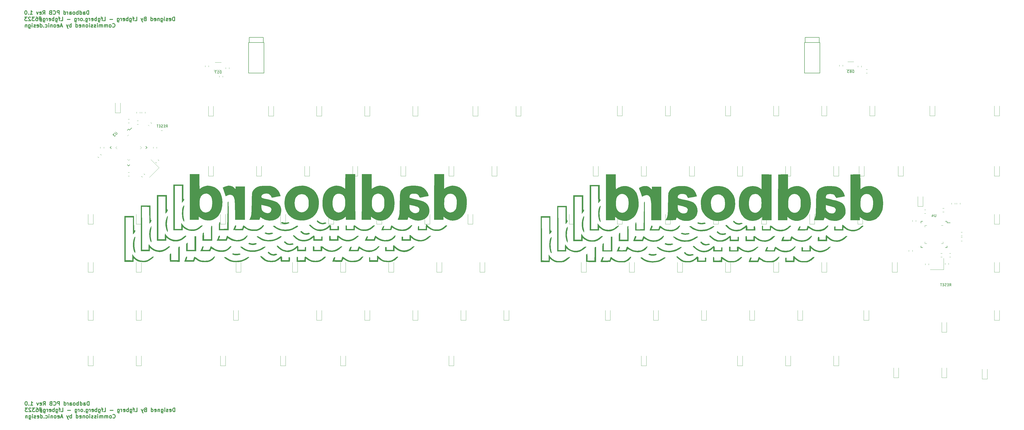
<source format=gbr>
%TF.GenerationSoftware,KiCad,Pcbnew,(5.99.0-12118-g897269f33f)*%
%TF.CreationDate,2021-10-13T23:43:10-04:00*%
%TF.ProjectId,dadboard,64616462-6f61-4726-942e-6b696361645f,rev?*%
%TF.SameCoordinates,Original*%
%TF.FileFunction,Legend,Bot*%
%TF.FilePolarity,Positive*%
%FSLAX46Y46*%
G04 Gerber Fmt 4.6, Leading zero omitted, Abs format (unit mm)*
G04 Created by KiCad (PCBNEW (5.99.0-12118-g897269f33f)) date 2021-10-13 23:43:10*
%MOMM*%
%LPD*%
G01*
G04 APERTURE LIST*
%ADD10C,0.300000*%
%ADD11C,0.150000*%
%ADD12C,0.120000*%
G04 APERTURE END LIST*
D10*
X-63025857Y76045285D02*
X-62954428Y75973857D01*
X-62740142Y75902428D01*
X-62597285Y75902428D01*
X-62382999Y75973857D01*
X-62240142Y76116714D01*
X-62168714Y76259571D01*
X-62097285Y76545285D01*
X-62097285Y76759571D01*
X-62168714Y77045285D01*
X-62240142Y77188142D01*
X-62382999Y77331000D01*
X-62597285Y77402428D01*
X-62740142Y77402428D01*
X-62954428Y77331000D01*
X-63025857Y77259571D01*
X-63882999Y75902428D02*
X-63740142Y75973857D01*
X-63668714Y76045285D01*
X-63597285Y76188142D01*
X-63597285Y76616714D01*
X-63668714Y76759571D01*
X-63740142Y76831000D01*
X-63882999Y76902428D01*
X-64097285Y76902428D01*
X-64240142Y76831000D01*
X-64311571Y76759571D01*
X-64382999Y76616714D01*
X-64382999Y76188142D01*
X-64311571Y76045285D01*
X-64240142Y75973857D01*
X-64097285Y75902428D01*
X-63882999Y75902428D01*
X-65025857Y75902428D02*
X-65025857Y76902428D01*
X-65025857Y76759571D02*
X-65097285Y76831000D01*
X-65240142Y76902428D01*
X-65454428Y76902428D01*
X-65597285Y76831000D01*
X-65668714Y76688142D01*
X-65668714Y75902428D01*
X-65668714Y76688142D02*
X-65740142Y76831000D01*
X-65882999Y76902428D01*
X-66097285Y76902428D01*
X-66240142Y76831000D01*
X-66311571Y76688142D01*
X-66311571Y75902428D01*
X-67025857Y75902428D02*
X-67025857Y76902428D01*
X-67025857Y76759571D02*
X-67097285Y76831000D01*
X-67240142Y76902428D01*
X-67454428Y76902428D01*
X-67597285Y76831000D01*
X-67668714Y76688142D01*
X-67668714Y75902428D01*
X-67668714Y76688142D02*
X-67740142Y76831000D01*
X-67882999Y76902428D01*
X-68097285Y76902428D01*
X-68240142Y76831000D01*
X-68311571Y76688142D01*
X-68311571Y75902428D01*
X-69025857Y75902428D02*
X-69025857Y76902428D01*
X-69025857Y77402428D02*
X-68954428Y77331000D01*
X-69025857Y77259571D01*
X-69097285Y77331000D01*
X-69025857Y77402428D01*
X-69025857Y77259571D01*
X-69668714Y75973857D02*
X-69811571Y75902428D01*
X-70097285Y75902428D01*
X-70240142Y75973857D01*
X-70311571Y76116714D01*
X-70311571Y76188142D01*
X-70240142Y76331000D01*
X-70097285Y76402428D01*
X-69882999Y76402428D01*
X-69740142Y76473857D01*
X-69668714Y76616714D01*
X-69668714Y76688142D01*
X-69740142Y76831000D01*
X-69882999Y76902428D01*
X-70097285Y76902428D01*
X-70240142Y76831000D01*
X-70882999Y75973857D02*
X-71025857Y75902428D01*
X-71311571Y75902428D01*
X-71454428Y75973857D01*
X-71525857Y76116714D01*
X-71525857Y76188142D01*
X-71454428Y76331000D01*
X-71311571Y76402428D01*
X-71097285Y76402428D01*
X-70954428Y76473857D01*
X-70882999Y76616714D01*
X-70882999Y76688142D01*
X-70954428Y76831000D01*
X-71097285Y76902428D01*
X-71311571Y76902428D01*
X-71454428Y76831000D01*
X-72168714Y75902428D02*
X-72168714Y76902428D01*
X-72168714Y77402428D02*
X-72097285Y77331000D01*
X-72168714Y77259571D01*
X-72240142Y77331000D01*
X-72168714Y77402428D01*
X-72168714Y77259571D01*
X-73097285Y75902428D02*
X-72954428Y75973857D01*
X-72882999Y76045285D01*
X-72811571Y76188142D01*
X-72811571Y76616714D01*
X-72882999Y76759571D01*
X-72954428Y76831000D01*
X-73097285Y76902428D01*
X-73311571Y76902428D01*
X-73454428Y76831000D01*
X-73525857Y76759571D01*
X-73597285Y76616714D01*
X-73597285Y76188142D01*
X-73525857Y76045285D01*
X-73454428Y75973857D01*
X-73311571Y75902428D01*
X-73097285Y75902428D01*
X-74240142Y76902428D02*
X-74240142Y75902428D01*
X-74240142Y76759571D02*
X-74311571Y76831000D01*
X-74454428Y76902428D01*
X-74668714Y76902428D01*
X-74811571Y76831000D01*
X-74882999Y76688142D01*
X-74882999Y75902428D01*
X-76168714Y75973857D02*
X-76025857Y75902428D01*
X-75740142Y75902428D01*
X-75597285Y75973857D01*
X-75525857Y76116714D01*
X-75525857Y76688142D01*
X-75597285Y76831000D01*
X-75740142Y76902428D01*
X-76025857Y76902428D01*
X-76168714Y76831000D01*
X-76240142Y76688142D01*
X-76240142Y76545285D01*
X-75525857Y76402428D01*
X-77525857Y75902428D02*
X-77525857Y77402428D01*
X-77525857Y75973857D02*
X-77382999Y75902428D01*
X-77097285Y75902428D01*
X-76954428Y75973857D01*
X-76882999Y76045285D01*
X-76811571Y76188142D01*
X-76811571Y76616714D01*
X-76882999Y76759571D01*
X-76954428Y76831000D01*
X-77097285Y76902428D01*
X-77382999Y76902428D01*
X-77525857Y76831000D01*
X-79382999Y75902428D02*
X-79382999Y77402428D01*
X-79382999Y76831000D02*
X-79525857Y76902428D01*
X-79811571Y76902428D01*
X-79954428Y76831000D01*
X-80025857Y76759571D01*
X-80097285Y76616714D01*
X-80097285Y76188142D01*
X-80025857Y76045285D01*
X-79954428Y75973857D01*
X-79811571Y75902428D01*
X-79525857Y75902428D01*
X-79382999Y75973857D01*
X-80597285Y76902428D02*
X-80954428Y75902428D01*
X-81311571Y76902428D02*
X-80954428Y75902428D01*
X-80811571Y75545285D01*
X-80740142Y75473857D01*
X-80597285Y75402428D01*
X-82954428Y76331000D02*
X-83668714Y76331000D01*
X-82811571Y75902428D02*
X-83311571Y77402428D01*
X-83811571Y75902428D01*
X-84882999Y75973857D02*
X-84740142Y75902428D01*
X-84454428Y75902428D01*
X-84311571Y75973857D01*
X-84240142Y76116714D01*
X-84240142Y76688142D01*
X-84311571Y76831000D01*
X-84454428Y76902428D01*
X-84740142Y76902428D01*
X-84882999Y76831000D01*
X-84954428Y76688142D01*
X-84954428Y76545285D01*
X-84240142Y76402428D01*
X-85811571Y75902428D02*
X-85668714Y75973857D01*
X-85597285Y76045285D01*
X-85525857Y76188142D01*
X-85525857Y76616714D01*
X-85597285Y76759571D01*
X-85668714Y76831000D01*
X-85811571Y76902428D01*
X-86025857Y76902428D01*
X-86168714Y76831000D01*
X-86240142Y76759571D01*
X-86311571Y76616714D01*
X-86311571Y76188142D01*
X-86240142Y76045285D01*
X-86168714Y75973857D01*
X-86025857Y75902428D01*
X-85811571Y75902428D01*
X-86954428Y76902428D02*
X-86954428Y75902428D01*
X-86954428Y76759571D02*
X-87025857Y76831000D01*
X-87168714Y76902428D01*
X-87382999Y76902428D01*
X-87525857Y76831000D01*
X-87597285Y76688142D01*
X-87597285Y75902428D01*
X-88311571Y75902428D02*
X-88311571Y76902428D01*
X-88311571Y77402428D02*
X-88240142Y77331000D01*
X-88311571Y77259571D01*
X-88382999Y77331000D01*
X-88311571Y77402428D01*
X-88311571Y77259571D01*
X-89668714Y75973857D02*
X-89525857Y75902428D01*
X-89240142Y75902428D01*
X-89097285Y75973857D01*
X-89025857Y76045285D01*
X-88954428Y76188142D01*
X-88954428Y76616714D01*
X-89025857Y76759571D01*
X-89097285Y76831000D01*
X-89240142Y76902428D01*
X-89525857Y76902428D01*
X-89668714Y76831000D01*
X-90311571Y76045285D02*
X-90382999Y75973857D01*
X-90311571Y75902428D01*
X-90240142Y75973857D01*
X-90311571Y76045285D01*
X-90311571Y75902428D01*
X-91668714Y75902428D02*
X-91668714Y77402428D01*
X-91668714Y75973857D02*
X-91525857Y75902428D01*
X-91240142Y75902428D01*
X-91097285Y75973857D01*
X-91025857Y76045285D01*
X-90954428Y76188142D01*
X-90954428Y76616714D01*
X-91025857Y76759571D01*
X-91097285Y76831000D01*
X-91240142Y76902428D01*
X-91525857Y76902428D01*
X-91668714Y76831000D01*
X-92954428Y75973857D02*
X-92811571Y75902428D01*
X-92525857Y75902428D01*
X-92382999Y75973857D01*
X-92311571Y76116714D01*
X-92311571Y76688142D01*
X-92382999Y76831000D01*
X-92525857Y76902428D01*
X-92811571Y76902428D01*
X-92954428Y76831000D01*
X-93025857Y76688142D01*
X-93025857Y76545285D01*
X-92311571Y76402428D01*
X-93597285Y75973857D02*
X-93740142Y75902428D01*
X-94025857Y75902428D01*
X-94168714Y75973857D01*
X-94240142Y76116714D01*
X-94240142Y76188142D01*
X-94168714Y76331000D01*
X-94025857Y76402428D01*
X-93811571Y76402428D01*
X-93668714Y76473857D01*
X-93597285Y76616714D01*
X-93597285Y76688142D01*
X-93668714Y76831000D01*
X-93811571Y76902428D01*
X-94025857Y76902428D01*
X-94168714Y76831000D01*
X-94882999Y75902428D02*
X-94882999Y76902428D01*
X-94882999Y77402428D02*
X-94811571Y77331000D01*
X-94882999Y77259571D01*
X-94954428Y77331000D01*
X-94882999Y77402428D01*
X-94882999Y77259571D01*
X-96240142Y76902428D02*
X-96240142Y75688142D01*
X-96168714Y75545285D01*
X-96097285Y75473857D01*
X-95954428Y75402428D01*
X-95740142Y75402428D01*
X-95597285Y75473857D01*
X-96240142Y75973857D02*
X-96097285Y75902428D01*
X-95811571Y75902428D01*
X-95668714Y75973857D01*
X-95597285Y76045285D01*
X-95525857Y76188142D01*
X-95525857Y76616714D01*
X-95597285Y76759571D01*
X-95668714Y76831000D01*
X-95811571Y76902428D01*
X-96097285Y76902428D01*
X-96240142Y76831000D01*
X-96954428Y76902428D02*
X-96954428Y75902428D01*
X-96954428Y76759571D02*
X-97025857Y76831000D01*
X-97168714Y76902428D01*
X-97382999Y76902428D01*
X-97525857Y76831000D01*
X-97597285Y76688142D01*
X-97597285Y75902428D01*
X-38464857Y78442428D02*
X-38464857Y79942428D01*
X-38822000Y79942428D01*
X-39036285Y79871000D01*
X-39179142Y79728142D01*
X-39250571Y79585285D01*
X-39322000Y79299571D01*
X-39322000Y79085285D01*
X-39250571Y78799571D01*
X-39179142Y78656714D01*
X-39036285Y78513857D01*
X-38822000Y78442428D01*
X-38464857Y78442428D01*
X-40536285Y78513857D02*
X-40393428Y78442428D01*
X-40107714Y78442428D01*
X-39964857Y78513857D01*
X-39893428Y78656714D01*
X-39893428Y79228142D01*
X-39964857Y79371000D01*
X-40107714Y79442428D01*
X-40393428Y79442428D01*
X-40536285Y79371000D01*
X-40607714Y79228142D01*
X-40607714Y79085285D01*
X-39893428Y78942428D01*
X-41179142Y78513857D02*
X-41322000Y78442428D01*
X-41607714Y78442428D01*
X-41750571Y78513857D01*
X-41822000Y78656714D01*
X-41822000Y78728142D01*
X-41750571Y78871000D01*
X-41607714Y78942428D01*
X-41393428Y78942428D01*
X-41250571Y79013857D01*
X-41179142Y79156714D01*
X-41179142Y79228142D01*
X-41250571Y79371000D01*
X-41393428Y79442428D01*
X-41607714Y79442428D01*
X-41750571Y79371000D01*
X-42464857Y78442428D02*
X-42464857Y79442428D01*
X-42464857Y79942428D02*
X-42393428Y79871000D01*
X-42464857Y79799571D01*
X-42536285Y79871000D01*
X-42464857Y79942428D01*
X-42464857Y79799571D01*
X-43822000Y79442428D02*
X-43822000Y78228142D01*
X-43750571Y78085285D01*
X-43679142Y78013857D01*
X-43536285Y77942428D01*
X-43322000Y77942428D01*
X-43179142Y78013857D01*
X-43822000Y78513857D02*
X-43679142Y78442428D01*
X-43393428Y78442428D01*
X-43250571Y78513857D01*
X-43179142Y78585285D01*
X-43107714Y78728142D01*
X-43107714Y79156714D01*
X-43179142Y79299571D01*
X-43250571Y79371000D01*
X-43393428Y79442428D01*
X-43679142Y79442428D01*
X-43822000Y79371000D01*
X-44536285Y79442428D02*
X-44536285Y78442428D01*
X-44536285Y79299571D02*
X-44607714Y79371000D01*
X-44750571Y79442428D01*
X-44964857Y79442428D01*
X-45107714Y79371000D01*
X-45179142Y79228142D01*
X-45179142Y78442428D01*
X-46464857Y78513857D02*
X-46322000Y78442428D01*
X-46036285Y78442428D01*
X-45893428Y78513857D01*
X-45822000Y78656714D01*
X-45822000Y79228142D01*
X-45893428Y79371000D01*
X-46036285Y79442428D01*
X-46322000Y79442428D01*
X-46464857Y79371000D01*
X-46536285Y79228142D01*
X-46536285Y79085285D01*
X-45822000Y78942428D01*
X-47822000Y78442428D02*
X-47822000Y79942428D01*
X-47822000Y78513857D02*
X-47679142Y78442428D01*
X-47393428Y78442428D01*
X-47250571Y78513857D01*
X-47179142Y78585285D01*
X-47107714Y78728142D01*
X-47107714Y79156714D01*
X-47179142Y79299571D01*
X-47250571Y79371000D01*
X-47393428Y79442428D01*
X-47679142Y79442428D01*
X-47822000Y79371000D01*
X-50179142Y79228142D02*
X-50393428Y79156714D01*
X-50464857Y79085285D01*
X-50536285Y78942428D01*
X-50536285Y78728142D01*
X-50464857Y78585285D01*
X-50393428Y78513857D01*
X-50250571Y78442428D01*
X-49679142Y78442428D01*
X-49679142Y79942428D01*
X-50179142Y79942428D01*
X-50322000Y79871000D01*
X-50393428Y79799571D01*
X-50464857Y79656714D01*
X-50464857Y79513857D01*
X-50393428Y79371000D01*
X-50322000Y79299571D01*
X-50179142Y79228142D01*
X-49679142Y79228142D01*
X-51036285Y79442428D02*
X-51393428Y78442428D01*
X-51750571Y79442428D02*
X-51393428Y78442428D01*
X-51250571Y78085285D01*
X-51179142Y78013857D01*
X-51036285Y77942428D01*
X-54179142Y78442428D02*
X-53464857Y78442428D01*
X-53464857Y79942428D01*
X-54464857Y79442428D02*
X-55036285Y79442428D01*
X-54679142Y78442428D02*
X-54679142Y79728142D01*
X-54750571Y79871000D01*
X-54893428Y79942428D01*
X-55036285Y79942428D01*
X-56179142Y79442428D02*
X-56179142Y78228142D01*
X-56107714Y78085285D01*
X-56036285Y78013857D01*
X-55893428Y77942428D01*
X-55679142Y77942428D01*
X-55536285Y78013857D01*
X-56179142Y78513857D02*
X-56036285Y78442428D01*
X-55750571Y78442428D01*
X-55607714Y78513857D01*
X-55536285Y78585285D01*
X-55464857Y78728142D01*
X-55464857Y79156714D01*
X-55536285Y79299571D01*
X-55607714Y79371000D01*
X-55750571Y79442428D01*
X-56036285Y79442428D01*
X-56179142Y79371000D01*
X-56893428Y78442428D02*
X-56893428Y79942428D01*
X-56893428Y79371000D02*
X-57036285Y79442428D01*
X-57322000Y79442428D01*
X-57464857Y79371000D01*
X-57536285Y79299571D01*
X-57607714Y79156714D01*
X-57607714Y78728142D01*
X-57536285Y78585285D01*
X-57464857Y78513857D01*
X-57322000Y78442428D01*
X-57036285Y78442428D01*
X-56893428Y78513857D01*
X-58822000Y78513857D02*
X-58679142Y78442428D01*
X-58393428Y78442428D01*
X-58250571Y78513857D01*
X-58179142Y78656714D01*
X-58179142Y79228142D01*
X-58250571Y79371000D01*
X-58393428Y79442428D01*
X-58679142Y79442428D01*
X-58822000Y79371000D01*
X-58893428Y79228142D01*
X-58893428Y79085285D01*
X-58179142Y78942428D01*
X-59536285Y78442428D02*
X-59536285Y79442428D01*
X-59536285Y79156714D02*
X-59607714Y79299571D01*
X-59679142Y79371000D01*
X-59822000Y79442428D01*
X-59964857Y79442428D01*
X-61107714Y79442428D02*
X-61107714Y78228142D01*
X-61036285Y78085285D01*
X-60964857Y78013857D01*
X-60822000Y77942428D01*
X-60607714Y77942428D01*
X-60464857Y78013857D01*
X-61107714Y78513857D02*
X-60964857Y78442428D01*
X-60679142Y78442428D01*
X-60536285Y78513857D01*
X-60464857Y78585285D01*
X-60393428Y78728142D01*
X-60393428Y79156714D01*
X-60464857Y79299571D01*
X-60536285Y79371000D01*
X-60679142Y79442428D01*
X-60964857Y79442428D01*
X-61107714Y79371000D01*
X-62964857Y79013857D02*
X-64107714Y79013857D01*
X-66679142Y78442428D02*
X-65964857Y78442428D01*
X-65964857Y79942428D01*
X-66964857Y79442428D02*
X-67536285Y79442428D01*
X-67179142Y78442428D02*
X-67179142Y79728142D01*
X-67250571Y79871000D01*
X-67393428Y79942428D01*
X-67536285Y79942428D01*
X-68679142Y79442428D02*
X-68679142Y78228142D01*
X-68607714Y78085285D01*
X-68536285Y78013857D01*
X-68393428Y77942428D01*
X-68179142Y77942428D01*
X-68036285Y78013857D01*
X-68679142Y78513857D02*
X-68536285Y78442428D01*
X-68250571Y78442428D01*
X-68107714Y78513857D01*
X-68036285Y78585285D01*
X-67964857Y78728142D01*
X-67964857Y79156714D01*
X-68036285Y79299571D01*
X-68107714Y79371000D01*
X-68250571Y79442428D01*
X-68536285Y79442428D01*
X-68679142Y79371000D01*
X-69393428Y78442428D02*
X-69393428Y79942428D01*
X-69393428Y79371000D02*
X-69536285Y79442428D01*
X-69822000Y79442428D01*
X-69964857Y79371000D01*
X-70036285Y79299571D01*
X-70107714Y79156714D01*
X-70107714Y78728142D01*
X-70036285Y78585285D01*
X-69964857Y78513857D01*
X-69822000Y78442428D01*
X-69536285Y78442428D01*
X-69393428Y78513857D01*
X-71322000Y78513857D02*
X-71179142Y78442428D01*
X-70893428Y78442428D01*
X-70750571Y78513857D01*
X-70679142Y78656714D01*
X-70679142Y79228142D01*
X-70750571Y79371000D01*
X-70893428Y79442428D01*
X-71179142Y79442428D01*
X-71322000Y79371000D01*
X-71393428Y79228142D01*
X-71393428Y79085285D01*
X-70679142Y78942428D01*
X-72036285Y78442428D02*
X-72036285Y79442428D01*
X-72036285Y79156714D02*
X-72107714Y79299571D01*
X-72179142Y79371000D01*
X-72322000Y79442428D01*
X-72464857Y79442428D01*
X-73607714Y79442428D02*
X-73607714Y78228142D01*
X-73536285Y78085285D01*
X-73464857Y78013857D01*
X-73322000Y77942428D01*
X-73107714Y77942428D01*
X-72964857Y78013857D01*
X-73607714Y78513857D02*
X-73464857Y78442428D01*
X-73179142Y78442428D01*
X-73036285Y78513857D01*
X-72964857Y78585285D01*
X-72893428Y78728142D01*
X-72893428Y79156714D01*
X-72964857Y79299571D01*
X-73036285Y79371000D01*
X-73179142Y79442428D01*
X-73464857Y79442428D01*
X-73607714Y79371000D01*
X-74322000Y78585285D02*
X-74393428Y78513857D01*
X-74322000Y78442428D01*
X-74250571Y78513857D01*
X-74322000Y78585285D01*
X-74322000Y78442428D01*
X-75250571Y78442428D02*
X-75107714Y78513857D01*
X-75036285Y78585285D01*
X-74964857Y78728142D01*
X-74964857Y79156714D01*
X-75036285Y79299571D01*
X-75107714Y79371000D01*
X-75250571Y79442428D01*
X-75464857Y79442428D01*
X-75607714Y79371000D01*
X-75679142Y79299571D01*
X-75750571Y79156714D01*
X-75750571Y78728142D01*
X-75679142Y78585285D01*
X-75607714Y78513857D01*
X-75464857Y78442428D01*
X-75250571Y78442428D01*
X-76393428Y78442428D02*
X-76393428Y79442428D01*
X-76393428Y79156714D02*
X-76464857Y79299571D01*
X-76536285Y79371000D01*
X-76679142Y79442428D01*
X-76822000Y79442428D01*
X-77964857Y79442428D02*
X-77964857Y78228142D01*
X-77893428Y78085285D01*
X-77822000Y78013857D01*
X-77679142Y77942428D01*
X-77464857Y77942428D01*
X-77322000Y78013857D01*
X-77964857Y78513857D02*
X-77822000Y78442428D01*
X-77536285Y78442428D01*
X-77393428Y78513857D01*
X-77322000Y78585285D01*
X-77250571Y78728142D01*
X-77250571Y79156714D01*
X-77322000Y79299571D01*
X-77393428Y79371000D01*
X-77536285Y79442428D01*
X-77822000Y79442428D01*
X-77964857Y79371000D01*
X-79822000Y79013857D02*
X-80964857Y79013857D01*
X-83536285Y78442428D02*
X-82822000Y78442428D01*
X-82822000Y79942428D01*
X-83822000Y79442428D02*
X-84393428Y79442428D01*
X-84036285Y78442428D02*
X-84036285Y79728142D01*
X-84107714Y79871000D01*
X-84250571Y79942428D01*
X-84393428Y79942428D01*
X-85536285Y79442428D02*
X-85536285Y78228142D01*
X-85464857Y78085285D01*
X-85393428Y78013857D01*
X-85250571Y77942428D01*
X-85036285Y77942428D01*
X-84893428Y78013857D01*
X-85536285Y78513857D02*
X-85393428Y78442428D01*
X-85107714Y78442428D01*
X-84964857Y78513857D01*
X-84893428Y78585285D01*
X-84822000Y78728142D01*
X-84822000Y79156714D01*
X-84893428Y79299571D01*
X-84964857Y79371000D01*
X-85107714Y79442428D01*
X-85393428Y79442428D01*
X-85536285Y79371000D01*
X-86250571Y78442428D02*
X-86250571Y79942428D01*
X-86250571Y79371000D02*
X-86393428Y79442428D01*
X-86679142Y79442428D01*
X-86822000Y79371000D01*
X-86893428Y79299571D01*
X-86964857Y79156714D01*
X-86964857Y78728142D01*
X-86893428Y78585285D01*
X-86822000Y78513857D01*
X-86679142Y78442428D01*
X-86393428Y78442428D01*
X-86250571Y78513857D01*
X-88179142Y78513857D02*
X-88036285Y78442428D01*
X-87750571Y78442428D01*
X-87607714Y78513857D01*
X-87536285Y78656714D01*
X-87536285Y79228142D01*
X-87607714Y79371000D01*
X-87750571Y79442428D01*
X-88036285Y79442428D01*
X-88179142Y79371000D01*
X-88250571Y79228142D01*
X-88250571Y79085285D01*
X-87536285Y78942428D01*
X-88893428Y78442428D02*
X-88893428Y79442428D01*
X-88893428Y79156714D02*
X-88964857Y79299571D01*
X-89036285Y79371000D01*
X-89179142Y79442428D01*
X-89322000Y79442428D01*
X-90464857Y79442428D02*
X-90464857Y78228142D01*
X-90393428Y78085285D01*
X-90322000Y78013857D01*
X-90179142Y77942428D01*
X-89964857Y77942428D01*
X-89822000Y78013857D01*
X-90464857Y78513857D02*
X-90322000Y78442428D01*
X-90036285Y78442428D01*
X-89893428Y78513857D01*
X-89822000Y78585285D01*
X-89750571Y78728142D01*
X-89750571Y79156714D01*
X-89822000Y79299571D01*
X-89893428Y79371000D01*
X-90036285Y79442428D01*
X-90322000Y79442428D01*
X-90464857Y79371000D01*
X-91107714Y79442428D02*
X-92179142Y79442428D01*
X-91536285Y80085285D02*
X-91107714Y78156714D01*
X-92036285Y78799571D02*
X-90964857Y78799571D01*
X-91607714Y78156714D02*
X-92036285Y80085285D01*
X-93322000Y79942428D02*
X-93036285Y79942428D01*
X-92893428Y79871000D01*
X-92822000Y79799571D01*
X-92679142Y79585285D01*
X-92607714Y79299571D01*
X-92607714Y78728142D01*
X-92679142Y78585285D01*
X-92750571Y78513857D01*
X-92893428Y78442428D01*
X-93179142Y78442428D01*
X-93322000Y78513857D01*
X-93393428Y78585285D01*
X-93464857Y78728142D01*
X-93464857Y79085285D01*
X-93393428Y79228142D01*
X-93322000Y79299571D01*
X-93179142Y79371000D01*
X-92893428Y79371000D01*
X-92750571Y79299571D01*
X-92679142Y79228142D01*
X-92607714Y79085285D01*
X-93964857Y79942428D02*
X-94893428Y79942428D01*
X-94393428Y79371000D01*
X-94607714Y79371000D01*
X-94750571Y79299571D01*
X-94822000Y79228142D01*
X-94893428Y79085285D01*
X-94893428Y78728142D01*
X-94822000Y78585285D01*
X-94750571Y78513857D01*
X-94607714Y78442428D01*
X-94179142Y78442428D01*
X-94036285Y78513857D01*
X-93964857Y78585285D01*
X-95464857Y79799571D02*
X-95536285Y79871000D01*
X-95679142Y79942428D01*
X-96036285Y79942428D01*
X-96179142Y79871000D01*
X-96250571Y79799571D01*
X-96322000Y79656714D01*
X-96322000Y79513857D01*
X-96250571Y79299571D01*
X-95393428Y78442428D01*
X-96322000Y78442428D01*
X-96822000Y79942428D02*
X-97750571Y79942428D01*
X-97250571Y79371000D01*
X-97464857Y79371000D01*
X-97607714Y79299571D01*
X-97679142Y79228142D01*
X-97750571Y79085285D01*
X-97750571Y78728142D01*
X-97679142Y78585285D01*
X-97607714Y78513857D01*
X-97464857Y78442428D01*
X-97036285Y78442428D01*
X-96893428Y78513857D01*
X-96822000Y78585285D01*
X-62898857Y-78894714D02*
X-62827428Y-78966142D01*
X-62613142Y-79037571D01*
X-62470285Y-79037571D01*
X-62255999Y-78966142D01*
X-62113142Y-78823285D01*
X-62041714Y-78680428D01*
X-61970285Y-78394714D01*
X-61970285Y-78180428D01*
X-62041714Y-77894714D01*
X-62113142Y-77751857D01*
X-62255999Y-77609000D01*
X-62470285Y-77537571D01*
X-62613142Y-77537571D01*
X-62827428Y-77609000D01*
X-62898857Y-77680428D01*
X-63755999Y-79037571D02*
X-63613142Y-78966142D01*
X-63541714Y-78894714D01*
X-63470285Y-78751857D01*
X-63470285Y-78323285D01*
X-63541714Y-78180428D01*
X-63613142Y-78109000D01*
X-63755999Y-78037571D01*
X-63970285Y-78037571D01*
X-64113142Y-78109000D01*
X-64184571Y-78180428D01*
X-64255999Y-78323285D01*
X-64255999Y-78751857D01*
X-64184571Y-78894714D01*
X-64113142Y-78966142D01*
X-63970285Y-79037571D01*
X-63755999Y-79037571D01*
X-64898857Y-79037571D02*
X-64898857Y-78037571D01*
X-64898857Y-78180428D02*
X-64970285Y-78109000D01*
X-65113142Y-78037571D01*
X-65327428Y-78037571D01*
X-65470285Y-78109000D01*
X-65541714Y-78251857D01*
X-65541714Y-79037571D01*
X-65541714Y-78251857D02*
X-65613142Y-78109000D01*
X-65755999Y-78037571D01*
X-65970285Y-78037571D01*
X-66113142Y-78109000D01*
X-66184571Y-78251857D01*
X-66184571Y-79037571D01*
X-66898857Y-79037571D02*
X-66898857Y-78037571D01*
X-66898857Y-78180428D02*
X-66970285Y-78109000D01*
X-67113142Y-78037571D01*
X-67327428Y-78037571D01*
X-67470285Y-78109000D01*
X-67541714Y-78251857D01*
X-67541714Y-79037571D01*
X-67541714Y-78251857D02*
X-67613142Y-78109000D01*
X-67755999Y-78037571D01*
X-67970285Y-78037571D01*
X-68113142Y-78109000D01*
X-68184571Y-78251857D01*
X-68184571Y-79037571D01*
X-68898857Y-79037571D02*
X-68898857Y-78037571D01*
X-68898857Y-77537571D02*
X-68827428Y-77609000D01*
X-68898857Y-77680428D01*
X-68970285Y-77609000D01*
X-68898857Y-77537571D01*
X-68898857Y-77680428D01*
X-69541714Y-78966142D02*
X-69684571Y-79037571D01*
X-69970285Y-79037571D01*
X-70113142Y-78966142D01*
X-70184571Y-78823285D01*
X-70184571Y-78751857D01*
X-70113142Y-78609000D01*
X-69970285Y-78537571D01*
X-69755999Y-78537571D01*
X-69613142Y-78466142D01*
X-69541714Y-78323285D01*
X-69541714Y-78251857D01*
X-69613142Y-78109000D01*
X-69755999Y-78037571D01*
X-69970285Y-78037571D01*
X-70113142Y-78109000D01*
X-70755999Y-78966142D02*
X-70898857Y-79037571D01*
X-71184571Y-79037571D01*
X-71327428Y-78966142D01*
X-71398857Y-78823285D01*
X-71398857Y-78751857D01*
X-71327428Y-78609000D01*
X-71184571Y-78537571D01*
X-70970285Y-78537571D01*
X-70827428Y-78466142D01*
X-70755999Y-78323285D01*
X-70755999Y-78251857D01*
X-70827428Y-78109000D01*
X-70970285Y-78037571D01*
X-71184571Y-78037571D01*
X-71327428Y-78109000D01*
X-72041714Y-79037571D02*
X-72041714Y-78037571D01*
X-72041714Y-77537571D02*
X-71970285Y-77609000D01*
X-72041714Y-77680428D01*
X-72113142Y-77609000D01*
X-72041714Y-77537571D01*
X-72041714Y-77680428D01*
X-72970285Y-79037571D02*
X-72827428Y-78966142D01*
X-72755999Y-78894714D01*
X-72684571Y-78751857D01*
X-72684571Y-78323285D01*
X-72755999Y-78180428D01*
X-72827428Y-78109000D01*
X-72970285Y-78037571D01*
X-73184571Y-78037571D01*
X-73327428Y-78109000D01*
X-73398857Y-78180428D01*
X-73470285Y-78323285D01*
X-73470285Y-78751857D01*
X-73398857Y-78894714D01*
X-73327428Y-78966142D01*
X-73184571Y-79037571D01*
X-72970285Y-79037571D01*
X-74113142Y-78037571D02*
X-74113142Y-79037571D01*
X-74113142Y-78180428D02*
X-74184571Y-78109000D01*
X-74327428Y-78037571D01*
X-74541714Y-78037571D01*
X-74684571Y-78109000D01*
X-74755999Y-78251857D01*
X-74755999Y-79037571D01*
X-76041714Y-78966142D02*
X-75898857Y-79037571D01*
X-75613142Y-79037571D01*
X-75470285Y-78966142D01*
X-75398857Y-78823285D01*
X-75398857Y-78251857D01*
X-75470285Y-78109000D01*
X-75613142Y-78037571D01*
X-75898857Y-78037571D01*
X-76041714Y-78109000D01*
X-76113142Y-78251857D01*
X-76113142Y-78394714D01*
X-75398857Y-78537571D01*
X-77398857Y-79037571D02*
X-77398857Y-77537571D01*
X-77398857Y-78966142D02*
X-77255999Y-79037571D01*
X-76970285Y-79037571D01*
X-76827428Y-78966142D01*
X-76755999Y-78894714D01*
X-76684571Y-78751857D01*
X-76684571Y-78323285D01*
X-76755999Y-78180428D01*
X-76827428Y-78109000D01*
X-76970285Y-78037571D01*
X-77255999Y-78037571D01*
X-77398857Y-78109000D01*
X-79255999Y-79037571D02*
X-79255999Y-77537571D01*
X-79255999Y-78109000D02*
X-79398857Y-78037571D01*
X-79684571Y-78037571D01*
X-79827428Y-78109000D01*
X-79898857Y-78180428D01*
X-79970285Y-78323285D01*
X-79970285Y-78751857D01*
X-79898857Y-78894714D01*
X-79827428Y-78966142D01*
X-79684571Y-79037571D01*
X-79398857Y-79037571D01*
X-79255999Y-78966142D01*
X-80470285Y-78037571D02*
X-80827428Y-79037571D01*
X-81184571Y-78037571D02*
X-80827428Y-79037571D01*
X-80684571Y-79394714D01*
X-80613142Y-79466142D01*
X-80470285Y-79537571D01*
X-82827428Y-78609000D02*
X-83541714Y-78609000D01*
X-82684571Y-79037571D02*
X-83184571Y-77537571D01*
X-83684571Y-79037571D01*
X-84755999Y-78966142D02*
X-84613142Y-79037571D01*
X-84327428Y-79037571D01*
X-84184571Y-78966142D01*
X-84113142Y-78823285D01*
X-84113142Y-78251857D01*
X-84184571Y-78109000D01*
X-84327428Y-78037571D01*
X-84613142Y-78037571D01*
X-84755999Y-78109000D01*
X-84827428Y-78251857D01*
X-84827428Y-78394714D01*
X-84113142Y-78537571D01*
X-85684571Y-79037571D02*
X-85541714Y-78966142D01*
X-85470285Y-78894714D01*
X-85398857Y-78751857D01*
X-85398857Y-78323285D01*
X-85470285Y-78180428D01*
X-85541714Y-78109000D01*
X-85684571Y-78037571D01*
X-85898857Y-78037571D01*
X-86041714Y-78109000D01*
X-86113142Y-78180428D01*
X-86184571Y-78323285D01*
X-86184571Y-78751857D01*
X-86113142Y-78894714D01*
X-86041714Y-78966142D01*
X-85898857Y-79037571D01*
X-85684571Y-79037571D01*
X-86827428Y-78037571D02*
X-86827428Y-79037571D01*
X-86827428Y-78180428D02*
X-86898857Y-78109000D01*
X-87041714Y-78037571D01*
X-87255999Y-78037571D01*
X-87398857Y-78109000D01*
X-87470285Y-78251857D01*
X-87470285Y-79037571D01*
X-88184571Y-79037571D02*
X-88184571Y-78037571D01*
X-88184571Y-77537571D02*
X-88113142Y-77609000D01*
X-88184571Y-77680428D01*
X-88255999Y-77609000D01*
X-88184571Y-77537571D01*
X-88184571Y-77680428D01*
X-89541714Y-78966142D02*
X-89398857Y-79037571D01*
X-89113142Y-79037571D01*
X-88970285Y-78966142D01*
X-88898857Y-78894714D01*
X-88827428Y-78751857D01*
X-88827428Y-78323285D01*
X-88898857Y-78180428D01*
X-88970285Y-78109000D01*
X-89113142Y-78037571D01*
X-89398857Y-78037571D01*
X-89541714Y-78109000D01*
X-90184571Y-78894714D02*
X-90255999Y-78966142D01*
X-90184571Y-79037571D01*
X-90113142Y-78966142D01*
X-90184571Y-78894714D01*
X-90184571Y-79037571D01*
X-91541714Y-79037571D02*
X-91541714Y-77537571D01*
X-91541714Y-78966142D02*
X-91398857Y-79037571D01*
X-91113142Y-79037571D01*
X-90970285Y-78966142D01*
X-90898857Y-78894714D01*
X-90827428Y-78751857D01*
X-90827428Y-78323285D01*
X-90898857Y-78180428D01*
X-90970285Y-78109000D01*
X-91113142Y-78037571D01*
X-91398857Y-78037571D01*
X-91541714Y-78109000D01*
X-92827428Y-78966142D02*
X-92684571Y-79037571D01*
X-92398857Y-79037571D01*
X-92255999Y-78966142D01*
X-92184571Y-78823285D01*
X-92184571Y-78251857D01*
X-92255999Y-78109000D01*
X-92398857Y-78037571D01*
X-92684571Y-78037571D01*
X-92827428Y-78109000D01*
X-92898857Y-78251857D01*
X-92898857Y-78394714D01*
X-92184571Y-78537571D01*
X-93470285Y-78966142D02*
X-93613142Y-79037571D01*
X-93898857Y-79037571D01*
X-94041714Y-78966142D01*
X-94113142Y-78823285D01*
X-94113142Y-78751857D01*
X-94041714Y-78609000D01*
X-93898857Y-78537571D01*
X-93684571Y-78537571D01*
X-93541714Y-78466142D01*
X-93470285Y-78323285D01*
X-93470285Y-78251857D01*
X-93541714Y-78109000D01*
X-93684571Y-78037571D01*
X-93898857Y-78037571D01*
X-94041714Y-78109000D01*
X-94755999Y-79037571D02*
X-94755999Y-78037571D01*
X-94755999Y-77537571D02*
X-94684571Y-77609000D01*
X-94755999Y-77680428D01*
X-94827428Y-77609000D01*
X-94755999Y-77537571D01*
X-94755999Y-77680428D01*
X-96113142Y-78037571D02*
X-96113142Y-79251857D01*
X-96041714Y-79394714D01*
X-95970285Y-79466142D01*
X-95827428Y-79537571D01*
X-95613142Y-79537571D01*
X-95470285Y-79466142D01*
X-96113142Y-78966142D02*
X-95970285Y-79037571D01*
X-95684571Y-79037571D01*
X-95541714Y-78966142D01*
X-95470285Y-78894714D01*
X-95398857Y-78751857D01*
X-95398857Y-78323285D01*
X-95470285Y-78180428D01*
X-95541714Y-78109000D01*
X-95684571Y-78037571D01*
X-95970285Y-78037571D01*
X-96113142Y-78109000D01*
X-96827428Y-78037571D02*
X-96827428Y-79037571D01*
X-96827428Y-78180428D02*
X-96898857Y-78109000D01*
X-97041714Y-78037571D01*
X-97255999Y-78037571D01*
X-97398857Y-78109000D01*
X-97470285Y-78251857D01*
X-97470285Y-79037571D01*
X-72320142Y-73957571D02*
X-72320142Y-72457571D01*
X-72677285Y-72457571D01*
X-72891571Y-72529000D01*
X-73034428Y-72671857D01*
X-73105857Y-72814714D01*
X-73177285Y-73100428D01*
X-73177285Y-73314714D01*
X-73105857Y-73600428D01*
X-73034428Y-73743285D01*
X-72891571Y-73886142D01*
X-72677285Y-73957571D01*
X-72320142Y-73957571D01*
X-74463000Y-73957571D02*
X-74463000Y-73171857D01*
X-74391571Y-73029000D01*
X-74248714Y-72957571D01*
X-73963000Y-72957571D01*
X-73820142Y-73029000D01*
X-74463000Y-73886142D02*
X-74320142Y-73957571D01*
X-73963000Y-73957571D01*
X-73820142Y-73886142D01*
X-73748714Y-73743285D01*
X-73748714Y-73600428D01*
X-73820142Y-73457571D01*
X-73963000Y-73386142D01*
X-74320142Y-73386142D01*
X-74463000Y-73314714D01*
X-75820142Y-73957571D02*
X-75820142Y-72457571D01*
X-75820142Y-73886142D02*
X-75677285Y-73957571D01*
X-75391571Y-73957571D01*
X-75248714Y-73886142D01*
X-75177285Y-73814714D01*
X-75105857Y-73671857D01*
X-75105857Y-73243285D01*
X-75177285Y-73100428D01*
X-75248714Y-73029000D01*
X-75391571Y-72957571D01*
X-75677285Y-72957571D01*
X-75820142Y-73029000D01*
X-76534428Y-73957571D02*
X-76534428Y-72457571D01*
X-76534428Y-73029000D02*
X-76677285Y-72957571D01*
X-76963000Y-72957571D01*
X-77105857Y-73029000D01*
X-77177285Y-73100428D01*
X-77248714Y-73243285D01*
X-77248714Y-73671857D01*
X-77177285Y-73814714D01*
X-77105857Y-73886142D01*
X-76963000Y-73957571D01*
X-76677285Y-73957571D01*
X-76534428Y-73886142D01*
X-78105857Y-73957571D02*
X-77963000Y-73886142D01*
X-77891571Y-73814714D01*
X-77820142Y-73671857D01*
X-77820142Y-73243285D01*
X-77891571Y-73100428D01*
X-77963000Y-73029000D01*
X-78105857Y-72957571D01*
X-78320142Y-72957571D01*
X-78463000Y-73029000D01*
X-78534428Y-73100428D01*
X-78605857Y-73243285D01*
X-78605857Y-73671857D01*
X-78534428Y-73814714D01*
X-78463000Y-73886142D01*
X-78320142Y-73957571D01*
X-78105857Y-73957571D01*
X-79891571Y-73957571D02*
X-79891571Y-73171857D01*
X-79820142Y-73029000D01*
X-79677285Y-72957571D01*
X-79391571Y-72957571D01*
X-79248714Y-73029000D01*
X-79891571Y-73886142D02*
X-79748714Y-73957571D01*
X-79391571Y-73957571D01*
X-79248714Y-73886142D01*
X-79177285Y-73743285D01*
X-79177285Y-73600428D01*
X-79248714Y-73457571D01*
X-79391571Y-73386142D01*
X-79748714Y-73386142D01*
X-79891571Y-73314714D01*
X-80605857Y-73957571D02*
X-80605857Y-72957571D01*
X-80605857Y-73243285D02*
X-80677285Y-73100428D01*
X-80748714Y-73029000D01*
X-80891571Y-72957571D01*
X-81034428Y-72957571D01*
X-82177285Y-73957571D02*
X-82177285Y-72457571D01*
X-82177285Y-73886142D02*
X-82034428Y-73957571D01*
X-81748714Y-73957571D01*
X-81605857Y-73886142D01*
X-81534428Y-73814714D01*
X-81463000Y-73671857D01*
X-81463000Y-73243285D01*
X-81534428Y-73100428D01*
X-81605857Y-73029000D01*
X-81748714Y-72957571D01*
X-82034428Y-72957571D01*
X-82177285Y-73029000D01*
X-84034428Y-73957571D02*
X-84034428Y-72457571D01*
X-84605857Y-72457571D01*
X-84748714Y-72529000D01*
X-84820142Y-72600428D01*
X-84891571Y-72743285D01*
X-84891571Y-72957571D01*
X-84820142Y-73100428D01*
X-84748714Y-73171857D01*
X-84605857Y-73243285D01*
X-84034428Y-73243285D01*
X-86391571Y-73814714D02*
X-86320142Y-73886142D01*
X-86105857Y-73957571D01*
X-85963000Y-73957571D01*
X-85748714Y-73886142D01*
X-85605857Y-73743285D01*
X-85534428Y-73600428D01*
X-85463000Y-73314714D01*
X-85463000Y-73100428D01*
X-85534428Y-72814714D01*
X-85605857Y-72671857D01*
X-85748714Y-72529000D01*
X-85963000Y-72457571D01*
X-86105857Y-72457571D01*
X-86320142Y-72529000D01*
X-86391571Y-72600428D01*
X-87534428Y-73171857D02*
X-87748714Y-73243285D01*
X-87820142Y-73314714D01*
X-87891571Y-73457571D01*
X-87891571Y-73671857D01*
X-87820142Y-73814714D01*
X-87748714Y-73886142D01*
X-87605857Y-73957571D01*
X-87034428Y-73957571D01*
X-87034428Y-72457571D01*
X-87534428Y-72457571D01*
X-87677285Y-72529000D01*
X-87748714Y-72600428D01*
X-87820142Y-72743285D01*
X-87820142Y-72886142D01*
X-87748714Y-73029000D01*
X-87677285Y-73100428D01*
X-87534428Y-73171857D01*
X-87034428Y-73171857D01*
X-90534428Y-73957571D02*
X-90034428Y-73243285D01*
X-89677285Y-73957571D02*
X-89677285Y-72457571D01*
X-90248714Y-72457571D01*
X-90391571Y-72529000D01*
X-90463000Y-72600428D01*
X-90534428Y-72743285D01*
X-90534428Y-72957571D01*
X-90463000Y-73100428D01*
X-90391571Y-73171857D01*
X-90248714Y-73243285D01*
X-89677285Y-73243285D01*
X-91748714Y-73886142D02*
X-91605857Y-73957571D01*
X-91320142Y-73957571D01*
X-91177285Y-73886142D01*
X-91105857Y-73743285D01*
X-91105857Y-73171857D01*
X-91177285Y-73029000D01*
X-91320142Y-72957571D01*
X-91605857Y-72957571D01*
X-91748714Y-73029000D01*
X-91820142Y-73171857D01*
X-91820142Y-73314714D01*
X-91105857Y-73457571D01*
X-92320142Y-72957571D02*
X-92677285Y-73957571D01*
X-93034428Y-72957571D01*
X-95534428Y-73957571D02*
X-94677285Y-73957571D01*
X-95105857Y-73957571D02*
X-95105857Y-72457571D01*
X-94963000Y-72671857D01*
X-94820142Y-72814714D01*
X-94677285Y-72886142D01*
X-96177285Y-73814714D02*
X-96248714Y-73886142D01*
X-96177285Y-73957571D01*
X-96105857Y-73886142D01*
X-96177285Y-73814714D01*
X-96177285Y-73957571D01*
X-97177285Y-72457571D02*
X-97320142Y-72457571D01*
X-97463000Y-72529000D01*
X-97534428Y-72600428D01*
X-97605857Y-72743285D01*
X-97677285Y-73029000D01*
X-97677285Y-73386142D01*
X-97605857Y-73671857D01*
X-97534428Y-73814714D01*
X-97463000Y-73886142D01*
X-97320142Y-73957571D01*
X-97177285Y-73957571D01*
X-97034428Y-73886142D01*
X-96963000Y-73814714D01*
X-96891571Y-73671857D01*
X-96820142Y-73386142D01*
X-96820142Y-73029000D01*
X-96891571Y-72743285D01*
X-96963000Y-72600428D01*
X-97034428Y-72529000D01*
X-97177285Y-72457571D01*
X-38337857Y-76497571D02*
X-38337857Y-74997571D01*
X-38695000Y-74997571D01*
X-38909285Y-75069000D01*
X-39052142Y-75211857D01*
X-39123571Y-75354714D01*
X-39195000Y-75640428D01*
X-39195000Y-75854714D01*
X-39123571Y-76140428D01*
X-39052142Y-76283285D01*
X-38909285Y-76426142D01*
X-38695000Y-76497571D01*
X-38337857Y-76497571D01*
X-40409285Y-76426142D02*
X-40266428Y-76497571D01*
X-39980714Y-76497571D01*
X-39837857Y-76426142D01*
X-39766428Y-76283285D01*
X-39766428Y-75711857D01*
X-39837857Y-75569000D01*
X-39980714Y-75497571D01*
X-40266428Y-75497571D01*
X-40409285Y-75569000D01*
X-40480714Y-75711857D01*
X-40480714Y-75854714D01*
X-39766428Y-75997571D01*
X-41052142Y-76426142D02*
X-41195000Y-76497571D01*
X-41480714Y-76497571D01*
X-41623571Y-76426142D01*
X-41695000Y-76283285D01*
X-41695000Y-76211857D01*
X-41623571Y-76069000D01*
X-41480714Y-75997571D01*
X-41266428Y-75997571D01*
X-41123571Y-75926142D01*
X-41052142Y-75783285D01*
X-41052142Y-75711857D01*
X-41123571Y-75569000D01*
X-41266428Y-75497571D01*
X-41480714Y-75497571D01*
X-41623571Y-75569000D01*
X-42337857Y-76497571D02*
X-42337857Y-75497571D01*
X-42337857Y-74997571D02*
X-42266428Y-75069000D01*
X-42337857Y-75140428D01*
X-42409285Y-75069000D01*
X-42337857Y-74997571D01*
X-42337857Y-75140428D01*
X-43695000Y-75497571D02*
X-43695000Y-76711857D01*
X-43623571Y-76854714D01*
X-43552142Y-76926142D01*
X-43409285Y-76997571D01*
X-43195000Y-76997571D01*
X-43052142Y-76926142D01*
X-43695000Y-76426142D02*
X-43552142Y-76497571D01*
X-43266428Y-76497571D01*
X-43123571Y-76426142D01*
X-43052142Y-76354714D01*
X-42980714Y-76211857D01*
X-42980714Y-75783285D01*
X-43052142Y-75640428D01*
X-43123571Y-75569000D01*
X-43266428Y-75497571D01*
X-43552142Y-75497571D01*
X-43695000Y-75569000D01*
X-44409285Y-75497571D02*
X-44409285Y-76497571D01*
X-44409285Y-75640428D02*
X-44480714Y-75569000D01*
X-44623571Y-75497571D01*
X-44837857Y-75497571D01*
X-44980714Y-75569000D01*
X-45052142Y-75711857D01*
X-45052142Y-76497571D01*
X-46337857Y-76426142D02*
X-46195000Y-76497571D01*
X-45909285Y-76497571D01*
X-45766428Y-76426142D01*
X-45695000Y-76283285D01*
X-45695000Y-75711857D01*
X-45766428Y-75569000D01*
X-45909285Y-75497571D01*
X-46195000Y-75497571D01*
X-46337857Y-75569000D01*
X-46409285Y-75711857D01*
X-46409285Y-75854714D01*
X-45695000Y-75997571D01*
X-47695000Y-76497571D02*
X-47695000Y-74997571D01*
X-47695000Y-76426142D02*
X-47552142Y-76497571D01*
X-47266428Y-76497571D01*
X-47123571Y-76426142D01*
X-47052142Y-76354714D01*
X-46980714Y-76211857D01*
X-46980714Y-75783285D01*
X-47052142Y-75640428D01*
X-47123571Y-75569000D01*
X-47266428Y-75497571D01*
X-47552142Y-75497571D01*
X-47695000Y-75569000D01*
X-50052142Y-75711857D02*
X-50266428Y-75783285D01*
X-50337857Y-75854714D01*
X-50409285Y-75997571D01*
X-50409285Y-76211857D01*
X-50337857Y-76354714D01*
X-50266428Y-76426142D01*
X-50123571Y-76497571D01*
X-49552142Y-76497571D01*
X-49552142Y-74997571D01*
X-50052142Y-74997571D01*
X-50195000Y-75069000D01*
X-50266428Y-75140428D01*
X-50337857Y-75283285D01*
X-50337857Y-75426142D01*
X-50266428Y-75569000D01*
X-50195000Y-75640428D01*
X-50052142Y-75711857D01*
X-49552142Y-75711857D01*
X-50909285Y-75497571D02*
X-51266428Y-76497571D01*
X-51623571Y-75497571D02*
X-51266428Y-76497571D01*
X-51123571Y-76854714D01*
X-51052142Y-76926142D01*
X-50909285Y-76997571D01*
X-54052142Y-76497571D02*
X-53337857Y-76497571D01*
X-53337857Y-74997571D01*
X-54337857Y-75497571D02*
X-54909285Y-75497571D01*
X-54552142Y-76497571D02*
X-54552142Y-75211857D01*
X-54623571Y-75069000D01*
X-54766428Y-74997571D01*
X-54909285Y-74997571D01*
X-56052142Y-75497571D02*
X-56052142Y-76711857D01*
X-55980714Y-76854714D01*
X-55909285Y-76926142D01*
X-55766428Y-76997571D01*
X-55552142Y-76997571D01*
X-55409285Y-76926142D01*
X-56052142Y-76426142D02*
X-55909285Y-76497571D01*
X-55623571Y-76497571D01*
X-55480714Y-76426142D01*
X-55409285Y-76354714D01*
X-55337857Y-76211857D01*
X-55337857Y-75783285D01*
X-55409285Y-75640428D01*
X-55480714Y-75569000D01*
X-55623571Y-75497571D01*
X-55909285Y-75497571D01*
X-56052142Y-75569000D01*
X-56766428Y-76497571D02*
X-56766428Y-74997571D01*
X-56766428Y-75569000D02*
X-56909285Y-75497571D01*
X-57195000Y-75497571D01*
X-57337857Y-75569000D01*
X-57409285Y-75640428D01*
X-57480714Y-75783285D01*
X-57480714Y-76211857D01*
X-57409285Y-76354714D01*
X-57337857Y-76426142D01*
X-57195000Y-76497571D01*
X-56909285Y-76497571D01*
X-56766428Y-76426142D01*
X-58695000Y-76426142D02*
X-58552142Y-76497571D01*
X-58266428Y-76497571D01*
X-58123571Y-76426142D01*
X-58052142Y-76283285D01*
X-58052142Y-75711857D01*
X-58123571Y-75569000D01*
X-58266428Y-75497571D01*
X-58552142Y-75497571D01*
X-58695000Y-75569000D01*
X-58766428Y-75711857D01*
X-58766428Y-75854714D01*
X-58052142Y-75997571D01*
X-59409285Y-76497571D02*
X-59409285Y-75497571D01*
X-59409285Y-75783285D02*
X-59480714Y-75640428D01*
X-59552142Y-75569000D01*
X-59695000Y-75497571D01*
X-59837857Y-75497571D01*
X-60980714Y-75497571D02*
X-60980714Y-76711857D01*
X-60909285Y-76854714D01*
X-60837857Y-76926142D01*
X-60695000Y-76997571D01*
X-60480714Y-76997571D01*
X-60337857Y-76926142D01*
X-60980714Y-76426142D02*
X-60837857Y-76497571D01*
X-60552142Y-76497571D01*
X-60409285Y-76426142D01*
X-60337857Y-76354714D01*
X-60266428Y-76211857D01*
X-60266428Y-75783285D01*
X-60337857Y-75640428D01*
X-60409285Y-75569000D01*
X-60552142Y-75497571D01*
X-60837857Y-75497571D01*
X-60980714Y-75569000D01*
X-62837857Y-75926142D02*
X-63980714Y-75926142D01*
X-66552142Y-76497571D02*
X-65837857Y-76497571D01*
X-65837857Y-74997571D01*
X-66837857Y-75497571D02*
X-67409285Y-75497571D01*
X-67052142Y-76497571D02*
X-67052142Y-75211857D01*
X-67123571Y-75069000D01*
X-67266428Y-74997571D01*
X-67409285Y-74997571D01*
X-68552142Y-75497571D02*
X-68552142Y-76711857D01*
X-68480714Y-76854714D01*
X-68409285Y-76926142D01*
X-68266428Y-76997571D01*
X-68052142Y-76997571D01*
X-67909285Y-76926142D01*
X-68552142Y-76426142D02*
X-68409285Y-76497571D01*
X-68123571Y-76497571D01*
X-67980714Y-76426142D01*
X-67909285Y-76354714D01*
X-67837857Y-76211857D01*
X-67837857Y-75783285D01*
X-67909285Y-75640428D01*
X-67980714Y-75569000D01*
X-68123571Y-75497571D01*
X-68409285Y-75497571D01*
X-68552142Y-75569000D01*
X-69266428Y-76497571D02*
X-69266428Y-74997571D01*
X-69266428Y-75569000D02*
X-69409285Y-75497571D01*
X-69695000Y-75497571D01*
X-69837857Y-75569000D01*
X-69909285Y-75640428D01*
X-69980714Y-75783285D01*
X-69980714Y-76211857D01*
X-69909285Y-76354714D01*
X-69837857Y-76426142D01*
X-69695000Y-76497571D01*
X-69409285Y-76497571D01*
X-69266428Y-76426142D01*
X-71195000Y-76426142D02*
X-71052142Y-76497571D01*
X-70766428Y-76497571D01*
X-70623571Y-76426142D01*
X-70552142Y-76283285D01*
X-70552142Y-75711857D01*
X-70623571Y-75569000D01*
X-70766428Y-75497571D01*
X-71052142Y-75497571D01*
X-71195000Y-75569000D01*
X-71266428Y-75711857D01*
X-71266428Y-75854714D01*
X-70552142Y-75997571D01*
X-71909285Y-76497571D02*
X-71909285Y-75497571D01*
X-71909285Y-75783285D02*
X-71980714Y-75640428D01*
X-72052142Y-75569000D01*
X-72195000Y-75497571D01*
X-72337857Y-75497571D01*
X-73480714Y-75497571D02*
X-73480714Y-76711857D01*
X-73409285Y-76854714D01*
X-73337857Y-76926142D01*
X-73195000Y-76997571D01*
X-72980714Y-76997571D01*
X-72837857Y-76926142D01*
X-73480714Y-76426142D02*
X-73337857Y-76497571D01*
X-73052142Y-76497571D01*
X-72909285Y-76426142D01*
X-72837857Y-76354714D01*
X-72766428Y-76211857D01*
X-72766428Y-75783285D01*
X-72837857Y-75640428D01*
X-72909285Y-75569000D01*
X-73052142Y-75497571D01*
X-73337857Y-75497571D01*
X-73480714Y-75569000D01*
X-74195000Y-76354714D02*
X-74266428Y-76426142D01*
X-74195000Y-76497571D01*
X-74123571Y-76426142D01*
X-74195000Y-76354714D01*
X-74195000Y-76497571D01*
X-75123571Y-76497571D02*
X-74980714Y-76426142D01*
X-74909285Y-76354714D01*
X-74837857Y-76211857D01*
X-74837857Y-75783285D01*
X-74909285Y-75640428D01*
X-74980714Y-75569000D01*
X-75123571Y-75497571D01*
X-75337857Y-75497571D01*
X-75480714Y-75569000D01*
X-75552142Y-75640428D01*
X-75623571Y-75783285D01*
X-75623571Y-76211857D01*
X-75552142Y-76354714D01*
X-75480714Y-76426142D01*
X-75337857Y-76497571D01*
X-75123571Y-76497571D01*
X-76266428Y-76497571D02*
X-76266428Y-75497571D01*
X-76266428Y-75783285D02*
X-76337857Y-75640428D01*
X-76409285Y-75569000D01*
X-76552142Y-75497571D01*
X-76695000Y-75497571D01*
X-77837857Y-75497571D02*
X-77837857Y-76711857D01*
X-77766428Y-76854714D01*
X-77695000Y-76926142D01*
X-77552142Y-76997571D01*
X-77337857Y-76997571D01*
X-77195000Y-76926142D01*
X-77837857Y-76426142D02*
X-77695000Y-76497571D01*
X-77409285Y-76497571D01*
X-77266428Y-76426142D01*
X-77195000Y-76354714D01*
X-77123571Y-76211857D01*
X-77123571Y-75783285D01*
X-77195000Y-75640428D01*
X-77266428Y-75569000D01*
X-77409285Y-75497571D01*
X-77695000Y-75497571D01*
X-77837857Y-75569000D01*
X-79695000Y-75926142D02*
X-80837857Y-75926142D01*
X-83409285Y-76497571D02*
X-82695000Y-76497571D01*
X-82695000Y-74997571D01*
X-83695000Y-75497571D02*
X-84266428Y-75497571D01*
X-83909285Y-76497571D02*
X-83909285Y-75211857D01*
X-83980714Y-75069000D01*
X-84123571Y-74997571D01*
X-84266428Y-74997571D01*
X-85409285Y-75497571D02*
X-85409285Y-76711857D01*
X-85337857Y-76854714D01*
X-85266428Y-76926142D01*
X-85123571Y-76997571D01*
X-84909285Y-76997571D01*
X-84766428Y-76926142D01*
X-85409285Y-76426142D02*
X-85266428Y-76497571D01*
X-84980714Y-76497571D01*
X-84837857Y-76426142D01*
X-84766428Y-76354714D01*
X-84695000Y-76211857D01*
X-84695000Y-75783285D01*
X-84766428Y-75640428D01*
X-84837857Y-75569000D01*
X-84980714Y-75497571D01*
X-85266428Y-75497571D01*
X-85409285Y-75569000D01*
X-86123571Y-76497571D02*
X-86123571Y-74997571D01*
X-86123571Y-75569000D02*
X-86266428Y-75497571D01*
X-86552142Y-75497571D01*
X-86695000Y-75569000D01*
X-86766428Y-75640428D01*
X-86837857Y-75783285D01*
X-86837857Y-76211857D01*
X-86766428Y-76354714D01*
X-86695000Y-76426142D01*
X-86552142Y-76497571D01*
X-86266428Y-76497571D01*
X-86123571Y-76426142D01*
X-88052142Y-76426142D02*
X-87909285Y-76497571D01*
X-87623571Y-76497571D01*
X-87480714Y-76426142D01*
X-87409285Y-76283285D01*
X-87409285Y-75711857D01*
X-87480714Y-75569000D01*
X-87623571Y-75497571D01*
X-87909285Y-75497571D01*
X-88052142Y-75569000D01*
X-88123571Y-75711857D01*
X-88123571Y-75854714D01*
X-87409285Y-75997571D01*
X-88766428Y-76497571D02*
X-88766428Y-75497571D01*
X-88766428Y-75783285D02*
X-88837857Y-75640428D01*
X-88909285Y-75569000D01*
X-89052142Y-75497571D01*
X-89195000Y-75497571D01*
X-90337857Y-75497571D02*
X-90337857Y-76711857D01*
X-90266428Y-76854714D01*
X-90195000Y-76926142D01*
X-90052142Y-76997571D01*
X-89837857Y-76997571D01*
X-89695000Y-76926142D01*
X-90337857Y-76426142D02*
X-90195000Y-76497571D01*
X-89909285Y-76497571D01*
X-89766428Y-76426142D01*
X-89695000Y-76354714D01*
X-89623571Y-76211857D01*
X-89623571Y-75783285D01*
X-89695000Y-75640428D01*
X-89766428Y-75569000D01*
X-89909285Y-75497571D01*
X-90195000Y-75497571D01*
X-90337857Y-75569000D01*
X-90980714Y-75497571D02*
X-92052142Y-75497571D01*
X-91409285Y-74854714D02*
X-90980714Y-76783285D01*
X-91909285Y-76140428D02*
X-90837857Y-76140428D01*
X-91480714Y-76783285D02*
X-91909285Y-74854714D01*
X-93195000Y-74997571D02*
X-92909285Y-74997571D01*
X-92766428Y-75069000D01*
X-92695000Y-75140428D01*
X-92552142Y-75354714D01*
X-92480714Y-75640428D01*
X-92480714Y-76211857D01*
X-92552142Y-76354714D01*
X-92623571Y-76426142D01*
X-92766428Y-76497571D01*
X-93052142Y-76497571D01*
X-93195000Y-76426142D01*
X-93266428Y-76354714D01*
X-93337857Y-76211857D01*
X-93337857Y-75854714D01*
X-93266428Y-75711857D01*
X-93195000Y-75640428D01*
X-93052142Y-75569000D01*
X-92766428Y-75569000D01*
X-92623571Y-75640428D01*
X-92552142Y-75711857D01*
X-92480714Y-75854714D01*
X-93837857Y-74997571D02*
X-94766428Y-74997571D01*
X-94266428Y-75569000D01*
X-94480714Y-75569000D01*
X-94623571Y-75640428D01*
X-94695000Y-75711857D01*
X-94766428Y-75854714D01*
X-94766428Y-76211857D01*
X-94695000Y-76354714D01*
X-94623571Y-76426142D01*
X-94480714Y-76497571D01*
X-94052142Y-76497571D01*
X-93909285Y-76426142D01*
X-93837857Y-76354714D01*
X-95337857Y-75140428D02*
X-95409285Y-75069000D01*
X-95552142Y-74997571D01*
X-95909285Y-74997571D01*
X-96052142Y-75069000D01*
X-96123571Y-75140428D01*
X-96195000Y-75283285D01*
X-96195000Y-75426142D01*
X-96123571Y-75640428D01*
X-95266428Y-76497571D01*
X-96195000Y-76497571D01*
X-96695000Y-74997571D02*
X-97623571Y-74997571D01*
X-97123571Y-75569000D01*
X-97337857Y-75569000D01*
X-97480714Y-75640428D01*
X-97552142Y-75711857D01*
X-97623571Y-75854714D01*
X-97623571Y-76211857D01*
X-97552142Y-76354714D01*
X-97480714Y-76426142D01*
X-97337857Y-76497571D01*
X-96909285Y-76497571D01*
X-96766428Y-76426142D01*
X-96695000Y-76354714D01*
X-72447142Y80982428D02*
X-72447142Y82482428D01*
X-72804285Y82482428D01*
X-73018571Y82411000D01*
X-73161428Y82268142D01*
X-73232857Y82125285D01*
X-73304285Y81839571D01*
X-73304285Y81625285D01*
X-73232857Y81339571D01*
X-73161428Y81196714D01*
X-73018571Y81053857D01*
X-72804285Y80982428D01*
X-72447142Y80982428D01*
X-74590000Y80982428D02*
X-74590000Y81768142D01*
X-74518571Y81911000D01*
X-74375714Y81982428D01*
X-74090000Y81982428D01*
X-73947142Y81911000D01*
X-74590000Y81053857D02*
X-74447142Y80982428D01*
X-74090000Y80982428D01*
X-73947142Y81053857D01*
X-73875714Y81196714D01*
X-73875714Y81339571D01*
X-73947142Y81482428D01*
X-74090000Y81553857D01*
X-74447142Y81553857D01*
X-74590000Y81625285D01*
X-75947142Y80982428D02*
X-75947142Y82482428D01*
X-75947142Y81053857D02*
X-75804285Y80982428D01*
X-75518571Y80982428D01*
X-75375714Y81053857D01*
X-75304285Y81125285D01*
X-75232857Y81268142D01*
X-75232857Y81696714D01*
X-75304285Y81839571D01*
X-75375714Y81911000D01*
X-75518571Y81982428D01*
X-75804285Y81982428D01*
X-75947142Y81911000D01*
X-76661428Y80982428D02*
X-76661428Y82482428D01*
X-76661428Y81911000D02*
X-76804285Y81982428D01*
X-77090000Y81982428D01*
X-77232857Y81911000D01*
X-77304285Y81839571D01*
X-77375714Y81696714D01*
X-77375714Y81268142D01*
X-77304285Y81125285D01*
X-77232857Y81053857D01*
X-77090000Y80982428D01*
X-76804285Y80982428D01*
X-76661428Y81053857D01*
X-78232857Y80982428D02*
X-78090000Y81053857D01*
X-78018571Y81125285D01*
X-77947142Y81268142D01*
X-77947142Y81696714D01*
X-78018571Y81839571D01*
X-78090000Y81911000D01*
X-78232857Y81982428D01*
X-78447142Y81982428D01*
X-78590000Y81911000D01*
X-78661428Y81839571D01*
X-78732857Y81696714D01*
X-78732857Y81268142D01*
X-78661428Y81125285D01*
X-78590000Y81053857D01*
X-78447142Y80982428D01*
X-78232857Y80982428D01*
X-80018571Y80982428D02*
X-80018571Y81768142D01*
X-79947142Y81911000D01*
X-79804285Y81982428D01*
X-79518571Y81982428D01*
X-79375714Y81911000D01*
X-80018571Y81053857D02*
X-79875714Y80982428D01*
X-79518571Y80982428D01*
X-79375714Y81053857D01*
X-79304285Y81196714D01*
X-79304285Y81339571D01*
X-79375714Y81482428D01*
X-79518571Y81553857D01*
X-79875714Y81553857D01*
X-80018571Y81625285D01*
X-80732857Y80982428D02*
X-80732857Y81982428D01*
X-80732857Y81696714D02*
X-80804285Y81839571D01*
X-80875714Y81911000D01*
X-81018571Y81982428D01*
X-81161428Y81982428D01*
X-82304285Y80982428D02*
X-82304285Y82482428D01*
X-82304285Y81053857D02*
X-82161428Y80982428D01*
X-81875714Y80982428D01*
X-81732857Y81053857D01*
X-81661428Y81125285D01*
X-81590000Y81268142D01*
X-81590000Y81696714D01*
X-81661428Y81839571D01*
X-81732857Y81911000D01*
X-81875714Y81982428D01*
X-82161428Y81982428D01*
X-82304285Y81911000D01*
X-84161428Y80982428D02*
X-84161428Y82482428D01*
X-84732857Y82482428D01*
X-84875714Y82411000D01*
X-84947142Y82339571D01*
X-85018571Y82196714D01*
X-85018571Y81982428D01*
X-84947142Y81839571D01*
X-84875714Y81768142D01*
X-84732857Y81696714D01*
X-84161428Y81696714D01*
X-86518571Y81125285D02*
X-86447142Y81053857D01*
X-86232857Y80982428D01*
X-86090000Y80982428D01*
X-85875714Y81053857D01*
X-85732857Y81196714D01*
X-85661428Y81339571D01*
X-85590000Y81625285D01*
X-85590000Y81839571D01*
X-85661428Y82125285D01*
X-85732857Y82268142D01*
X-85875714Y82411000D01*
X-86090000Y82482428D01*
X-86232857Y82482428D01*
X-86447142Y82411000D01*
X-86518571Y82339571D01*
X-87661428Y81768142D02*
X-87875714Y81696714D01*
X-87947142Y81625285D01*
X-88018571Y81482428D01*
X-88018571Y81268142D01*
X-87947142Y81125285D01*
X-87875714Y81053857D01*
X-87732857Y80982428D01*
X-87161428Y80982428D01*
X-87161428Y82482428D01*
X-87661428Y82482428D01*
X-87804285Y82411000D01*
X-87875714Y82339571D01*
X-87947142Y82196714D01*
X-87947142Y82053857D01*
X-87875714Y81911000D01*
X-87804285Y81839571D01*
X-87661428Y81768142D01*
X-87161428Y81768142D01*
X-90661428Y80982428D02*
X-90161428Y81696714D01*
X-89804285Y80982428D02*
X-89804285Y82482428D01*
X-90375714Y82482428D01*
X-90518571Y82411000D01*
X-90590000Y82339571D01*
X-90661428Y82196714D01*
X-90661428Y81982428D01*
X-90590000Y81839571D01*
X-90518571Y81768142D01*
X-90375714Y81696714D01*
X-89804285Y81696714D01*
X-91875714Y81053857D02*
X-91732857Y80982428D01*
X-91447142Y80982428D01*
X-91304285Y81053857D01*
X-91232857Y81196714D01*
X-91232857Y81768142D01*
X-91304285Y81911000D01*
X-91447142Y81982428D01*
X-91732857Y81982428D01*
X-91875714Y81911000D01*
X-91947142Y81768142D01*
X-91947142Y81625285D01*
X-91232857Y81482428D01*
X-92447142Y81982428D02*
X-92804285Y80982428D01*
X-93161428Y81982428D01*
X-95661428Y80982428D02*
X-94804285Y80982428D01*
X-95232857Y80982428D02*
X-95232857Y82482428D01*
X-95090000Y82268142D01*
X-94947142Y82125285D01*
X-94804285Y82053857D01*
X-96304285Y81125285D02*
X-96375714Y81053857D01*
X-96304285Y80982428D01*
X-96232857Y81053857D01*
X-96304285Y81125285D01*
X-96304285Y80982428D01*
X-97304285Y82482428D02*
X-97447142Y82482428D01*
X-97590000Y82411000D01*
X-97661428Y82339571D01*
X-97732857Y82196714D01*
X-97804285Y81911000D01*
X-97804285Y81553857D01*
X-97732857Y81268142D01*
X-97661428Y81125285D01*
X-97590000Y81053857D01*
X-97447142Y80982428D01*
X-97304285Y80982428D01*
X-97161428Y81053857D01*
X-97090000Y81125285D01*
X-97018571Y81268142D01*
X-96947142Y81553857D01*
X-96947142Y81911000D01*
X-97018571Y82196714D01*
X-97090000Y82339571D01*
X-97161428Y82411000D01*
X-97304285Y82482428D01*
D11*
%TO.C,JP1*%
X-41874619Y36205619D02*
X-41541285Y36681809D01*
X-41303190Y36205619D02*
X-41303190Y37205619D01*
X-41684142Y37205619D01*
X-41779380Y37158000D01*
X-41827000Y37110380D01*
X-41874619Y37015142D01*
X-41874619Y36872285D01*
X-41827000Y36777047D01*
X-41779380Y36729428D01*
X-41684142Y36681809D01*
X-41303190Y36681809D01*
X-42303190Y36729428D02*
X-42636523Y36729428D01*
X-42779380Y36205619D02*
X-42303190Y36205619D01*
X-42303190Y37205619D01*
X-42779380Y37205619D01*
X-43160333Y36253238D02*
X-43303190Y36205619D01*
X-43541285Y36205619D01*
X-43636523Y36253238D01*
X-43684142Y36300857D01*
X-43731761Y36396095D01*
X-43731761Y36491333D01*
X-43684142Y36586571D01*
X-43636523Y36634190D01*
X-43541285Y36681809D01*
X-43350809Y36729428D01*
X-43255571Y36777047D01*
X-43207952Y36824666D01*
X-43160333Y36919904D01*
X-43160333Y37015142D01*
X-43207952Y37110380D01*
X-43255571Y37158000D01*
X-43350809Y37205619D01*
X-43588904Y37205619D01*
X-43731761Y37158000D01*
X-44160333Y36729428D02*
X-44493666Y36729428D01*
X-44636523Y36205619D02*
X-44160333Y36205619D01*
X-44160333Y37205619D01*
X-44636523Y37205619D01*
X-44922238Y37205619D02*
X-45493666Y37205619D01*
X-45207952Y36205619D02*
X-45207952Y37205619D01*
%TO.C,JP2*%
X268513380Y-26659380D02*
X268846714Y-26183190D01*
X269084809Y-26659380D02*
X269084809Y-25659380D01*
X268703857Y-25659380D01*
X268608619Y-25707000D01*
X268561000Y-25754619D01*
X268513380Y-25849857D01*
X268513380Y-25992714D01*
X268561000Y-26087952D01*
X268608619Y-26135571D01*
X268703857Y-26183190D01*
X269084809Y-26183190D01*
X268084809Y-26135571D02*
X267751476Y-26135571D01*
X267608619Y-26659380D02*
X268084809Y-26659380D01*
X268084809Y-25659380D01*
X267608619Y-25659380D01*
X267227666Y-26611761D02*
X267084809Y-26659380D01*
X266846714Y-26659380D01*
X266751476Y-26611761D01*
X266703857Y-26564142D01*
X266656238Y-26468904D01*
X266656238Y-26373666D01*
X266703857Y-26278428D01*
X266751476Y-26230809D01*
X266846714Y-26183190D01*
X267037190Y-26135571D01*
X267132428Y-26087952D01*
X267180047Y-26040333D01*
X267227666Y-25945095D01*
X267227666Y-25849857D01*
X267180047Y-25754619D01*
X267132428Y-25707000D01*
X267037190Y-25659380D01*
X266799095Y-25659380D01*
X266656238Y-25707000D01*
X266227666Y-26135571D02*
X265894333Y-26135571D01*
X265751476Y-26659380D02*
X266227666Y-26659380D01*
X266227666Y-25659380D01*
X265751476Y-25659380D01*
X265465761Y-25659380D02*
X264894333Y-25659380D01*
X265180047Y-26659380D02*
X265180047Y-25659380D01*
%TO.C,U3*%
X-61788662Y34404603D02*
X-61216242Y33832183D01*
X-61182570Y33731168D01*
X-61182570Y33663824D01*
X-61216242Y33562809D01*
X-61350929Y33428122D01*
X-61451944Y33394450D01*
X-61519288Y33394450D01*
X-61620303Y33428122D01*
X-62192723Y34000542D01*
X-62462097Y33731168D02*
X-62899829Y33293435D01*
X-62394753Y33259763D01*
X-62495768Y33158748D01*
X-62529440Y33057733D01*
X-62529440Y32990389D01*
X-62495768Y32889374D01*
X-62327410Y32721015D01*
X-62226394Y32687343D01*
X-62159051Y32687343D01*
X-62058036Y32721015D01*
X-61856005Y32923046D01*
X-61822333Y33024061D01*
X-61822333Y33091404D01*
%TO.C,D17*%
X-19974714Y57619619D02*
X-19974714Y58619619D01*
X-20212809Y58619619D01*
X-20355666Y58572000D01*
X-20450904Y58476761D01*
X-20498523Y58381523D01*
X-20546142Y58191047D01*
X-20546142Y58048190D01*
X-20498523Y57857714D01*
X-20450904Y57762476D01*
X-20355666Y57667238D01*
X-20212809Y57619619D01*
X-19974714Y57619619D01*
X-21498523Y57619619D02*
X-20927095Y57619619D01*
X-21212809Y57619619D02*
X-21212809Y58619619D01*
X-21117571Y58476761D01*
X-21022333Y58381523D01*
X-20927095Y58333904D01*
X-21831857Y58619619D02*
X-22498523Y58619619D01*
X-22069952Y57619619D01*
%TO.C,D83*%
X230596285Y57873619D02*
X230596285Y58873619D01*
X230358190Y58873619D01*
X230215333Y58826000D01*
X230120095Y58730761D01*
X230072476Y58635523D01*
X230024857Y58445047D01*
X230024857Y58302190D01*
X230072476Y58111714D01*
X230120095Y58016476D01*
X230215333Y57921238D01*
X230358190Y57873619D01*
X230596285Y57873619D01*
X229453428Y58445047D02*
X229548666Y58492666D01*
X229596285Y58540285D01*
X229643904Y58635523D01*
X229643904Y58683142D01*
X229596285Y58778380D01*
X229548666Y58826000D01*
X229453428Y58873619D01*
X229262952Y58873619D01*
X229167714Y58826000D01*
X229120095Y58778380D01*
X229072476Y58683142D01*
X229072476Y58635523D01*
X229120095Y58540285D01*
X229167714Y58492666D01*
X229262952Y58445047D01*
X229453428Y58445047D01*
X229548666Y58397428D01*
X229596285Y58349809D01*
X229643904Y58254571D01*
X229643904Y58064095D01*
X229596285Y57968857D01*
X229548666Y57921238D01*
X229453428Y57873619D01*
X229262952Y57873619D01*
X229167714Y57921238D01*
X229120095Y57968857D01*
X229072476Y58064095D01*
X229072476Y58254571D01*
X229120095Y58349809D01*
X229167714Y58397428D01*
X229262952Y58445047D01*
X228739142Y58873619D02*
X228120095Y58873619D01*
X228453428Y58492666D01*
X228310571Y58492666D01*
X228215333Y58445047D01*
X228167714Y58397428D01*
X228120095Y58302190D01*
X228120095Y58064095D01*
X228167714Y57968857D01*
X228215333Y57921238D01*
X228310571Y57873619D01*
X228596285Y57873619D01*
X228691523Y57921238D01*
X228739142Y57968857D01*
%TO.C,U4*%
X263128904Y1759619D02*
X263128904Y950095D01*
X263081285Y854857D01*
X263033666Y807238D01*
X262938428Y759619D01*
X262747952Y759619D01*
X262652714Y807238D01*
X262605095Y854857D01*
X262557476Y950095D01*
X262557476Y1759619D01*
X261652714Y1426285D02*
X261652714Y759619D01*
X261890809Y1807238D02*
X262128904Y1092952D01*
X261509857Y1092952D01*
D12*
%TO.C,D31*%
X232664000Y16912000D02*
X232664000Y20812000D01*
X234664000Y16912000D02*
X234664000Y20812000D01*
X234664000Y16912000D02*
X232664000Y16912000D01*
%TO.C,D16*%
X-61960000Y41946000D02*
X-61960000Y45846000D01*
X-59960000Y41946000D02*
X-61960000Y41946000D01*
X-59960000Y41946000D02*
X-59960000Y45846000D01*
%TO.C,D9*%
X157939000Y40788000D02*
X155939000Y40788000D01*
X157939000Y40788000D02*
X157939000Y44688000D01*
X155939000Y40788000D02*
X155939000Y44688000D01*
%TO.C,R12*%
X255218000Y-1147578D02*
X255218000Y-630422D01*
X253798000Y-1147578D02*
X253798000Y-630422D01*
%TO.C,D24*%
X89213200Y16937400D02*
X89213200Y20837400D01*
X89213200Y16937400D02*
X87213200Y16937400D01*
X87213200Y16937400D02*
X87213200Y20837400D01*
%TO.C,U3*%
X-61777550Y28210684D02*
X-61264898Y27698032D01*
D11*
X-63990794Y28210684D02*
X-63513497Y28687981D01*
D12*
X-56672239Y23105373D02*
X-57184892Y23618026D01*
X-56159587Y23618026D02*
X-56672239Y23105373D01*
D11*
X-56672239Y20892129D02*
X-56194942Y21369426D01*
D12*
X-57184892Y32803343D02*
X-56672239Y33315995D01*
D11*
X-56672239Y35529239D02*
X-57149536Y35051942D01*
D12*
X-51566928Y28210684D02*
X-52079581Y28723337D01*
X-61264898Y28723337D02*
X-61777550Y28210684D01*
D11*
X-56265653Y35122653D02*
X-55364092Y36024214D01*
X-56672239Y35529239D02*
X-56265653Y35122653D01*
X-49353684Y28210684D02*
X-49830981Y27733387D01*
X-63990794Y28210684D02*
X-63513497Y27733387D01*
X-49353684Y28210684D02*
X-49830981Y28687981D01*
D12*
X-52079581Y27698032D02*
X-51566928Y28210684D01*
D11*
X-56672239Y20892129D02*
X-57149536Y21369426D01*
D12*
%TO.C,D22*%
X53113200Y16937400D02*
X51113200Y16937400D01*
X51113200Y16937400D02*
X51113200Y20837400D01*
X53113200Y16937400D02*
X53113200Y20837400D01*
%TO.C,D6*%
X81688200Y40749900D02*
X79688200Y40749900D01*
X79688200Y40749900D02*
X79688200Y44649900D01*
X81688200Y40749900D02*
X81688200Y44649900D01*
%TO.C,D44*%
X-51661800Y-2112600D02*
X-53661800Y-2112600D01*
X-53661800Y-2112600D02*
X-53661800Y1787400D01*
X-51661800Y-2112600D02*
X-51661800Y1787400D01*
%TO.C,D17*%
X-20009000Y58902000D02*
X-22959000Y58902000D01*
X-22409000Y62002000D02*
X-20009000Y62002000D01*
%TO.C,D82*%
X93975700Y-40212600D02*
X93975700Y-36312600D01*
X91975700Y-40212600D02*
X91975700Y-36312600D01*
X93975700Y-40212600D02*
X91975700Y-40212600D01*
%TO.C,D95*%
X27300700Y-58262600D02*
X27300700Y-54362600D01*
X29300700Y-58262600D02*
X27300700Y-58262600D01*
X29300700Y-58262600D02*
X29300700Y-54362600D01*
%TO.C,G\u002A\u002A\u002A*%
G36*
X4418153Y-1400076D02*
G01*
X4421851Y-1401406D01*
X4866583Y-1500709D01*
X5408782Y-1540202D01*
X5938718Y-1518047D01*
X6346659Y-1432403D01*
X6575911Y-1382147D01*
X6865918Y-1482750D01*
X6984905Y-1587667D01*
X7003209Y-1705456D01*
X6838497Y-1825914D01*
X6466194Y-1979585D01*
X6271893Y-2036470D01*
X5717875Y-2105745D01*
X5092848Y-2094821D01*
X4497802Y-2008940D01*
X4033729Y-1853342D01*
X3992042Y-1831666D01*
X3762272Y-1693491D01*
X3716435Y-1586314D01*
X3822840Y-1449435D01*
X3934036Y-1357223D01*
X4121782Y-1318224D01*
X4418153Y-1400076D01*
G37*
G36*
X40751485Y-2657435D02*
G01*
X40855578Y-2732385D01*
X40789831Y-2855148D01*
X40573595Y-3094082D01*
X40253903Y-3394257D01*
X39879904Y-3712195D01*
X39500750Y-4004412D01*
X39165591Y-4227430D01*
X38967610Y-4333369D01*
X38461291Y-4555124D01*
X37963560Y-4722704D01*
X37288051Y-4851428D01*
X36255687Y-4863989D01*
X35241945Y-4670646D01*
X34296696Y-4282625D01*
X33469810Y-3711152D01*
X33347886Y-3606904D01*
X33112345Y-3423400D01*
X32984947Y-3350754D01*
X32958175Y-3391292D01*
X32923943Y-3609213D01*
X32910554Y-3952649D01*
X32910554Y-4554545D01*
X29299180Y-4554545D01*
X29299180Y-3591512D01*
X29300066Y-3337601D01*
X29312153Y-2954716D01*
X29348089Y-2741187D01*
X29419982Y-2648584D01*
X29539938Y-2628479D01*
X29646574Y-2641757D01*
X29733322Y-2729369D01*
X29771912Y-2947348D01*
X29780696Y-3350754D01*
X29780696Y-4073028D01*
X32429038Y-4073028D01*
X32429038Y-3350754D01*
X32429058Y-3303876D01*
X32436693Y-2923456D01*
X32474994Y-2721832D01*
X32568465Y-2642380D01*
X32741608Y-2628479D01*
X32844462Y-2642364D01*
X33189307Y-2800035D01*
X33599431Y-3108429D01*
X33839518Y-3302212D01*
X34336280Y-3643986D01*
X34821695Y-3920484D01*
X34981007Y-3996507D01*
X35316897Y-4130556D01*
X35652176Y-4208218D01*
X36067197Y-4244170D01*
X36642308Y-4253093D01*
X36888069Y-4252093D01*
X37398232Y-4234091D01*
X37784614Y-4181714D01*
X38131548Y-4079705D01*
X38523366Y-3912808D01*
X38878791Y-3724114D01*
X39352915Y-3410995D01*
X39721493Y-3100248D01*
X39809586Y-3012874D01*
X40188870Y-2721227D01*
X40518871Y-2628479D01*
X40751485Y-2657435D01*
G37*
G36*
X55181648Y-6623736D02*
G01*
X55589601Y-7014891D01*
X56380018Y-7679034D01*
X57274802Y-8154768D01*
X58218199Y-8412243D01*
X59182433Y-8450472D01*
X60139725Y-8268468D01*
X61062297Y-7865245D01*
X61922371Y-7239817D01*
X61952893Y-7212498D01*
X62323700Y-6912143D01*
X62604166Y-6765923D01*
X62851693Y-6743162D01*
X63185910Y-6781559D01*
X62580025Y-7393176D01*
X61910698Y-7981607D01*
X61079121Y-8512459D01*
X60245125Y-8843971D01*
X59940809Y-8912513D01*
X59059934Y-8996973D01*
X58151544Y-8945806D01*
X57330988Y-8762246D01*
X57024869Y-8654403D01*
X56472094Y-8416021D01*
X56019475Y-8135784D01*
X55571929Y-7759488D01*
X55180696Y-7396416D01*
X55180696Y-8767815D01*
X51448943Y-8767815D01*
X51448943Y-7925161D01*
X51449491Y-7700466D01*
X51461198Y-7351416D01*
X51502677Y-7167047D01*
X51592662Y-7094898D01*
X51749891Y-7082507D01*
X51831063Y-7084576D01*
X51977052Y-7131561D01*
X52038365Y-7289938D01*
X52050838Y-7624213D01*
X52050838Y-8165919D01*
X54578801Y-8165919D01*
X54578801Y-7319487D01*
X54581073Y-7108607D01*
X54618112Y-6667436D01*
X54716694Y-6443743D01*
X54897610Y-6431265D01*
X55181648Y-6623736D01*
G37*
G36*
X48965755Y-6605364D02*
G01*
X49092747Y-6717476D01*
X49043151Y-6967144D01*
X48819267Y-7335760D01*
X48415264Y-7798886D01*
X47660832Y-8377550D01*
X46778117Y-8776266D01*
X46012856Y-8952196D01*
X44952156Y-9009824D01*
X43880486Y-8880823D01*
X42861538Y-8574148D01*
X41959007Y-8098752D01*
X41640446Y-7893734D01*
X41384231Y-7750120D01*
X41267813Y-7713558D01*
X41252172Y-7737459D01*
X41168069Y-7929444D01*
X41055235Y-8235155D01*
X40891783Y-8707626D01*
X38900313Y-8740573D01*
X36908842Y-8773520D01*
X37281650Y-7867824D01*
X37472579Y-7427712D01*
X37630593Y-7140687D01*
X37771354Y-6999676D01*
X37925089Y-6962128D01*
X38060205Y-6968447D01*
X38135688Y-7026179D01*
X38119654Y-7194834D01*
X38022213Y-7533929D01*
X37961505Y-7735629D01*
X37879931Y-8013788D01*
X37847402Y-8135825D01*
X37927043Y-8146144D01*
X38203322Y-8156386D01*
X38630742Y-8163350D01*
X39160595Y-8165919D01*
X40475091Y-8165919D01*
X40680132Y-7533929D01*
X40767614Y-7279053D01*
X40891383Y-6964738D01*
X40978249Y-6800083D01*
X40981253Y-6797322D01*
X41121221Y-6824245D01*
X41384714Y-6977013D01*
X41717272Y-7224359D01*
X42615597Y-7827175D01*
X43642673Y-8249041D01*
X44728304Y-8440561D01*
X45856849Y-8397304D01*
X46030828Y-8370110D01*
X46852366Y-8147953D01*
X47558273Y-7766276D01*
X48225093Y-7185926D01*
X48525494Y-6892927D01*
X48772764Y-6681629D01*
X48910168Y-6600990D01*
X48965755Y-6605364D01*
G37*
G36*
X-47984233Y2294187D02*
G01*
X-47984064Y1948134D01*
X-47981206Y1109131D01*
X-47973510Y475314D01*
X-47959296Y20325D01*
X-47936885Y-282193D01*
X-47904596Y-458599D01*
X-47860749Y-535249D01*
X-47803664Y-538501D01*
X-47658976Y-538104D01*
X-47607275Y-684748D01*
X-47661964Y-937914D01*
X-47811045Y-1246352D01*
X-48042521Y-1558813D01*
X-48461947Y-2023068D01*
X-48525939Y4654460D01*
X-49941202Y4688382D01*
X-51356466Y4722304D01*
X-51325562Y-3798348D01*
X-51294659Y-12319000D01*
X-48766697Y-12319000D01*
X-48732168Y-11139117D01*
X-48697640Y-9959234D01*
X-48228941Y-10583014D01*
X-47670127Y-11238417D01*
X-47022145Y-11780091D01*
X-46256263Y-12206081D01*
X-46035791Y-12299988D01*
X-45074406Y-12556237D01*
X-44098714Y-12581728D01*
X-43134065Y-12381032D01*
X-42205809Y-11958722D01*
X-41339297Y-11319369D01*
X-41191109Y-11193024D01*
X-40859425Y-10992363D01*
X-40556832Y-10956159D01*
X-40219778Y-10994829D01*
X-40852333Y-11619555D01*
X-41308136Y-12014307D01*
X-42054118Y-12505042D01*
X-42847034Y-12880366D01*
X-43601745Y-13094604D01*
X-43850748Y-13135688D01*
X-44234641Y-13188392D01*
X-44533379Y-13198561D01*
X-44849037Y-13165931D01*
X-45283688Y-13090237D01*
X-45900644Y-12937230D01*
X-46873898Y-12527027D01*
X-47717866Y-11951855D01*
X-48224991Y-11517775D01*
X-48224991Y-12860706D01*
X-51836365Y-12860706D01*
X-51836365Y5196166D01*
X-47984233Y5196166D01*
X-47984233Y2294187D01*
G37*
G36*
X36281170Y-14990766D02*
G01*
X36206613Y-15178750D01*
X36004621Y-15477688D01*
X35724095Y-15823463D01*
X35414026Y-16155826D01*
X35123406Y-16414532D01*
X35011221Y-16494796D01*
X34575648Y-16754865D01*
X34130065Y-16965057D01*
X33908487Y-17039472D01*
X33490201Y-17124565D01*
X32947405Y-17172068D01*
X32222581Y-17188725D01*
X31404472Y-17171148D01*
X30731441Y-17096538D01*
X30157019Y-16946210D01*
X29610835Y-16701591D01*
X29022521Y-16344108D01*
X28679519Y-16123776D01*
X28445426Y-16002402D01*
X28320840Y-15994870D01*
X28261364Y-16086132D01*
X28258049Y-16096714D01*
X28163039Y-16355873D01*
X28028358Y-16682744D01*
X27858525Y-17073976D01*
X25917632Y-17073976D01*
X25561242Y-17073696D01*
X24936821Y-17069800D01*
X24505918Y-17058368D01*
X24236056Y-17035703D01*
X24094761Y-16998104D01*
X24049554Y-16941874D01*
X24067960Y-16863313D01*
X24129952Y-16710080D01*
X24258576Y-16374169D01*
X24408714Y-15969355D01*
X24571096Y-15580145D01*
X24740883Y-15332881D01*
X24932268Y-15233679D01*
X25110737Y-15225322D01*
X25192594Y-15319199D01*
X25164361Y-15556669D01*
X25031060Y-15975429D01*
X24855831Y-16472081D01*
X27574399Y-16472081D01*
X27775209Y-15749806D01*
X27884491Y-15411805D01*
X28009023Y-15134122D01*
X28106852Y-15027531D01*
X28198069Y-15061832D01*
X28437193Y-15217421D01*
X28738338Y-15456105D01*
X29055567Y-15695837D01*
X29533747Y-16002433D01*
X30018923Y-16268665D01*
X30135675Y-16325698D01*
X30473031Y-16477489D01*
X30770564Y-16573293D01*
X31098408Y-16625893D01*
X31526695Y-16648072D01*
X32125558Y-16652610D01*
X32832147Y-16631243D01*
X33578540Y-16530722D01*
X34186343Y-16330744D01*
X34707879Y-16012649D01*
X35195470Y-15557776D01*
X35390265Y-15365698D01*
X35706002Y-15117654D01*
X35992636Y-14955300D01*
X36200811Y-14904412D01*
X36281170Y-14990766D01*
G37*
G36*
X62459342Y3269013D02*
G01*
X62449742Y2714554D01*
X62403568Y2307704D01*
X62302978Y1956195D01*
X62130128Y1567757D01*
X62031650Y1379342D01*
X61463002Y593126D01*
X60733117Y-24032D01*
X59863925Y-456905D01*
X58877361Y-690270D01*
X58190784Y-742998D01*
X57025500Y-665027D01*
X55937306Y-362594D01*
X54912847Y167189D01*
X54872188Y193386D01*
X54523281Y410906D01*
X54270466Y555817D01*
X54166055Y597946D01*
X54152705Y566925D01*
X54082666Y366099D01*
X53980000Y49957D01*
X53817990Y-461654D01*
X51838123Y-461654D01*
X51429787Y-461285D01*
X50810797Y-457119D01*
X50383587Y-445388D01*
X50115939Y-422500D01*
X49975638Y-384866D01*
X49930465Y-328893D01*
X49948203Y-250990D01*
X49951360Y-243598D01*
X50131559Y177466D01*
X50277965Y532002D01*
X50394551Y850730D01*
X50485290Y1164373D01*
X50554154Y1503651D01*
X50605115Y1899286D01*
X50642148Y2381999D01*
X50669224Y2982512D01*
X50690317Y3731546D01*
X50709399Y4659822D01*
X50715550Y4992514D01*
X54590268Y4992514D01*
X54599407Y4582201D01*
X54638489Y4136230D01*
X54659390Y4002636D01*
X54899316Y3350780D01*
X55340917Y2810715D01*
X55962128Y2411192D01*
X56254124Y2300561D01*
X56885467Y2197867D01*
X57479297Y2270797D01*
X57983718Y2508692D01*
X58346829Y2900894D01*
X58532655Y3397599D01*
X58494183Y3896265D01*
X58220270Y4356475D01*
X58156970Y4423414D01*
X57982272Y4568296D01*
X57750197Y4693046D01*
X57416184Y4815068D01*
X56935675Y4951768D01*
X56264109Y5120550D01*
X54638990Y5516725D01*
X54598905Y5145782D01*
X54590268Y4992514D01*
X50715550Y4992514D01*
X50730443Y5798062D01*
X50746444Y6625412D01*
X50771793Y7722527D01*
X50801573Y8620855D01*
X50839973Y9345877D01*
X50891179Y9923073D01*
X50959380Y10377924D01*
X51048763Y10735909D01*
X51163516Y11022511D01*
X51307826Y11263207D01*
X51485882Y11483480D01*
X51701871Y11708810D01*
X52040136Y12011892D01*
X52680326Y12425439D01*
X53443269Y12731779D01*
X54365024Y12943943D01*
X55481644Y13074964D01*
X55758811Y13091857D01*
X56721164Y13091181D01*
X57693202Y13010773D01*
X58593382Y12859679D01*
X59340162Y12646945D01*
X59458868Y12599322D01*
X60170270Y12186053D01*
X60838304Y11597620D01*
X61415965Y10890069D01*
X61856252Y10119442D01*
X62112159Y9341785D01*
X62183728Y8973186D01*
X60638373Y8700481D01*
X60557410Y8686165D01*
X59966601Y8579953D01*
X59456615Y8485382D01*
X59079585Y8412277D01*
X58887643Y8370466D01*
X58761258Y8382217D01*
X58588352Y8550414D01*
X58375407Y8918718D01*
X58310489Y9041420D01*
X58002633Y9475680D01*
X57623444Y9750885D01*
X57120625Y9894494D01*
X56441881Y9933968D01*
X56267997Y9931416D01*
X55643536Y9874611D01*
X55202060Y9729193D01*
X54903873Y9475958D01*
X54709280Y9095700D01*
X54671811Y8976922D01*
X54603199Y8641623D01*
X54610399Y8417312D01*
X54617572Y8401902D01*
X54681908Y8335814D01*
X54818298Y8264400D01*
X55050096Y8181285D01*
X55400653Y8080093D01*
X55893322Y7954450D01*
X56551454Y7797981D01*
X57398402Y7604310D01*
X58457517Y7367063D01*
X59045706Y7220167D01*
X60118025Y6842168D01*
X60978467Y6362805D01*
X61634927Y5773997D01*
X62095296Y5067664D01*
X62367469Y4235725D01*
X62447207Y3397599D01*
X62459337Y3270100D01*
X62459342Y3269013D01*
G37*
G36*
X-29927361Y-12860706D02*
G01*
X-33899872Y-12860706D01*
X-33899872Y-11369812D01*
X-33898222Y-10774766D01*
X-33887840Y-10339337D01*
X-33860723Y-10057212D01*
X-33808868Y-9883498D01*
X-33724269Y-9773302D01*
X-33598925Y-9681728D01*
X-33297977Y-9484540D01*
X-33297977Y-12379190D01*
X-30529256Y-12379190D01*
X-30529256Y-6962128D01*
X-29927361Y-6962128D01*
X-29927361Y-12860706D01*
G37*
G36*
X-2151969Y-5496376D02*
G01*
X-1683577Y-5651805D01*
X-1044139Y-5705621D01*
X-370745Y-5626643D01*
X-284113Y-5607625D01*
X86410Y-5544744D01*
X316055Y-5557418D01*
X479857Y-5647487D01*
X517950Y-5680336D01*
X586035Y-5785556D01*
X495436Y-5884508D01*
X213195Y-6023686D01*
X202106Y-6028614D01*
X-378703Y-6188392D01*
X-1066359Y-6234845D01*
X-1758286Y-6169210D01*
X-2351908Y-5992726D01*
X-2609537Y-5872842D01*
X-2773415Y-5768847D01*
X-2768796Y-5682570D01*
X-2624857Y-5568685D01*
X-2431382Y-5470038D01*
X-2151969Y-5496376D01*
G37*
G36*
X18643115Y5086980D02*
G01*
X18529551Y4323932D01*
X18276147Y3430930D01*
X17764394Y2345994D01*
X17069301Y1403043D01*
X16205443Y614731D01*
X15187397Y-6290D01*
X14029739Y-447365D01*
X12747047Y-695839D01*
X12627157Y-708215D01*
X11303478Y-726425D01*
X10051907Y-524851D01*
X8889220Y-109333D01*
X7832197Y514289D01*
X6897615Y1340175D01*
X6434081Y1879291D01*
X5816370Y2826090D01*
X5392426Y3851556D01*
X5149224Y4990961D01*
X5073739Y6279578D01*
X5084775Y6486443D01*
X9100223Y6486443D01*
X9128439Y5461200D01*
X9323257Y4556896D01*
X9675370Y3794057D01*
X10175474Y3193209D01*
X10814263Y2774875D01*
X11299206Y2610716D01*
X12033949Y2553181D01*
X12748430Y2705276D01*
X13403831Y3050867D01*
X13961337Y3573817D01*
X14382131Y4257991D01*
X14441903Y4396834D01*
X14556639Y4728736D01*
X14625390Y5085120D01*
X14658987Y5537953D01*
X14668261Y6159199D01*
X14667065Y6342101D01*
X14610109Y7198209D01*
X14456280Y7887713D01*
X14189555Y8462185D01*
X13793911Y8973194D01*
X13339409Y9353244D01*
X12679577Y9654956D01*
X11964702Y9761006D01*
X11241235Y9672128D01*
X10555628Y9389056D01*
X9954333Y8912524D01*
X9701828Y8610314D01*
X9396237Y8060793D01*
X9203462Y7391524D01*
X9103802Y6547734D01*
X9100223Y6486443D01*
X5084775Y6486443D01*
X5126824Y7274670D01*
X5351253Y8430579D01*
X5764197Y9468133D01*
X6379529Y10420037D01*
X7211118Y11318995D01*
X7318670Y11417696D01*
X8283771Y12142887D01*
X9342298Y12656001D01*
X10528827Y12974288D01*
X11089444Y13055593D01*
X12391087Y13091527D01*
X13624732Y12913955D01*
X14771177Y12534753D01*
X15811224Y11965794D01*
X16725674Y11218953D01*
X17495325Y10306104D01*
X18100979Y9239121D01*
X18523436Y8029879D01*
X18607290Y7599331D01*
X18681836Y6814706D01*
X18690898Y6159199D01*
X18693828Y5947247D01*
X18643115Y5086980D01*
G37*
G36*
X-54025643Y-7171681D02*
G01*
X-54010387Y-7435869D01*
X-54066582Y-7867358D01*
X-54199483Y-8449491D01*
X-54256060Y-8699256D01*
X-54348993Y-9385190D01*
X-54389513Y-10158760D01*
X-54377671Y-10939299D01*
X-54313518Y-11646142D01*
X-54197106Y-12198621D01*
X-54139060Y-12400225D01*
X-54043016Y-12846322D01*
X-54004493Y-13206489D01*
X-54010789Y-13405861D01*
X-54057582Y-13527020D01*
X-54170565Y-13473551D01*
X-54209490Y-13439032D01*
X-54487008Y-13040960D01*
X-54706831Y-12439800D01*
X-54860760Y-11664609D01*
X-54940597Y-10744443D01*
X-54950981Y-9871078D01*
X-54885325Y-8999901D01*
X-54727452Y-8258648D01*
X-54469405Y-7594118D01*
X-54447557Y-7549463D01*
X-54249484Y-7211822D01*
X-54107094Y-7091446D01*
X-54025643Y-7171681D01*
G37*
G36*
X-34983285Y10617006D02*
G01*
X-34983136Y10292873D01*
X-34980346Y9451999D01*
X-34972718Y8816799D01*
X-34958558Y8360846D01*
X-34936173Y8057714D01*
X-34903867Y7880975D01*
X-34859946Y7804205D01*
X-34802716Y7800975D01*
X-34787349Y7806467D01*
X-34659434Y7778192D01*
X-34622147Y7551777D01*
X-34625360Y7500877D01*
X-34765469Y7151056D01*
X-35100654Y6726339D01*
X-35579161Y6219389D01*
X-35582171Y9620100D01*
X-35585180Y13020810D01*
X-38353901Y13020810D01*
X-38353901Y-4073028D01*
X-35825939Y-4073028D01*
X-35825939Y-1643826D01*
X-35359112Y-2226437D01*
X-34965451Y-2694808D01*
X-34452508Y-3211375D01*
X-33937565Y-3600872D01*
X-33358166Y-3916037D01*
X-33198029Y-3989074D01*
X-32840552Y-4127344D01*
X-32492651Y-4207298D01*
X-32071005Y-4243954D01*
X-31492289Y-4252330D01*
X-30909584Y-4235789D01*
X-30279223Y-4150747D01*
X-29732526Y-3967259D01*
X-29190248Y-3656472D01*
X-28573141Y-3189534D01*
X-28323719Y-2996985D01*
X-27880096Y-2722849D01*
X-27555685Y-2628479D01*
X-27441325Y-2631246D01*
X-27352663Y-2662314D01*
X-27383198Y-2757156D01*
X-27550030Y-2951174D01*
X-27870259Y-3279774D01*
X-28448276Y-3796024D01*
X-29370372Y-4385577D01*
X-30348688Y-4756521D01*
X-30894568Y-4855204D01*
X-31872030Y-4862962D01*
X-32862857Y-4683566D01*
X-33801496Y-4331370D01*
X-34622398Y-3820728D01*
X-35224043Y-3345155D01*
X-35224043Y-4554545D01*
X-38955797Y-4554545D01*
X-38955797Y13502327D01*
X-34983285Y13502327D01*
X-34983285Y10617006D01*
G37*
G36*
X2328647Y-10660096D02*
G01*
X2624407Y-10845156D01*
X3048323Y-11217964D01*
X3304448Y-11453258D01*
X3936089Y-11936674D01*
X4582304Y-12269189D01*
X5328564Y-12498814D01*
X5948511Y-12589874D01*
X6894939Y-12542646D01*
X7831288Y-12291805D01*
X8707422Y-11852576D01*
X9473209Y-11240182D01*
X9732270Y-10989658D01*
X9971394Y-10800050D01*
X10146956Y-10739798D01*
X10312667Y-10779420D01*
X10401814Y-10827199D01*
X10512054Y-10957441D01*
X10563523Y-11195527D01*
X10577372Y-11607631D01*
X10580222Y-12319000D01*
X13108184Y-12319000D01*
X13144875Y-11747199D01*
X13146686Y-11719721D01*
X13187723Y-11378624D01*
X13268239Y-11216531D01*
X13415728Y-11175398D01*
X13427320Y-11175495D01*
X13546041Y-11204484D01*
X13613223Y-11320432D01*
X13643096Y-11574550D01*
X13649891Y-12018052D01*
X13649891Y-12860706D01*
X10038516Y-12860706D01*
X10038516Y-11517775D01*
X9536002Y-11947908D01*
X9257091Y-12169329D01*
X8320179Y-12713671D01*
X7269796Y-13057838D01*
X6999775Y-13115659D01*
X6624101Y-13183511D01*
X6324151Y-13202398D01*
X5996543Y-13175099D01*
X5537894Y-13104393D01*
X5412982Y-13082152D01*
X4403862Y-12776086D01*
X3452629Y-12272695D01*
X2632330Y-11609558D01*
X2388600Y-11361420D01*
X2117442Y-11055940D01*
X2001260Y-10856698D01*
X2024150Y-10730465D01*
X2170206Y-10644008D01*
X2328647Y-10660096D01*
G37*
G36*
X-16258550Y13037319D02*
G01*
X-15499822Y12759695D01*
X-14817774Y12255036D01*
X-14278071Y11737910D01*
X-14278071Y12780052D01*
X-10546318Y12780052D01*
X-10546318Y-461654D01*
X-14518830Y-461654D01*
X-14521214Y2939057D01*
X-14525244Y3981698D01*
X-14540377Y5069723D01*
X-14568860Y5965974D01*
X-14612966Y6697392D01*
X-14674964Y7290917D01*
X-14757125Y7773490D01*
X-14861720Y8172051D01*
X-14991019Y8513543D01*
X-15251102Y8947780D01*
X-15692647Y9325049D01*
X-16235438Y9496701D01*
X-16856861Y9456643D01*
X-17534304Y9198782D01*
X-18202385Y8845755D01*
X-18798285Y10534123D01*
X-18898244Y10818920D01*
X-19092186Y11381624D01*
X-19246030Y11841938D01*
X-19346082Y12158438D01*
X-19378647Y12289703D01*
X-19348933Y12335561D01*
X-19140321Y12475716D01*
X-18787110Y12641420D01*
X-18351289Y12808009D01*
X-17894848Y12950820D01*
X-17479776Y13045190D01*
X-17100291Y13089788D01*
X-16258550Y13037319D01*
G37*
G36*
X-4179403Y-14800074D02*
G01*
X-3838159Y-15003393D01*
X-3417612Y-15355507D01*
X-2987737Y-15715689D01*
X-2484296Y-16069956D01*
X-2033252Y-16326546D01*
X-1904448Y-16385596D01*
X-1548972Y-16524337D01*
X-1200276Y-16605357D01*
X-775982Y-16643260D01*
X-193711Y-16652649D01*
X9801Y-16651895D01*
X534425Y-16635121D01*
X926569Y-16585257D01*
X1268477Y-16487769D01*
X1642389Y-16328121D01*
X2016742Y-16121382D01*
X2523382Y-15775838D01*
X2966560Y-15409498D01*
X3242510Y-15158470D01*
X3504693Y-14960058D01*
X3696109Y-14889272D01*
X3869085Y-14917588D01*
X3983431Y-14972783D01*
X4084429Y-15097546D01*
X4129573Y-15333777D01*
X4139938Y-15745927D01*
X4139938Y-16472081D01*
X6667900Y-16472081D01*
X6667900Y-15870185D01*
X6670880Y-15622474D01*
X6701831Y-15384601D01*
X6792456Y-15287091D01*
X6974122Y-15268289D01*
X7080404Y-15270797D01*
X7193453Y-15307963D01*
X7247901Y-15431031D01*
X7259743Y-15691543D01*
X7244975Y-16141038D01*
X7209606Y-17013787D01*
X3598232Y-17013787D01*
X3561875Y-16382625D01*
X3525518Y-15751462D01*
X2899790Y-16222998D01*
X2601643Y-16430715D01*
X2111350Y-16725675D01*
X1672166Y-16942910D01*
X1475522Y-17018174D01*
X1164924Y-17103737D01*
X805692Y-17151639D01*
X333972Y-17168947D01*
X-314090Y-17162727D01*
X-388731Y-17161145D01*
X-992648Y-17141822D01*
X-1429351Y-17106832D01*
X-1765482Y-17044230D01*
X-2067682Y-16942073D01*
X-2402593Y-16788417D01*
X-2616397Y-16668762D01*
X-3009933Y-16401256D01*
X-3434370Y-16071411D01*
X-3844020Y-15719219D01*
X-4193194Y-15384676D01*
X-4436204Y-15107773D01*
X-4527361Y-14928506D01*
X-4523610Y-14878443D01*
X-4416251Y-14755206D01*
X-4179403Y-14800074D01*
G37*
G36*
X-9600717Y-6632549D02*
G01*
X-9540815Y-6793760D01*
X-9640315Y-7065400D01*
X-9886223Y-7417880D01*
X-10265543Y-7821613D01*
X-10502963Y-8032114D01*
X-11203387Y-8495969D01*
X-12051057Y-8840184D01*
X-12086169Y-8850588D01*
X-12467626Y-8923737D01*
X-12976603Y-8977373D01*
X-13513022Y-9000521D01*
X-14645154Y-8909521D01*
X-15727018Y-8607125D01*
X-16695838Y-8098877D01*
X-17006672Y-7908354D01*
X-17276458Y-7782208D01*
X-17412644Y-7769869D01*
X-17429905Y-7793296D01*
X-17529824Y-8002501D01*
X-17643481Y-8316393D01*
X-17787738Y-8767815D01*
X-19764658Y-8767815D01*
X-20239755Y-8765906D01*
X-20837151Y-8757350D01*
X-21313099Y-8743114D01*
X-21627831Y-8724505D01*
X-21741579Y-8702830D01*
X-21735337Y-8675464D01*
X-21655865Y-8483704D01*
X-21514232Y-8191218D01*
X-21481924Y-8125790D01*
X-21291574Y-7681794D01*
X-21134040Y-7232981D01*
X-21031615Y-6946272D01*
X-20894635Y-6767823D01*
X-20697008Y-6721370D01*
X-20562399Y-6729824D01*
X-20461492Y-6815042D01*
X-20491326Y-7052412D01*
X-20591620Y-7396006D01*
X-20728235Y-7774687D01*
X-20886639Y-8165919D01*
X-18174172Y-8165919D01*
X-17966761Y-7507936D01*
X-17870805Y-7227673D01*
X-17746203Y-6928045D01*
X-17656247Y-6786231D01*
X-17546694Y-6808843D01*
X-17301647Y-6952837D01*
X-16988588Y-7189031D01*
X-16976530Y-7198969D01*
X-16032387Y-7832585D01*
X-15014568Y-8252082D01*
X-13952417Y-8448724D01*
X-12875278Y-8413772D01*
X-12676337Y-8382300D01*
X-11837507Y-8158070D01*
X-11122389Y-7783136D01*
X-10454089Y-7219572D01*
X-10420424Y-7186062D01*
X-10108126Y-6890022D01*
X-9860818Y-6680498D01*
X-9729459Y-6600990D01*
X-9600717Y-6632549D01*
G37*
G36*
X-19799413Y3813979D02*
G01*
X-20182330Y2661820D01*
X-20720816Y1649215D01*
X-21022398Y1243534D01*
X-21737852Y525696D01*
X-22572215Y-60240D01*
X-23471040Y-479367D01*
X-24379884Y-696776D01*
X-24380751Y-696877D01*
X-25488573Y-713634D01*
X-26555242Y-510128D01*
X-27544021Y-97372D01*
X-28418177Y513626D01*
X-28843948Y887457D01*
X-28843948Y-461654D01*
X-32455323Y-461654D01*
X-32455323Y6199108D01*
X-28534201Y6199108D01*
X-28522093Y5490945D01*
X-28467413Y4871091D01*
X-28369219Y4413701D01*
X-28156801Y3914626D01*
X-27742018Y3281516D01*
X-27244553Y2819679D01*
X-26690270Y2554150D01*
X-26042290Y2466150D01*
X-25395924Y2580023D01*
X-24791593Y2881718D01*
X-24269722Y3357186D01*
X-23870733Y3992374D01*
X-23838514Y4069179D01*
X-23699110Y4583433D01*
X-23603710Y5249591D01*
X-23555051Y5996252D01*
X-23555870Y6752016D01*
X-23608904Y7445483D01*
X-23716892Y8005250D01*
X-23805375Y8269331D01*
X-24165659Y8944249D01*
X-24642750Y9448322D01*
X-25201756Y9780681D01*
X-25807785Y9940456D01*
X-26425947Y9926775D01*
X-27021348Y9738770D01*
X-27559099Y9375569D01*
X-28004306Y8836303D01*
X-28322080Y8120101D01*
X-28324526Y8111919D01*
X-28434474Y7583749D01*
X-28504680Y6921428D01*
X-28534201Y6199108D01*
X-32455323Y6199108D01*
X-32455323Y17715597D01*
X-28603190Y17715597D01*
X-28603190Y14766308D01*
X-28600839Y14148097D01*
X-28591011Y13395732D01*
X-28574602Y12753883D01*
X-28552778Y12255109D01*
X-28526706Y11931968D01*
X-28497551Y11817019D01*
X-28409732Y11850734D01*
X-28233900Y12007411D01*
X-28004487Y12200529D01*
X-27585445Y12443126D01*
X-27062783Y12682224D01*
X-26505697Y12886543D01*
X-25983381Y13024801D01*
X-25427085Y13095029D01*
X-24438509Y13049999D01*
X-23451757Y12812870D01*
X-22511466Y12404934D01*
X-21662274Y11847481D01*
X-20948817Y11161802D01*
X-20415734Y10369187D01*
X-20274125Y10074558D01*
X-19855300Y8907568D01*
X-19600010Y7652486D01*
X-19506660Y6354841D01*
X-19525217Y5996252D01*
X-19573659Y5060162D01*
X-19799413Y3813979D01*
G37*
G36*
X29419559Y-461654D02*
G01*
X29419559Y881277D01*
X28912434Y447197D01*
X28193543Y-57741D01*
X27321757Y-462508D01*
X26437870Y-683154D01*
X25661456Y-733393D01*
X24580687Y-616810D01*
X23576786Y-287308D01*
X22667427Y241355D01*
X21870283Y955420D01*
X21203026Y1841130D01*
X20683332Y2884726D01*
X20328872Y4072452D01*
X20261719Y4473893D01*
X20190690Y5244867D01*
X20161623Y6114485D01*
X20172258Y6841349D01*
X24152502Y6841349D01*
X24155219Y5703697D01*
X24237535Y4919561D01*
X24431226Y4115360D01*
X24738334Y3487581D01*
X25172658Y3009818D01*
X25747995Y2655668D01*
X26408270Y2467951D01*
X27060838Y2516601D01*
X27691226Y2800146D01*
X28288124Y3315648D01*
X28360358Y3396664D01*
X28668266Y3814045D01*
X28884944Y4274409D01*
X29023493Y4826411D01*
X29097015Y5518709D01*
X29118611Y6399957D01*
X29118540Y6460809D01*
X29097875Y7257356D01*
X29031415Y7870370D01*
X28906026Y8351525D01*
X28708570Y8752498D01*
X28425913Y9124963D01*
X28423685Y9127498D01*
X27908621Y9593854D01*
X27340402Y9850994D01*
X26650838Y9929836D01*
X26183361Y9890059D01*
X25520823Y9659733D01*
X24981600Y9231456D01*
X24570560Y8613471D01*
X24292572Y7814021D01*
X24152502Y6841349D01*
X20172258Y6841349D01*
X20174562Y6998824D01*
X20229550Y7813964D01*
X20326629Y8475983D01*
X20680259Y9628210D01*
X21216178Y10646385D01*
X21917349Y11512179D01*
X22767049Y12208749D01*
X23748557Y12719254D01*
X24845151Y13026853D01*
X25559057Y13101541D01*
X26619411Y13027590D01*
X27622837Y12735453D01*
X28532580Y12233040D01*
X29118611Y11816302D01*
X29150815Y14768922D01*
X29183020Y17721541D01*
X31137071Y17688474D01*
X33091123Y17655408D01*
X33129462Y6399957D01*
X33152835Y-461654D01*
X29419559Y-461654D01*
G37*
G36*
X-41483759Y6445407D02*
G01*
X-41483362Y5897043D01*
X-41480039Y5097996D01*
X-41471968Y4499864D01*
X-41457515Y4077170D01*
X-41435046Y3804438D01*
X-41402925Y3656189D01*
X-41359518Y3606948D01*
X-41303190Y3631237D01*
X-41218266Y3691915D01*
X-41141753Y3664330D01*
X-41126214Y3435313D01*
X-41127931Y3398732D01*
X-41262169Y3016161D01*
X-41604138Y2547825D01*
X-42078470Y2006119D01*
X-42082062Y5406829D01*
X-42085654Y8807540D01*
X-44854375Y8807540D01*
X-44854375Y-8165919D01*
X-42334835Y-8165919D01*
X-42300529Y-6956433D01*
X-42266223Y-5746946D01*
X-41784707Y-6412683D01*
X-41597183Y-6658846D01*
X-40838919Y-7432014D01*
X-39982368Y-7987084D01*
X-39032119Y-8321609D01*
X-37992763Y-8433144D01*
X-37612071Y-8420633D01*
X-36685353Y-8260661D01*
X-35849680Y-7900617D01*
X-35051922Y-7320398D01*
X-34720578Y-7051764D01*
X-34341104Y-6808489D01*
X-34073436Y-6721370D01*
X-33882367Y-6747537D01*
X-33779493Y-6829670D01*
X-33794311Y-6874586D01*
X-33947249Y-7069003D01*
X-34226648Y-7345899D01*
X-34583623Y-7662970D01*
X-34969291Y-7977909D01*
X-35334769Y-8248413D01*
X-35631174Y-8432175D01*
X-35723212Y-8478203D01*
X-36179023Y-8682727D01*
X-36608403Y-8846564D01*
X-36926833Y-8917283D01*
X-37492009Y-8968983D01*
X-38173332Y-8972769D01*
X-38739263Y-8943550D01*
X-39192399Y-8880195D01*
X-39595137Y-8762812D01*
X-40044911Y-8570455D01*
X-40467344Y-8351144D01*
X-40930787Y-8068080D01*
X-41278797Y-7810051D01*
X-41724517Y-7418704D01*
X-41724517Y-8767815D01*
X-45456271Y-8767815D01*
X-45456271Y9409436D01*
X-41483759Y9409436D01*
X-41483759Y6445407D01*
G37*
G36*
X18283275Y-728614D02*
G01*
X18534928Y-960198D01*
X18839045Y-1233633D01*
X19459575Y-1560425D01*
X20141380Y-1663714D01*
X20849957Y-1534935D01*
X20935392Y-1506997D01*
X21228564Y-1470468D01*
X21478657Y-1582556D01*
X21518282Y-1611184D01*
X21633364Y-1732473D01*
X21593658Y-1837944D01*
X21373090Y-1953066D01*
X20945587Y-2103312D01*
X20335376Y-2220264D01*
X19571999Y-2164147D01*
X18839538Y-1902471D01*
X18194203Y-1448612D01*
X17934542Y-1152844D01*
X17879367Y-921258D01*
X18023317Y-719353D01*
X18111697Y-674567D01*
X18283275Y-728614D01*
G37*
G36*
X-15963380Y-10903528D02*
G01*
X-16025846Y-11072733D01*
X-16212912Y-11363262D01*
X-16473403Y-11696684D01*
X-16755153Y-12006766D01*
X-17005993Y-12227271D01*
X-17239072Y-12382946D01*
X-18146999Y-12844064D01*
X-19068029Y-13096665D01*
X-19676979Y-13158717D01*
X-20844477Y-13098593D01*
X-21979286Y-12802756D01*
X-23065749Y-12274427D01*
X-23104361Y-12250893D01*
X-23496557Y-12016034D01*
X-23739811Y-11913032D01*
X-23890960Y-11955336D01*
X-24006837Y-12156397D01*
X-24144278Y-12529663D01*
X-24263582Y-12860706D01*
X-28246946Y-12860706D01*
X-28017153Y-12409284D01*
X-27985014Y-12344249D01*
X-27792917Y-11896923D01*
X-27634514Y-11446251D01*
X-27533513Y-11162880D01*
X-27396454Y-10981986D01*
X-27199775Y-10934640D01*
X-27179182Y-10934711D01*
X-27002471Y-10955868D01*
X-26934838Y-11049598D01*
X-26969194Y-11266436D01*
X-27098451Y-11656915D01*
X-27147871Y-11801018D01*
X-27241754Y-12104479D01*
X-27279019Y-12273945D01*
X-27193699Y-12323655D01*
X-26922277Y-12361753D01*
X-26522127Y-12380923D01*
X-26052495Y-12382190D01*
X-25572629Y-12366577D01*
X-25141776Y-12335111D01*
X-24819183Y-12288816D01*
X-24664097Y-12228716D01*
X-24620151Y-12153381D01*
X-24507114Y-11873852D01*
X-24392955Y-11506441D01*
X-24338533Y-11331186D01*
X-24202978Y-11043662D01*
X-24071627Y-10934640D01*
X-24070477Y-10934652D01*
X-23896688Y-11008270D01*
X-23604165Y-11198127D01*
X-23255594Y-11463590D01*
X-23145715Y-11551471D01*
X-22448766Y-12021735D01*
X-21737599Y-12329014D01*
X-20943082Y-12496278D01*
X-19996081Y-12546493D01*
X-19644733Y-12540401D01*
X-18815505Y-12457765D01*
X-18140867Y-12263585D01*
X-17569249Y-11938934D01*
X-17049079Y-11464885D01*
X-16855701Y-11273876D01*
X-16538602Y-11024398D01*
X-16251608Y-10862672D01*
X-16043580Y-10813961D01*
X-15963380Y-10903528D01*
G37*
G36*
X-36427834Y-17079940D02*
G01*
X-38383996Y-17046863D01*
X-40340157Y-17013787D01*
X-40374212Y-15583092D01*
X-40383745Y-15028461D01*
X-40377879Y-14565972D01*
X-40349262Y-14258877D01*
X-40293221Y-14061429D01*
X-40205081Y-13927879D01*
X-40050617Y-13783634D01*
X-39900172Y-13703360D01*
X-39862337Y-13803226D01*
X-39829172Y-14098704D01*
X-39806713Y-14542707D01*
X-39798451Y-15087720D01*
X-39798451Y-16472081D01*
X-37034336Y-16472081D01*
X-37001938Y-13793645D01*
X-37000077Y-13639985D01*
X-36989216Y-12807489D01*
X-36977366Y-12181083D01*
X-36961191Y-11730878D01*
X-36937356Y-11426984D01*
X-36902524Y-11239512D01*
X-36853360Y-11138574D01*
X-36786526Y-11094280D01*
X-36698688Y-11076741D01*
X-36427834Y-11038274D01*
X-36427834Y-17079940D01*
G37*
G36*
X-47659773Y-3591512D02*
G01*
X-47686001Y-3869820D01*
X-47763071Y-4439883D01*
X-47859259Y-4975872D01*
X-47877646Y-5071623D01*
X-47939025Y-5633766D01*
X-47954118Y-6286311D01*
X-47925892Y-6947086D01*
X-47857313Y-7533919D01*
X-47751349Y-7964639D01*
X-47726739Y-8039298D01*
X-47652840Y-8416701D01*
X-47623095Y-8835841D01*
X-47625967Y-8990360D01*
X-47649819Y-9262126D01*
X-47689945Y-9369711D01*
X-47751851Y-9299942D01*
X-47886958Y-9062992D01*
X-48055961Y-8716243D01*
X-48150210Y-8486913D01*
X-48351443Y-7757211D01*
X-48467663Y-6928950D01*
X-48500955Y-6056821D01*
X-48453406Y-5195513D01*
X-48327100Y-4399717D01*
X-48124121Y-3724123D01*
X-47846555Y-3223421D01*
X-47612740Y-2929426D01*
X-47659773Y-3591512D01*
G37*
G36*
X10453267Y-2858597D02*
G01*
X10463685Y-2886811D01*
X10383108Y-3057369D01*
X10124836Y-3287190D01*
X9727613Y-3555194D01*
X9230184Y-3840301D01*
X8671292Y-4121433D01*
X8089682Y-4377510D01*
X7524098Y-4587451D01*
X7013285Y-4730178D01*
X6495327Y-4822507D01*
X5285561Y-4892754D01*
X4088406Y-4772354D01*
X2947609Y-4471247D01*
X1906918Y-3999366D01*
X1010080Y-3366650D01*
X468374Y-2892134D01*
X797266Y-2807985D01*
X951084Y-2782773D01*
X1210720Y-2839000D01*
X1519541Y-3055891D01*
X1983019Y-3379757D01*
X2632793Y-3722774D01*
X3340374Y-4012104D01*
X4011199Y-4204167D01*
X4580065Y-4278666D01*
X5382186Y-4296292D01*
X6235705Y-4243827D01*
X7045873Y-4127661D01*
X7717941Y-3954184D01*
X8120642Y-3791219D01*
X8688982Y-3513839D01*
X9196647Y-3220430D01*
X9437949Y-3070606D01*
X9926825Y-2823637D01*
X10263290Y-2753536D01*
X10453267Y-2858597D01*
G37*
G36*
X20115505Y-10975320D02*
G01*
X20462750Y-11189410D01*
X20491681Y-11220911D01*
X21011894Y-11661580D01*
X21689647Y-12064941D01*
X22447551Y-12384400D01*
X22966313Y-12522713D01*
X23927385Y-12592855D01*
X24892309Y-12433838D01*
X25837149Y-12050881D01*
X26737971Y-11449200D01*
X26946098Y-11288817D01*
X27375232Y-11026760D01*
X27698343Y-10934640D01*
X27812704Y-10937407D01*
X27901366Y-10968475D01*
X27870830Y-11063317D01*
X27703998Y-11257335D01*
X27383769Y-11585935D01*
X26641515Y-12230900D01*
X25779836Y-12729998D01*
X24814917Y-13043449D01*
X24775911Y-13051967D01*
X23719351Y-13158262D01*
X22667956Y-13034197D01*
X21657389Y-12687761D01*
X20723314Y-12126943D01*
X20090175Y-11650377D01*
X20053789Y-12255542D01*
X20017403Y-12860706D01*
X16298232Y-12860706D01*
X16298232Y-11897673D01*
X16300058Y-11491814D01*
X16315712Y-11174367D01*
X16360549Y-11008437D01*
X16449922Y-10944902D01*
X16599180Y-10934640D01*
X16609728Y-10934656D01*
X16772111Y-10952025D01*
X16858935Y-11040502D01*
X16893755Y-11256621D01*
X16900128Y-11656915D01*
X16900128Y-12379190D01*
X19428090Y-12379190D01*
X19428090Y-10934640D01*
X19830759Y-10934640D01*
X20115505Y-10975320D01*
G37*
G36*
X15301322Y-2371658D02*
G01*
X15552372Y-2539672D01*
X15898954Y-2880355D01*
X16053678Y-3034622D01*
X16622222Y-3490494D01*
X17246094Y-3863415D01*
X17537151Y-4002155D01*
X17881097Y-4137426D01*
X18214559Y-4213195D01*
X18621230Y-4246304D01*
X19184800Y-4253597D01*
X19394298Y-4252800D01*
X19917579Y-4235895D01*
X20308853Y-4185955D01*
X20650133Y-4088505D01*
X21023432Y-3929069D01*
X21397784Y-3722329D01*
X21904425Y-3376785D01*
X22347602Y-3010446D01*
X22623553Y-2759417D01*
X22885736Y-2561006D01*
X23077151Y-2490219D01*
X23250128Y-2518536D01*
X23364473Y-2573731D01*
X23465471Y-2698494D01*
X23510616Y-2934725D01*
X23520981Y-3346874D01*
X23520981Y-4073028D01*
X26048943Y-4073028D01*
X26048943Y-3471133D01*
X26051794Y-3229578D01*
X26082177Y-2988342D01*
X26171281Y-2888752D01*
X26349891Y-2869237D01*
X26430139Y-2870771D01*
X26554800Y-2903552D01*
X26620646Y-3019691D01*
X26646413Y-3271650D01*
X26650838Y-3711891D01*
X26650838Y-4554545D01*
X22919085Y-4554545D01*
X22919085Y-3352344D01*
X22347284Y-3789521D01*
X22075643Y-3983887D01*
X21189794Y-4473832D01*
X20272954Y-4790886D01*
X19366126Y-4908922D01*
X18344913Y-4825320D01*
X17345092Y-4525553D01*
X16401316Y-4020405D01*
X15548240Y-3320659D01*
X15449606Y-3221285D01*
X15145891Y-2899895D01*
X14933573Y-2651122D01*
X14853682Y-2522139D01*
X14901448Y-2446794D01*
X15099034Y-2351639D01*
X15105894Y-2349934D01*
X15301322Y-2371658D01*
G37*
G36*
X11864762Y-4895525D02*
G01*
X12113949Y-5117308D01*
X12205646Y-5201368D01*
X12516092Y-5455618D01*
X12769228Y-5623513D01*
X12894625Y-5670923D01*
X13285137Y-5737314D01*
X13752651Y-5753421D01*
X14193134Y-5718698D01*
X14502555Y-5632600D01*
X14578049Y-5601083D01*
X14821704Y-5590929D01*
X15024729Y-5681541D01*
X15121045Y-5829285D01*
X15044575Y-5990527D01*
X14842373Y-6112893D01*
X14530336Y-6237859D01*
X13779057Y-6356919D01*
X12997273Y-6272185D01*
X12273324Y-5987327D01*
X11662326Y-5516212D01*
X11577151Y-5426315D01*
X11416118Y-5225941D01*
X11402870Y-5092380D01*
X11518024Y-4949512D01*
X11584574Y-4886518D01*
X11712276Y-4825345D01*
X11864762Y-4895525D01*
G37*
G36*
X-22463853Y-15056221D02*
G01*
X-22469157Y-15097763D01*
X-22580932Y-15345692D01*
X-22798287Y-15671978D01*
X-23068793Y-16004034D01*
X-23340021Y-16269272D01*
X-23544254Y-16409468D01*
X-23910226Y-16622677D01*
X-24329730Y-16840978D01*
X-24472669Y-16909866D01*
X-24777304Y-17040795D01*
X-25063850Y-17123979D01*
X-25397005Y-17170138D01*
X-25841470Y-17189992D01*
X-26461944Y-17194260D01*
X-27212822Y-17176005D01*
X-27954987Y-17095340D01*
X-28581488Y-16933608D01*
X-29158022Y-16672845D01*
X-29750285Y-16295086D01*
X-30333582Y-15880377D01*
X-30521703Y-16447082D01*
X-30709825Y-17013787D01*
X-32665986Y-17046863D01*
X-33122980Y-17052004D01*
X-33718976Y-17049904D01*
X-34194204Y-17037496D01*
X-34508699Y-17016010D01*
X-34622493Y-16986674D01*
X-34586841Y-16853270D01*
X-34481701Y-16557288D01*
X-34331338Y-16171133D01*
X-34189809Y-15815200D01*
X-34052111Y-15457130D01*
X-33973632Y-15238194D01*
X-33890585Y-15118878D01*
X-33696676Y-15035581D01*
X-33505046Y-15057489D01*
X-33418356Y-15192965D01*
X-33424501Y-15253111D01*
X-33488272Y-15521630D01*
X-33598925Y-15870185D01*
X-33650848Y-16019429D01*
X-33743001Y-16298090D01*
X-33779493Y-16430968D01*
X-33689733Y-16446234D01*
X-33403639Y-16455332D01*
X-32967864Y-16455408D01*
X-32430514Y-16445928D01*
X-31081534Y-16411891D01*
X-30892802Y-15758878D01*
X-30802148Y-15486866D01*
X-30667098Y-15190867D01*
X-30553258Y-15055595D01*
X-30451400Y-15072965D01*
X-30207013Y-15213182D01*
X-29908903Y-15451212D01*
X-29584905Y-15703894D01*
X-29106616Y-16012074D01*
X-28618042Y-16274875D01*
X-28528868Y-16316873D01*
X-28174647Y-16471716D01*
X-27865828Y-16569979D01*
X-27530890Y-16624398D01*
X-27098306Y-16647709D01*
X-26496555Y-16652649D01*
X-26447229Y-16652632D01*
X-25855720Y-16646336D01*
X-25431837Y-16620826D01*
X-25107317Y-16564627D01*
X-24813894Y-16466266D01*
X-24483304Y-16314270D01*
X-24175868Y-16141290D01*
X-23734154Y-15828438D01*
X-23399892Y-15518049D01*
X-23311428Y-15419987D01*
X-23008052Y-15144957D01*
X-22735692Y-14977864D01*
X-22539306Y-14940891D01*
X-22463853Y-15056221D01*
G37*
G36*
X42632464Y-10818048D02*
G01*
X42640207Y-10987754D01*
X42472963Y-11306655D01*
X42113854Y-11758212D01*
X41423387Y-12369177D01*
X40559183Y-12831648D01*
X39588393Y-13087755D01*
X39550166Y-13093323D01*
X39071524Y-13160772D01*
X38737617Y-13194282D01*
X38460587Y-13194159D01*
X38152574Y-13160709D01*
X37725720Y-13094237D01*
X37546482Y-13061819D01*
X36712253Y-12828921D01*
X35909004Y-12485191D01*
X35240964Y-12073449D01*
X35154342Y-12008362D01*
X34919769Y-11843384D01*
X34800107Y-11777294D01*
X34775528Y-11805453D01*
X34695280Y-12000137D01*
X34595862Y-12319000D01*
X34444194Y-12860706D01*
X32473583Y-12860706D01*
X32004065Y-12859837D01*
X31407175Y-12855885D01*
X30931597Y-12849291D01*
X30617147Y-12840664D01*
X30503638Y-12830611D01*
X30505189Y-12824127D01*
X30561497Y-12672072D01*
X30682451Y-12364358D01*
X30845755Y-11957863D01*
X30911964Y-11798070D01*
X31107921Y-11388752D01*
X31277313Y-11161422D01*
X31446984Y-11076741D01*
X31450998Y-11076151D01*
X31624360Y-11072782D01*
X31691331Y-11158898D01*
X31656935Y-11378926D01*
X31526194Y-11777294D01*
X31474098Y-11926872D01*
X31382065Y-12203794D01*
X31345625Y-12334135D01*
X31426616Y-12349648D01*
X31704285Y-12364950D01*
X32132863Y-12375352D01*
X32663644Y-12379190D01*
X33981664Y-12379190D01*
X34194748Y-11703209D01*
X34300294Y-11406431D01*
X34438055Y-11109804D01*
X34546515Y-10974011D01*
X34575199Y-10972618D01*
X34774750Y-11054790D01*
X35091674Y-11246552D01*
X35471768Y-11516146D01*
X35699385Y-11683367D01*
X36382167Y-12105843D01*
X37055007Y-12375220D01*
X37797378Y-12517224D01*
X38688753Y-12557583D01*
X38823943Y-12556993D01*
X39374503Y-12541058D01*
X39782308Y-12493179D01*
X40128555Y-12399319D01*
X40494440Y-12245443D01*
X40805202Y-12075365D01*
X41297720Y-11737449D01*
X41722642Y-11374870D01*
X41728092Y-11369479D01*
X42159529Y-10992372D01*
X42466612Y-10814075D01*
X42632464Y-10818048D01*
G37*
G36*
X55662213Y-2597367D02*
G01*
X55586364Y-2797949D01*
X55378354Y-3107308D01*
X55086927Y-3461178D01*
X54760950Y-3800397D01*
X54449292Y-4065803D01*
X54008609Y-4331798D01*
X53296805Y-4633138D01*
X52532355Y-4840081D01*
X52501793Y-4845080D01*
X52205844Y-4865550D01*
X51767002Y-4870684D01*
X51268374Y-4859225D01*
X50384465Y-4760136D01*
X49325256Y-4441295D01*
X48323360Y-3895337D01*
X47729144Y-3495459D01*
X47562781Y-3994907D01*
X47396419Y-4494355D01*
X45400002Y-4527315D01*
X43403586Y-4560275D01*
X43744967Y-3751109D01*
X43900917Y-3412990D01*
X44134435Y-3028577D01*
X44336840Y-2849279D01*
X44500826Y-2815910D01*
X44579526Y-2901092D01*
X44548933Y-3144736D01*
X44412103Y-3576377D01*
X44236874Y-4073028D01*
X46963188Y-4073028D01*
X47165848Y-3350754D01*
X47273570Y-3011997D01*
X47390317Y-2734846D01*
X47476284Y-2628479D01*
X47501292Y-2635211D01*
X47688769Y-2741731D01*
X47997746Y-2950887D01*
X48375901Y-3227821D01*
X48838479Y-3548099D01*
X49772467Y-4010905D01*
X50761656Y-4253173D01*
X51849637Y-4288208D01*
X52336945Y-4243852D01*
X53223420Y-4043364D01*
X53959303Y-3686061D01*
X54576513Y-3158724D01*
X54769891Y-2967715D01*
X55086991Y-2718237D01*
X55373985Y-2556510D01*
X55582012Y-2507799D01*
X55662213Y-2597367D01*
G37*
G36*
X77326952Y6061075D02*
G01*
X77246658Y4750800D01*
X77035421Y3613235D01*
X76682151Y2615872D01*
X76175756Y1726203D01*
X75505148Y911721D01*
X75383416Y788098D01*
X74507872Y67459D01*
X73569523Y-425132D01*
X72575483Y-685794D01*
X72247149Y-725479D01*
X71859264Y-755064D01*
X71612450Y-752482D01*
X71555682Y-744347D01*
X71241897Y-700565D01*
X70860418Y-648435D01*
X70612210Y-603147D01*
X69884319Y-365424D01*
X69163884Y-191D01*
X68557824Y441920D01*
X68061265Y890532D01*
X68061265Y-461654D01*
X64327988Y-461654D01*
X64350718Y6211126D01*
X68364831Y6211126D01*
X68366232Y5577577D01*
X68379019Y5105995D01*
X68412253Y4762504D01*
X68474956Y4489904D01*
X68576151Y4230998D01*
X68724860Y3928586D01*
X69116792Y3317741D01*
X69567514Y2883943D01*
X69962277Y2660460D01*
X70634452Y2481779D01*
X71312560Y2524325D01*
X71955400Y2782960D01*
X72521776Y3252544D01*
X72533532Y3265697D01*
X72819787Y3634720D01*
X73025806Y4032029D01*
X73167438Y4510595D01*
X73260533Y5123388D01*
X73320941Y5923379D01*
X73343601Y6488037D01*
X73336121Y7033242D01*
X73284240Y7481119D01*
X73182523Y7909635D01*
X73066063Y8261064D01*
X72690617Y8988490D01*
X72193252Y9510744D01*
X71576653Y9825506D01*
X70843503Y9930458D01*
X70744026Y9929087D01*
X70056458Y9827374D01*
X69496338Y9549749D01*
X69034447Y9075699D01*
X68641564Y8384714D01*
X68608141Y8310026D01*
X68502459Y8033342D01*
X68432463Y7741480D01*
X68390978Y7378070D01*
X68370826Y6886742D01*
X68364831Y6211126D01*
X64350718Y6211126D01*
X64358845Y8596877D01*
X64389701Y17655408D01*
X66343753Y17688474D01*
X68297804Y17721541D01*
X68330009Y14768922D01*
X68362213Y11816302D01*
X68948244Y12233040D01*
X69634816Y12636483D01*
X70583407Y12968544D01*
X71573771Y13097377D01*
X72573457Y13032020D01*
X73550012Y12781511D01*
X74470986Y12354887D01*
X75303927Y11761188D01*
X76016382Y11009450D01*
X76575900Y10108711D01*
X76773455Y9662859D01*
X77089390Y8658679D01*
X77271244Y7538959D01*
X77318031Y6488037D01*
X77328369Y6255815D01*
X77326952Y6061075D01*
G37*
G36*
X5442381Y-9069582D02*
G01*
X5742263Y-9335848D01*
X5921844Y-9490147D01*
X6487302Y-9821907D01*
X7096991Y-9935079D01*
X7799664Y-9841651D01*
X7883393Y-9820952D01*
X8212739Y-9758993D01*
X8412438Y-9780644D01*
X8565218Y-9891267D01*
X8582244Y-9908468D01*
X8673272Y-10037688D01*
X8605449Y-10137401D01*
X8345364Y-10264298D01*
X8105580Y-10339057D01*
X7656028Y-10416495D01*
X7174716Y-10448411D01*
X7136482Y-10448487D01*
X6376832Y-10362833D01*
X5739717Y-10094324D01*
X5169132Y-9619822D01*
X5080988Y-9525920D01*
X4918436Y-9321880D01*
X4902553Y-9186810D01*
X5013213Y-9046741D01*
X5129911Y-8952636D01*
X5257271Y-8949381D01*
X5442381Y-9069582D01*
G37*
G36*
X48606602Y4832463D02*
G01*
X48400510Y3670564D01*
X48046992Y2650582D01*
X47535356Y1741355D01*
X46854911Y911721D01*
X46733180Y788098D01*
X45857635Y67459D01*
X44919286Y-425132D01*
X43925246Y-685794D01*
X43596912Y-725479D01*
X43209028Y-755064D01*
X42962213Y-752482D01*
X42905445Y-744347D01*
X42591660Y-700565D01*
X42210181Y-648435D01*
X41961973Y-603147D01*
X41234082Y-365424D01*
X40513647Y-191D01*
X39907588Y441920D01*
X39411028Y890532D01*
X39411028Y-461654D01*
X35677752Y-461654D01*
X35700305Y6159199D01*
X39712199Y6159199D01*
X39713673Y5666486D01*
X39725525Y5168620D01*
X39757629Y4806518D01*
X39819751Y4519919D01*
X39921657Y4248562D01*
X40073113Y3932185D01*
X40430411Y3350994D01*
X40915767Y2879280D01*
X41149902Y2738220D01*
X41816666Y2511888D01*
X42506835Y2498395D01*
X43168440Y2693800D01*
X43749513Y3094164D01*
X43881187Y3241479D01*
X44141337Y3618393D01*
X44364065Y4036622D01*
X44392035Y4100313D01*
X44500637Y4386667D01*
X44572760Y4684444D01*
X44615743Y5050952D01*
X44636928Y5543497D01*
X44643654Y6219389D01*
X44643486Y6653871D01*
X44634008Y7192630D01*
X44606107Y7584626D01*
X44551698Y7887784D01*
X44462698Y8160027D01*
X44331021Y8459279D01*
X44183566Y8734261D01*
X43894953Y9148959D01*
X43608746Y9441311D01*
X43506917Y9514814D01*
X42841023Y9843975D01*
X42150976Y9953990D01*
X41476863Y9850010D01*
X40858771Y9537189D01*
X40336786Y9020681D01*
X40300366Y8971162D01*
X40059117Y8581563D01*
X39890783Y8156457D01*
X39784258Y7644955D01*
X39728432Y6996166D01*
X39712199Y6159199D01*
X35700305Y6159199D01*
X35739464Y17655408D01*
X37695625Y17688484D01*
X39651786Y17721561D01*
X39651786Y11805453D01*
X40212263Y12191071D01*
X40825535Y12554282D01*
X41814185Y12929504D01*
X42834261Y13092006D01*
X43855428Y13050150D01*
X44847351Y12812293D01*
X45779696Y12386797D01*
X46622127Y11782021D01*
X47344311Y11006325D01*
X47915912Y10068068D01*
X48169296Y9476717D01*
X48458859Y8507953D01*
X48623756Y7442525D01*
X48676042Y6219389D01*
X48675960Y6167438D01*
X48606602Y4832463D01*
G37*
G36*
X-23586376Y-2824890D02*
G01*
X-23573734Y-3111181D01*
X-23562963Y-3579903D01*
X-23554602Y-4198825D01*
X-23549190Y-4935714D01*
X-23547266Y-5758336D01*
X-23547266Y-8767815D01*
X-27399398Y-8767815D01*
X-27399398Y-7302649D01*
X-27396704Y-6828850D01*
X-27380857Y-6319461D01*
X-27346255Y-5976810D01*
X-27287745Y-5757303D01*
X-27200172Y-5617341D01*
X-27050192Y-5477411D01*
X-26899225Y-5397199D01*
X-26861389Y-5497065D01*
X-26828224Y-5792543D01*
X-26805765Y-6236546D01*
X-26797503Y-6781559D01*
X-26797503Y-8165919D01*
X-24028782Y-8165919D01*
X-24028782Y-5530457D01*
X-24027088Y-4693482D01*
X-24020346Y-4021712D01*
X-24006481Y-3533162D01*
X-23983422Y-3198371D01*
X-23949097Y-2987876D01*
X-23901437Y-2872215D01*
X-23838368Y-2821927D01*
X-23739113Y-2786306D01*
X-23597610Y-2748858D01*
X-23586376Y-2824890D01*
G37*
G36*
X-54484707Y-1793937D02*
G01*
X-54484669Y-2125254D01*
X-54483418Y-2957317D01*
X-54478630Y-3585459D01*
X-54467954Y-4037229D01*
X-54449038Y-4340177D01*
X-54419531Y-4521852D01*
X-54377081Y-4609804D01*
X-54319337Y-4631582D01*
X-54243948Y-4614735D01*
X-54058510Y-4610346D01*
X-53982697Y-4750489D01*
X-54034272Y-5002365D01*
X-54203762Y-5323824D01*
X-54481697Y-5672713D01*
X-54960203Y-6179663D01*
X-54966223Y501379D01*
X-57856948Y501379D01*
X-57826041Y-7955256D01*
X-57795133Y-16411891D01*
X-56501057Y-16446058D01*
X-55206981Y-16480226D01*
X-55206981Y-14019297D01*
X-54663379Y-14750819D01*
X-54335544Y-15154509D01*
X-53552843Y-15870506D01*
X-52675869Y-16366365D01*
X-51709468Y-16639741D01*
X-50658484Y-16688290D01*
X-49989204Y-16613813D01*
X-49297839Y-16424107D01*
X-48646628Y-16093396D01*
X-47954184Y-15588586D01*
X-47703080Y-15394835D01*
X-47260602Y-15121663D01*
X-46937141Y-15027531D01*
X-46836628Y-15028986D01*
X-46732273Y-15053995D01*
X-46748240Y-15139306D01*
X-46900817Y-15321915D01*
X-47206293Y-15638816D01*
X-47436074Y-15862950D01*
X-48331914Y-16555500D01*
X-49289646Y-17031661D01*
X-49595221Y-17105780D01*
X-50207979Y-17160325D01*
X-51053901Y-17164052D01*
X-51466886Y-17152059D01*
X-51983134Y-17120186D01*
X-52371752Y-17062417D01*
X-52702628Y-16966715D01*
X-53045650Y-16821046D01*
X-53325405Y-16677067D01*
X-53783324Y-16398272D01*
X-54144954Y-16128866D01*
X-54287212Y-16007421D01*
X-54524475Y-15822590D01*
X-54651072Y-15749806D01*
X-54681669Y-15808746D01*
X-54713229Y-16049232D01*
X-54725465Y-16411891D01*
X-54725465Y-17073976D01*
X-58336839Y-17073976D01*
X-58336839Y1103275D01*
X-54484707Y1103275D01*
X-54484707Y-1793937D01*
G37*
G36*
X-14992778Y-13808339D02*
G01*
X-14804490Y-13857738D01*
X-14348199Y-13916015D01*
X-13831836Y-13931619D01*
X-13354200Y-13903448D01*
X-13014090Y-13830402D01*
X-12960552Y-13813149D01*
X-12691980Y-13810270D01*
X-12454376Y-13903007D01*
X-12352005Y-14055858D01*
X-12363620Y-14084118D01*
X-12520919Y-14209099D01*
X-12803427Y-14353801D01*
X-13087529Y-14440628D01*
X-13652820Y-14508066D01*
X-14282831Y-14496817D01*
X-14879898Y-14410728D01*
X-15346354Y-14253647D01*
X-15366089Y-14243375D01*
X-15608643Y-14099319D01*
X-15664914Y-13990172D01*
X-15567413Y-13857699D01*
X-15483579Y-13786083D01*
X-15291431Y-13733939D01*
X-14992778Y-13808339D01*
G37*
G36*
X21370387Y-15054146D02*
G01*
X21474535Y-15122846D01*
X21456294Y-15169427D01*
X21302987Y-15360534D01*
X21035286Y-15633647D01*
X20703584Y-15941158D01*
X20358272Y-16235457D01*
X20049743Y-16468936D01*
X19933994Y-16543151D01*
X19520047Y-16768676D01*
X19086710Y-16963524D01*
X18957975Y-17009704D01*
X18530817Y-17111578D01*
X17983984Y-17168805D01*
X17257869Y-17188725D01*
X17081891Y-17189310D01*
X16552772Y-17183459D01*
X16169765Y-17153914D01*
X15858251Y-17086108D01*
X15543614Y-16965473D01*
X15151234Y-16777440D01*
X15129774Y-16766739D01*
X14660217Y-16515160D01*
X14226761Y-16254573D01*
X13920744Y-16039738D01*
X13529511Y-15718950D01*
X13529511Y-17073976D01*
X9918137Y-17073976D01*
X9918137Y-16050754D01*
X9919685Y-15708804D01*
X9933303Y-15340132D01*
X9970326Y-15135081D01*
X10041832Y-15046572D01*
X10158895Y-15027531D01*
X10266845Y-15041286D01*
X10352766Y-15129873D01*
X10390966Y-15349094D01*
X10399654Y-15753878D01*
X10399654Y-16480226D01*
X11693729Y-16446058D01*
X12987805Y-16411891D01*
X13023907Y-15719711D01*
X13048807Y-15357791D01*
X13096464Y-15135923D01*
X13192883Y-15045031D01*
X13366573Y-15027531D01*
X13482391Y-15045848D01*
X13824488Y-15212018D01*
X14233314Y-15525892D01*
X14474190Y-15722365D01*
X14974003Y-16067606D01*
X15455578Y-16338451D01*
X15633834Y-16419956D01*
X15960466Y-16540897D01*
X16300060Y-16611444D01*
X16728446Y-16644356D01*
X17321455Y-16652391D01*
X17865022Y-16647232D01*
X18277350Y-16621461D01*
X18595104Y-16560236D01*
X18893441Y-16448715D01*
X19247521Y-16272057D01*
X19601485Y-16064562D01*
X20047477Y-15752215D01*
X20384642Y-15459756D01*
X20390929Y-15453225D01*
X20783352Y-15131575D01*
X21137012Y-15027531D01*
X21370387Y-15054146D01*
G37*
G36*
X-8749807Y-9564957D02*
G01*
X-8435987Y-9679961D01*
X-8402063Y-9693376D01*
X-7955820Y-9793676D01*
X-7407858Y-9825847D01*
X-6868975Y-9789623D01*
X-6449973Y-9684738D01*
X-6288988Y-9671297D01*
X-6037046Y-9772536D01*
X-5903595Y-9880882D01*
X-5902425Y-9974907D01*
X-6100689Y-10097043D01*
X-6381844Y-10221673D01*
X-6754375Y-10341326D01*
X-7100939Y-10407787D01*
X-7756975Y-10419596D01*
X-8472852Y-10269427D01*
X-8811689Y-10156329D01*
X-9105923Y-10001662D01*
X-9189170Y-9840546D01*
X-9078348Y-9655838D01*
X-9076926Y-9654417D01*
X-8935054Y-9557509D01*
X-8749807Y-9564957D01*
G37*
G36*
X-41145541Y885917D02*
G01*
X-41150260Y589657D01*
X-41203710Y141582D01*
X-41295064Y-341638D01*
X-41423959Y-1135104D01*
X-41475964Y-2065861D01*
X-41435785Y-2971176D01*
X-41303190Y-3752662D01*
X-41235283Y-4047228D01*
X-41155343Y-4519468D01*
X-41125298Y-4891461D01*
X-41127975Y-5337009D01*
X-41365764Y-5036062D01*
X-41493715Y-4849486D01*
X-41763263Y-4235898D01*
X-41946199Y-3473076D01*
X-42041113Y-2615843D01*
X-42046595Y-1719022D01*
X-41961233Y-837438D01*
X-41783617Y-25914D01*
X-41512336Y660726D01*
X-41184713Y1283844D01*
X-41145541Y885917D01*
G37*
G36*
X41871297Y-14638578D02*
G01*
X42055790Y-14741545D01*
X42339922Y-14972118D01*
X42674844Y-15291902D01*
X42911678Y-15519384D01*
X43497213Y-15986719D01*
X44064831Y-16323281D01*
X44276864Y-16418924D01*
X44611375Y-16541280D01*
X44953628Y-16612086D01*
X45381206Y-16644742D01*
X45971692Y-16652649D01*
X46412538Y-16649375D01*
X46863604Y-16627480D01*
X47202061Y-16573206D01*
X47502013Y-16473090D01*
X47837568Y-16313669D01*
X48107964Y-16160157D01*
X48588922Y-15832560D01*
X48985727Y-15501110D01*
X49005607Y-15481875D01*
X49440186Y-15141266D01*
X49798286Y-15027531D01*
X50020905Y-15053282D01*
X50124772Y-15122846D01*
X50057672Y-15229943D01*
X49850566Y-15459165D01*
X49548229Y-15760047D01*
X49196486Y-16087166D01*
X48841164Y-16395103D01*
X48658907Y-16517683D01*
X48297265Y-16713153D01*
X47878131Y-16906075D01*
X47839773Y-16922113D01*
X47512123Y-17046887D01*
X47209873Y-17125158D01*
X46866583Y-17165093D01*
X46415813Y-17174861D01*
X45791123Y-17162627D01*
X45733988Y-17161006D01*
X45125258Y-17137407D01*
X44687058Y-17099822D01*
X44354293Y-17036146D01*
X44061864Y-16934276D01*
X43744677Y-16782108D01*
X43460886Y-16624148D01*
X43012892Y-16337969D01*
X42661265Y-16071473D01*
X42239938Y-15702662D01*
X42167734Y-17073976D01*
X38568374Y-17073976D01*
X38568374Y-16171133D01*
X38568752Y-16008615D01*
X38579150Y-15609883D01*
X38613810Y-15386847D01*
X38686036Y-15289613D01*
X38809132Y-15268289D01*
X38864819Y-15270865D01*
X38983412Y-15329111D01*
X39037215Y-15509165D01*
X39049891Y-15870185D01*
X39049891Y-16472081D01*
X41698232Y-16472081D01*
X41698232Y-15579269D01*
X41708107Y-15176109D01*
X41756095Y-14791390D01*
X41843079Y-14638174D01*
X41871297Y-14638578D01*
G37*
G36*
X3768474Y-6934749D02*
G01*
X3904353Y-6991978D01*
X3949821Y-7067796D01*
X3849960Y-7199503D01*
X3586383Y-7437900D01*
X3362263Y-7613333D01*
X2807926Y-7959597D01*
X2139007Y-8301051D01*
X1433481Y-8599525D01*
X769322Y-8816851D01*
X270673Y-8912968D01*
X-494646Y-8980361D01*
X-1328037Y-8987975D01*
X-2137454Y-8935647D01*
X-2830849Y-8823216D01*
X-2993100Y-8781939D01*
X-3898960Y-8454174D01*
X-4777745Y-7989068D01*
X-5523461Y-7441030D01*
X-6020929Y-6999565D01*
X-5703900Y-6938961D01*
X-5676004Y-6934378D01*
X-5426113Y-6956221D01*
X-5103391Y-7099642D01*
X-4656718Y-7386487D01*
X-3726297Y-7907219D01*
X-2640438Y-8269969D01*
X-1489732Y-8439469D01*
X-313401Y-8416660D01*
X849333Y-8202480D01*
X1959247Y-7797868D01*
X2977117Y-7203762D01*
X3285868Y-7002464D01*
X3546645Y-6905885D01*
X3768474Y-6934749D01*
G37*
G36*
X-3082811Y-2657169D02*
G01*
X-3088427Y-2700248D01*
X-3201315Y-2949435D01*
X-3419280Y-3275548D01*
X-3689456Y-3605611D01*
X-3958978Y-3866648D01*
X-4266922Y-4081548D01*
X-4811407Y-4383180D01*
X-5390833Y-4639849D01*
X-5894272Y-4798163D01*
X-6211539Y-4846690D01*
X-6903709Y-4875364D01*
X-7668293Y-4834924D01*
X-8405973Y-4732466D01*
X-9017428Y-4575084D01*
X-9295212Y-4463375D01*
X-9837022Y-4193683D01*
X-10306669Y-3903155D01*
X-10584304Y-3717470D01*
X-10832585Y-3583267D01*
X-10947003Y-3565090D01*
X-10958319Y-3588234D01*
X-11036641Y-3792638D01*
X-11141742Y-4103123D01*
X-11287264Y-4554545D01*
X-13277064Y-4554545D01*
X-13509931Y-4554264D01*
X-14211391Y-4547956D01*
X-14705381Y-4531817D01*
X-15017920Y-4503811D01*
X-15175028Y-4461907D01*
X-15202724Y-4404071D01*
X-15140538Y-4256254D01*
X-14974100Y-3848062D01*
X-14805937Y-3422537D01*
X-14667356Y-3059593D01*
X-14589662Y-2839142D01*
X-14509718Y-2719094D01*
X-14281850Y-2628479D01*
X-14225584Y-2632635D01*
X-14062131Y-2760571D01*
X-14059543Y-3066620D01*
X-14217882Y-3549890D01*
X-14252113Y-3632713D01*
X-14356441Y-3899333D01*
X-14398451Y-4031483D01*
X-14308340Y-4046922D01*
X-14021916Y-4056150D01*
X-13585855Y-4056318D01*
X-13048241Y-4046876D01*
X-11698031Y-4012839D01*
X-11500406Y-3356452D01*
X-11406334Y-3079414D01*
X-11275955Y-2787401D01*
X-11172841Y-2656751D01*
X-11171724Y-2656405D01*
X-11017246Y-2707680D01*
X-10740965Y-2879608D01*
X-10401926Y-3135518D01*
X-9886595Y-3527367D01*
X-9286037Y-3882753D01*
X-8673255Y-4105492D01*
X-7974372Y-4220716D01*
X-7115512Y-4253558D01*
X-7066002Y-4253542D01*
X-6474559Y-4247262D01*
X-6050726Y-4221761D01*
X-5726241Y-4165569D01*
X-5432840Y-4067211D01*
X-5102262Y-3915217D01*
X-4794826Y-3742238D01*
X-4353112Y-3429386D01*
X-4018849Y-3118997D01*
X-3930385Y-3020935D01*
X-3627009Y-2745904D01*
X-3354649Y-2578812D01*
X-3158263Y-2541839D01*
X-3082811Y-2657169D01*
G37*
G36*
X26343632Y-6735136D02*
G01*
X26691905Y-6896952D01*
X27113883Y-7219731D01*
X27739602Y-7696868D01*
X28657516Y-8159853D01*
X29620127Y-8403424D01*
X30598333Y-8427736D01*
X31563037Y-8232944D01*
X32485138Y-7819201D01*
X33335537Y-7186664D01*
X33648317Y-6923417D01*
X33935253Y-6766901D01*
X34197426Y-6742773D01*
X34535673Y-6781559D01*
X33929788Y-7393176D01*
X33260461Y-7981607D01*
X32428884Y-8512459D01*
X31594888Y-8843971D01*
X30656768Y-9000153D01*
X29626481Y-8971004D01*
X28627566Y-8747340D01*
X27709483Y-8340610D01*
X26921692Y-7762263D01*
X26530459Y-7396416D01*
X26530459Y-8767815D01*
X22798706Y-8767815D01*
X22798706Y-7736220D01*
X22801165Y-7270566D01*
X22817051Y-6954384D01*
X22858794Y-6791453D01*
X22938822Y-6736210D01*
X23069559Y-6743092D01*
X23177453Y-6767964D01*
X23287269Y-6862617D01*
X23345208Y-7077846D01*
X23376514Y-7473739D01*
X23412616Y-8165919D01*
X25928564Y-8165919D01*
X25928564Y-7443645D01*
X25928584Y-7396767D01*
X25936219Y-7016347D01*
X25974520Y-6814723D01*
X26067991Y-6735271D01*
X26241134Y-6721370D01*
X26343632Y-6735136D01*
G37*
G36*
X-1115470Y-13117477D02*
G01*
X-896320Y-13344356D01*
X-544802Y-13655374D01*
X80227Y-13962745D01*
X770251Y-14058828D01*
X1476148Y-13931466D01*
X1534783Y-13911796D01*
X1831833Y-13859926D01*
X2035818Y-13946205D01*
X2154470Y-14062633D01*
X2187719Y-14207235D01*
X2023668Y-14335247D01*
X1642071Y-14473797D01*
X956308Y-14623962D01*
X223282Y-14607610D01*
X-452779Y-14371526D01*
X-1108910Y-13908094D01*
X-1130348Y-13889213D01*
X-1415995Y-13627964D01*
X-1545582Y-13463642D01*
X-1545304Y-13340750D01*
X-1441357Y-13203793D01*
X-1370714Y-13128167D01*
X-1248952Y-13051771D01*
X-1115470Y-13117477D01*
G37*
G36*
X-11933114Y-11083665D02*
G01*
X-11609472Y-11208829D01*
X-11291629Y-11410343D01*
X-11053951Y-11587674D01*
X-10138430Y-12089152D01*
X-9107686Y-12418240D01*
X-8003014Y-12574629D01*
X-6865707Y-12558013D01*
X-5737058Y-12368085D01*
X-4658360Y-12004536D01*
X-3670908Y-11467060D01*
X-3563297Y-11397526D01*
X-3164624Y-11186920D01*
X-2818061Y-11069572D01*
X-2573520Y-11058140D01*
X-2480915Y-11165283D01*
X-2555866Y-11297660D01*
X-2801953Y-11524940D01*
X-3174161Y-11799197D01*
X-3625524Y-12086204D01*
X-4109071Y-12351734D01*
X-4753244Y-12644315D01*
X-5608822Y-12922430D01*
X-6573806Y-13106986D01*
X-7301682Y-13164768D01*
X-8479580Y-13093995D01*
X-9648680Y-12840763D01*
X-10726851Y-12418683D01*
X-10835161Y-12362404D01*
X-11242956Y-12119643D01*
X-11650389Y-11838831D01*
X-12005609Y-11559893D01*
X-12256764Y-11322755D01*
X-12352005Y-11167339D01*
X-12342249Y-11120950D01*
X-12198668Y-11049492D01*
X-11933114Y-11083665D01*
G37*
G36*
X-18181312Y-15234267D02*
G01*
X-17861501Y-15454943D01*
X-17398024Y-15778809D01*
X-16748250Y-16121826D01*
X-16040669Y-16411156D01*
X-15369843Y-16603220D01*
X-14800978Y-16677719D01*
X-13998857Y-16695344D01*
X-13145338Y-16642879D01*
X-12335169Y-16526713D01*
X-11663102Y-16353236D01*
X-11246571Y-16183802D01*
X-10679465Y-15905486D01*
X-10170988Y-15610816D01*
X-10087115Y-15557140D01*
X-9662635Y-15312691D01*
X-9359886Y-15202394D01*
X-9126958Y-15206127D01*
X-8825950Y-15281676D01*
X-9234712Y-15630020D01*
X-9709879Y-15977519D01*
X-10362994Y-16361824D01*
X-11072614Y-16708466D01*
X-11746705Y-16968409D01*
X-11808148Y-16987114D01*
X-12420211Y-17109625D01*
X-13182748Y-17180724D01*
X-14020389Y-17200629D01*
X-14857764Y-17169559D01*
X-15619503Y-17087735D01*
X-16230235Y-16955374D01*
X-16588585Y-16825140D01*
X-17185079Y-16546244D01*
X-17778642Y-16208458D01*
X-18293864Y-15856012D01*
X-18655328Y-15533131D01*
X-18792518Y-15364752D01*
X-18780749Y-15269091D01*
X-18567194Y-15201274D01*
X-18451671Y-15181682D01*
X-18181312Y-15234267D01*
G37*
G36*
X3698406Y2254277D02*
G01*
X3370144Y1385174D01*
X2837930Y605202D01*
X2429756Y227506D01*
X1749828Y-200510D01*
X976356Y-520480D01*
X190901Y-692421D01*
X-223302Y-730217D01*
X-640912Y-751768D01*
X-915986Y-746715D01*
X-1342997Y-694891D01*
X-1869715Y-617178D01*
X-2269042Y-531221D01*
X-2610193Y-420902D01*
X-2962383Y-270098D01*
X-3239639Y-132840D01*
X-3681470Y115301D01*
X-4022782Y340968D01*
X-4124700Y416568D01*
X-4349497Y564819D01*
X-4453753Y603820D01*
X-4467124Y577911D01*
X-4545930Y385722D01*
X-4661389Y80052D01*
X-4838067Y-401464D01*
X-6854146Y-434491D01*
X-8870224Y-467517D01*
X-8671821Y-83847D01*
X-8592677Y70183D01*
X-8433328Y395573D01*
X-8303973Y701527D01*
X-8200926Y1016953D01*
X-8120502Y1370760D01*
X-8059018Y1791854D01*
X-8012786Y2309146D01*
X-7978123Y2951542D01*
X-7951344Y3747951D01*
X-7928763Y4727281D01*
X-7913992Y5524595D01*
X-4045844Y5524595D01*
X-4045844Y4723802D01*
X-3983452Y3971096D01*
X-3775784Y3360791D01*
X-3404307Y2887694D01*
X-2850561Y2517730D01*
X-2823429Y2504146D01*
X-2161271Y2263690D01*
X-1524057Y2193676D01*
X-976176Y2301532D01*
X-680818Y2477140D01*
X-350586Y2846514D01*
X-149362Y3296124D01*
X-103577Y3758984D01*
X-239662Y4168107D01*
X-316423Y4274007D01*
X-523032Y4473878D01*
X-816820Y4648342D01*
X-1235379Y4813548D01*
X-1816300Y4985643D01*
X-2597178Y5180774D01*
X-4045844Y5524595D01*
X-7913992Y5524595D01*
X-7906696Y5918441D01*
X-7886738Y7023816D01*
X-7868074Y7944826D01*
X-7849269Y8678323D01*
X-7828356Y9251239D01*
X-7803370Y9690507D01*
X-7772343Y10023060D01*
X-7733311Y10275830D01*
X-7684306Y10475750D01*
X-7623363Y10649751D01*
X-7548515Y10824767D01*
X-7121656Y11508438D01*
X-6480422Y12103585D01*
X-5650960Y12573332D01*
X-4647740Y12907290D01*
X-4245412Y12976034D01*
X-3610087Y13032342D01*
X-2865972Y13061965D01*
X-2082673Y13064829D01*
X-1329794Y13040857D01*
X-676939Y12989976D01*
X-193711Y12912109D01*
X313244Y12758470D01*
X1077615Y12422548D01*
X1763474Y12002513D01*
X2289727Y11543069D01*
X2375283Y11442152D01*
X2703622Y10966990D01*
X3030930Y10383860D01*
X3306299Y9789600D01*
X3478825Y9281049D01*
X3553055Y8972094D01*
X2010715Y8698185D01*
X1938274Y8685308D01*
X1342688Y8578509D01*
X823287Y8483826D01*
X433715Y8411126D01*
X227616Y8370272D01*
X204229Y8365727D01*
X44197Y8393961D01*
X-107029Y8565306D01*
X-289972Y8923040D01*
X-375540Y9091326D01*
X-772791Y9573911D01*
X-1313886Y9867870D01*
X-2002437Y9974579D01*
X-2842052Y9895412D01*
X-3112528Y9831462D01*
X-3631151Y9588710D01*
X-3942199Y9224163D01*
X-4045844Y8737658D01*
X-4041011Y8586366D01*
X-4006039Y8439830D01*
X-3911511Y8319041D01*
X-3728065Y8211547D01*
X-3426341Y8104893D01*
X-2976977Y7986626D01*
X-2350611Y7844293D01*
X-1517882Y7665441D01*
X-542735Y7447882D01*
X411370Y7203710D01*
X1179940Y6961519D01*
X1792181Y6708985D01*
X2277298Y6433783D01*
X2664497Y6123589D01*
X2982985Y5766077D01*
X3448059Y4990317D01*
X3738504Y4097455D01*
X3768882Y3758984D01*
X3821573Y3171906D01*
X3698406Y2254277D01*
G37*
G36*
X48645997Y-10671411D02*
G01*
X49008312Y-11047347D01*
X49574560Y-11566525D01*
X50335391Y-12044312D01*
X51169620Y-12394856D01*
X51992498Y-12574777D01*
X52572833Y-12583567D01*
X53450298Y-12441738D01*
X54315409Y-12142074D01*
X55096240Y-11711539D01*
X55720864Y-11177098D01*
X55935973Y-11022944D01*
X56308749Y-10934640D01*
X56677211Y-10934640D01*
X56019238Y-11602816D01*
X55705861Y-11894385D01*
X54940611Y-12446204D01*
X54114164Y-12860367D01*
X53303468Y-13094604D01*
X53091478Y-13129322D01*
X52660218Y-13185758D01*
X52309740Y-13192776D01*
X51935164Y-13147771D01*
X51431610Y-13048142D01*
X50672260Y-12840194D01*
X49865921Y-12467512D01*
X49156315Y-11938641D01*
X48680222Y-11508520D01*
X48680222Y-12860706D01*
X44948469Y-12860706D01*
X44948469Y-12018052D01*
X44949017Y-11793357D01*
X44960724Y-11444307D01*
X45002203Y-11259938D01*
X45092188Y-11187789D01*
X45249417Y-11175398D01*
X45370194Y-11181100D01*
X45490812Y-11241867D01*
X45540607Y-11420075D01*
X45550365Y-11777294D01*
X45550365Y-12379190D01*
X48078327Y-12379190D01*
X48078327Y-11489225D01*
X48079830Y-11320052D01*
X48116938Y-10821715D01*
X48214325Y-10551936D01*
X48386007Y-10504054D01*
X48645997Y-10671411D01*
G37*
G36*
X-17164997Y6877924D02*
G01*
X-17133815Y6788253D01*
X-17108539Y6608207D01*
X-17088572Y6318989D01*
X-17073316Y5901801D01*
X-17062174Y5337845D01*
X-17054548Y4608324D01*
X-17049841Y3694440D01*
X-17047454Y2577396D01*
X-17046792Y1238394D01*
X-17046792Y-4554545D01*
X-20898925Y-4554545D01*
X-20898925Y-3073881D01*
X-20898806Y-2981638D01*
X-20886186Y-2295875D01*
X-20848054Y-1815982D01*
X-20777722Y-1511238D01*
X-20668504Y-1350920D01*
X-20513711Y-1304308D01*
X-20477746Y-1405297D01*
X-20446419Y-1701780D01*
X-20425209Y-2146661D01*
X-20417408Y-2692488D01*
X-20417408Y-4080669D01*
X-17588498Y-4012839D01*
X-17495211Y982896D01*
X-17486553Y1448606D01*
X-17467056Y2513115D01*
X-17449333Y3502465D01*
X-17433854Y4389063D01*
X-17421089Y5145316D01*
X-17411507Y5743631D01*
X-17405578Y6156418D01*
X-17403771Y6356082D01*
X-17353719Y6662373D01*
X-17226205Y6882433D01*
X-17202683Y6896019D01*
X-17164997Y6877924D01*
G37*
G36*
X61433119Y-2328865D02*
G01*
X61713056Y-2552617D01*
X62042308Y-2867458D01*
X62330231Y-3140251D01*
X62887587Y-3577069D01*
X63426668Y-3901572D01*
X63699809Y-4029062D01*
X64022063Y-4148414D01*
X64353561Y-4216221D01*
X64771414Y-4246577D01*
X65352734Y-4253573D01*
X65799778Y-4250199D01*
X66249443Y-4227967D01*
X66588619Y-4172939D01*
X66892129Y-4071449D01*
X67234794Y-3909833D01*
X67526619Y-3744766D01*
X67998560Y-3422506D01*
X68378396Y-3101234D01*
X68379545Y-3100087D01*
X68810592Y-2751526D01*
X69174772Y-2632438D01*
X69401976Y-2659435D01*
X69505815Y-2736779D01*
X69491155Y-2780785D01*
X69339198Y-2973670D01*
X69061902Y-3249276D01*
X68708507Y-3564755D01*
X68328255Y-3877257D01*
X67970388Y-4143935D01*
X67684148Y-4321939D01*
X67516776Y-4400399D01*
X67056376Y-4580841D01*
X66586539Y-4729679D01*
X65914760Y-4856150D01*
X64892423Y-4863510D01*
X63883811Y-4667062D01*
X62941995Y-4278909D01*
X62120047Y-3711152D01*
X61998123Y-3606904D01*
X61762582Y-3423400D01*
X61635184Y-3350754D01*
X61608412Y-3391292D01*
X61574180Y-3609213D01*
X61560791Y-3952649D01*
X61560791Y-4554545D01*
X57949417Y-4554545D01*
X57949417Y-3711891D01*
X57949484Y-3644816D01*
X57958012Y-3228281D01*
X57991164Y-2994493D01*
X58063649Y-2891971D01*
X58190175Y-2869237D01*
X58245862Y-2871812D01*
X58364455Y-2930059D01*
X58418258Y-3110113D01*
X58430933Y-3471133D01*
X58430933Y-4073028D01*
X61079275Y-4073028D01*
X61079275Y-3180216D01*
X61090604Y-2743525D01*
X61139885Y-2380206D01*
X61229748Y-2236363D01*
X61252670Y-2235170D01*
X61433119Y-2328865D01*
G37*
G36*
X8916389Y-6591477D02*
G01*
X9167551Y-6775204D01*
X9537894Y-7105689D01*
X9800843Y-7339116D01*
X10514377Y-7854905D01*
X11250620Y-8194944D01*
X12084647Y-8397309D01*
X12216210Y-8416290D01*
X13199268Y-8424224D01*
X14169409Y-8206433D01*
X15090542Y-7774720D01*
X15926576Y-7140886D01*
X15990422Y-7081692D01*
X16336056Y-6791949D01*
X16581913Y-6659626D01*
X16773075Y-6659062D01*
X16859808Y-6695300D01*
X16961975Y-6810488D01*
X17009096Y-7041993D01*
X17020507Y-7451757D01*
X17020507Y-8165919D01*
X19668848Y-8165919D01*
X19668848Y-7624213D01*
X19671148Y-7462655D01*
X19689155Y-7190202D01*
X19719192Y-7082507D01*
X19768053Y-7073175D01*
X19959950Y-7009438D01*
X19968837Y-7006164D01*
X20062781Y-7006798D01*
X20117894Y-7119428D01*
X20143861Y-7386908D01*
X20150365Y-7852092D01*
X20150365Y-8767815D01*
X16538990Y-8767815D01*
X16538990Y-7423564D01*
X16207948Y-7678893D01*
X15746975Y-8016796D01*
X14984895Y-8479891D01*
X14251786Y-8790609D01*
X14114530Y-8833754D01*
X13662010Y-8933821D01*
X13144834Y-8975205D01*
X12476760Y-8966448D01*
X12354649Y-8961250D01*
X11803792Y-8922853D01*
X11383887Y-8852168D01*
X11002183Y-8727962D01*
X10565931Y-8529003D01*
X10354594Y-8416677D01*
X9675615Y-7962133D01*
X9038951Y-7407113D01*
X8746946Y-7111957D01*
X8522181Y-6865258D01*
X8431737Y-6717042D01*
X8454245Y-6628966D01*
X8568335Y-6562686D01*
X8580647Y-6557349D01*
X8736669Y-6527772D01*
X8916389Y-6591477D01*
G37*
G36*
X-34644448Y5024829D02*
G01*
X-34644080Y4823510D01*
X-34696921Y4419011D01*
X-34797723Y3975832D01*
X-34870343Y3651314D01*
X-34954546Y2977332D01*
X-34990660Y2213980D01*
X-34978460Y1442530D01*
X-34917720Y744257D01*
X-34808214Y200431D01*
X-34753840Y2789D01*
X-34661866Y-451209D01*
X-34626127Y-822791D01*
X-34627501Y-1244118D01*
X-34862921Y-943171D01*
X-35019061Y-720274D01*
X-35254064Y-232549D01*
X-35410473Y367056D01*
X-35497311Y1119642D01*
X-35523600Y2066308D01*
X-35508043Y2884561D01*
X-35453905Y3553642D01*
X-35350877Y4086740D01*
X-35188641Y4536460D01*
X-34956879Y4955408D01*
X-34686766Y5376735D01*
X-34644448Y5024829D01*
G37*
%TO.C,C16*%
X265561578Y-13768000D02*
X265044422Y-13768000D01*
X265561578Y-15188000D02*
X265044422Y-15188000D01*
%TO.C,R3*%
X224842000Y60964578D02*
X224842000Y60447422D01*
X226262000Y60964578D02*
X226262000Y60447422D01*
%TO.C,D87*%
X224614000Y-58288000D02*
X222614000Y-58288000D01*
X222614000Y-58288000D02*
X222614000Y-54388000D01*
X224614000Y-58288000D02*
X224614000Y-54388000D01*
D11*
%TO.C,U2*%
X211072000Y57750000D02*
X217172000Y57750000D01*
X211072000Y69850000D02*
X211072000Y57750000D01*
X211322000Y71850000D02*
X216922000Y71850000D01*
X211072000Y69850000D02*
X217172000Y69850000D01*
X211322000Y69850000D02*
X211322000Y71850000D01*
X216922000Y69850000D02*
X216922000Y71850000D01*
X217172000Y69850000D02*
X217172000Y57750000D01*
D12*
%TO.C,D94*%
X5488200Y-58262600D02*
X3488200Y-58262600D01*
X5488200Y-58262600D02*
X5488200Y-54362600D01*
X3488200Y-58262600D02*
X3488200Y-54362600D01*
%TO.C,D25*%
X127364000Y16912000D02*
X127364000Y20812000D01*
X129364000Y16912000D02*
X127364000Y16912000D01*
X129364000Y16912000D02*
X129364000Y20812000D01*
%TO.C,D84*%
X146414000Y-58288000D02*
X146414000Y-54388000D01*
X148414000Y-58288000D02*
X146414000Y-58288000D01*
X148414000Y-58288000D02*
X148414000Y-54388000D01*
%TO.C,D56*%
X219851500Y-21188000D02*
X219851500Y-17288000D01*
X219851500Y-21188000D02*
X217851500Y-21188000D01*
X217851500Y-21188000D02*
X217851500Y-17288000D01*
%TO.C,D83*%
X228162000Y62256000D02*
X230562000Y62256000D01*
X230562000Y59156000D02*
X227612000Y59156000D01*
%TO.C,D79*%
X36825700Y-40212600D02*
X36825700Y-36312600D01*
X38825700Y-40212600D02*
X38825700Y-36312600D01*
X38825700Y-40212600D02*
X36825700Y-40212600D01*
%TO.C,G\u002A\u002A\u002A*%
G36*
X156159193Y-9691957D02*
G01*
X156473013Y-9806961D01*
X156506937Y-9820376D01*
X156953180Y-9920676D01*
X157501142Y-9952847D01*
X158040025Y-9916623D01*
X158459027Y-9811738D01*
X158620012Y-9798297D01*
X158871954Y-9899536D01*
X159005405Y-10007882D01*
X159006575Y-10101907D01*
X158808311Y-10224043D01*
X158527156Y-10348673D01*
X158154625Y-10468326D01*
X157808061Y-10534787D01*
X157152025Y-10546596D01*
X156436148Y-10396427D01*
X156097311Y-10283329D01*
X155803077Y-10128662D01*
X155719830Y-9967546D01*
X155830652Y-9782838D01*
X155832074Y-9781417D01*
X155973946Y-9684509D01*
X156159193Y-9691957D01*
G37*
G36*
X146727688Y-15361267D02*
G01*
X147047499Y-15581943D01*
X147510976Y-15905809D01*
X148160750Y-16248826D01*
X148868331Y-16538156D01*
X149539157Y-16730220D01*
X150108022Y-16804719D01*
X150910143Y-16822344D01*
X151763662Y-16769879D01*
X152573831Y-16653713D01*
X153245898Y-16480236D01*
X153662429Y-16310802D01*
X154229535Y-16032486D01*
X154738012Y-15737816D01*
X154821885Y-15684140D01*
X155246365Y-15439691D01*
X155549114Y-15329394D01*
X155782042Y-15333127D01*
X156083050Y-15408676D01*
X155674288Y-15757020D01*
X155199121Y-16104519D01*
X154546006Y-16488824D01*
X153836386Y-16835466D01*
X153162295Y-17095409D01*
X153100852Y-17114114D01*
X152488789Y-17236625D01*
X151726252Y-17307724D01*
X150888611Y-17327629D01*
X150051236Y-17296559D01*
X149289497Y-17214735D01*
X148678765Y-17082374D01*
X148320415Y-16952140D01*
X147723921Y-16673244D01*
X147130358Y-16335458D01*
X146615136Y-15983012D01*
X146253672Y-15660131D01*
X146116482Y-15491752D01*
X146128251Y-15396091D01*
X146341806Y-15328274D01*
X146457329Y-15308682D01*
X146727688Y-15361267D01*
G37*
G36*
X180210322Y-2498658D02*
G01*
X180461372Y-2666672D01*
X180807954Y-3007355D01*
X180962678Y-3161622D01*
X181531222Y-3617494D01*
X182155094Y-3990415D01*
X182446151Y-4129155D01*
X182790097Y-4264426D01*
X183123559Y-4340195D01*
X183530230Y-4373304D01*
X184093800Y-4380597D01*
X184303298Y-4379800D01*
X184826579Y-4362895D01*
X185217853Y-4312955D01*
X185559133Y-4215505D01*
X185932432Y-4056069D01*
X186306784Y-3849329D01*
X186813425Y-3503785D01*
X187256602Y-3137446D01*
X187532553Y-2886417D01*
X187794736Y-2688006D01*
X187986151Y-2617219D01*
X188159128Y-2645536D01*
X188273473Y-2700731D01*
X188374471Y-2825494D01*
X188419616Y-3061725D01*
X188429981Y-3473874D01*
X188429981Y-4200028D01*
X190957943Y-4200028D01*
X190957943Y-3598133D01*
X190960794Y-3356578D01*
X190991177Y-3115342D01*
X191080281Y-3015752D01*
X191258891Y-2996237D01*
X191339139Y-2997771D01*
X191463800Y-3030552D01*
X191529646Y-3146691D01*
X191555413Y-3398650D01*
X191559838Y-3838891D01*
X191559838Y-4681545D01*
X187828085Y-4681545D01*
X187828085Y-3479344D01*
X187256284Y-3916521D01*
X186984643Y-4110887D01*
X186098794Y-4600832D01*
X185181954Y-4917886D01*
X184275126Y-5035922D01*
X183253913Y-4952320D01*
X182254092Y-4652553D01*
X181310316Y-4147405D01*
X180457240Y-3447659D01*
X180358606Y-3348285D01*
X180054891Y-3026895D01*
X179842573Y-2778122D01*
X179762682Y-2649139D01*
X179810448Y-2573794D01*
X180008034Y-2478639D01*
X180014894Y-2476934D01*
X180210322Y-2498658D01*
G37*
G36*
X186279387Y-15181146D02*
G01*
X186383535Y-15249846D01*
X186365294Y-15296427D01*
X186211987Y-15487534D01*
X185944286Y-15760647D01*
X185612584Y-16068158D01*
X185267272Y-16362457D01*
X184958743Y-16595936D01*
X184842994Y-16670151D01*
X184429047Y-16895676D01*
X183995710Y-17090524D01*
X183866975Y-17136704D01*
X183439817Y-17238578D01*
X182892984Y-17295805D01*
X182166869Y-17315725D01*
X181990891Y-17316310D01*
X181461772Y-17310459D01*
X181078765Y-17280914D01*
X180767251Y-17213108D01*
X180452614Y-17092473D01*
X180060234Y-16904440D01*
X180038774Y-16893739D01*
X179569217Y-16642160D01*
X179135761Y-16381573D01*
X178829744Y-16166738D01*
X178438511Y-15845950D01*
X178438511Y-17200976D01*
X174827137Y-17200976D01*
X174827137Y-16177754D01*
X174828685Y-15835804D01*
X174842303Y-15467132D01*
X174879326Y-15262081D01*
X174950832Y-15173572D01*
X175067895Y-15154531D01*
X175175845Y-15168286D01*
X175261766Y-15256873D01*
X175299966Y-15476094D01*
X175308654Y-15880878D01*
X175308654Y-16607226D01*
X176602729Y-16573058D01*
X177896805Y-16538891D01*
X177932907Y-15846711D01*
X177957807Y-15484791D01*
X178005464Y-15262923D01*
X178101883Y-15172031D01*
X178275573Y-15154531D01*
X178391391Y-15172848D01*
X178733488Y-15339018D01*
X179142314Y-15652892D01*
X179383190Y-15849365D01*
X179883003Y-16194606D01*
X180364578Y-16465451D01*
X180542834Y-16546956D01*
X180869466Y-16667897D01*
X181209060Y-16738444D01*
X181637446Y-16771356D01*
X182230455Y-16779391D01*
X182774022Y-16774232D01*
X183186350Y-16748461D01*
X183504104Y-16687236D01*
X183802441Y-16575715D01*
X184156521Y-16399057D01*
X184510485Y-16191562D01*
X184956477Y-15879215D01*
X185293642Y-15586756D01*
X185299929Y-15580225D01*
X185692352Y-15258575D01*
X186046012Y-15154531D01*
X186279387Y-15181146D01*
G37*
G36*
X175362267Y-2985597D02*
G01*
X175372685Y-3013811D01*
X175292108Y-3184369D01*
X175033836Y-3414190D01*
X174636613Y-3682194D01*
X174139184Y-3967301D01*
X173580292Y-4248433D01*
X172998682Y-4504510D01*
X172433098Y-4714451D01*
X171922285Y-4857178D01*
X171404327Y-4949507D01*
X170194561Y-5019754D01*
X168997406Y-4899354D01*
X167856609Y-4598247D01*
X166815918Y-4126366D01*
X165919080Y-3493650D01*
X165377374Y-3019134D01*
X165706266Y-2934985D01*
X165860084Y-2909773D01*
X166119720Y-2966000D01*
X166428541Y-3182891D01*
X166892019Y-3506757D01*
X167541793Y-3849774D01*
X168249374Y-4139104D01*
X168920199Y-4331167D01*
X169489065Y-4405666D01*
X170291186Y-4423292D01*
X171144705Y-4370827D01*
X171954873Y-4254661D01*
X172626941Y-4081184D01*
X173029642Y-3918219D01*
X173597982Y-3640839D01*
X174105647Y-3347430D01*
X174346949Y-3197606D01*
X174835825Y-2950637D01*
X175172290Y-2880536D01*
X175362267Y-2985597D01*
G37*
G36*
X194328559Y-588654D02*
G01*
X194328559Y754277D01*
X193821434Y320197D01*
X193102543Y-184741D01*
X192230757Y-589508D01*
X191346870Y-810154D01*
X190570456Y-860393D01*
X189489687Y-743810D01*
X188485786Y-414308D01*
X187576427Y114355D01*
X186779283Y828420D01*
X186112026Y1714130D01*
X185592332Y2757726D01*
X185237872Y3945452D01*
X185170719Y4346893D01*
X185099690Y5117867D01*
X185070623Y5987485D01*
X185081258Y6714349D01*
X189061502Y6714349D01*
X189064219Y5576697D01*
X189146535Y4792561D01*
X189340226Y3988360D01*
X189647334Y3360581D01*
X190081658Y2882818D01*
X190656995Y2528668D01*
X191317270Y2340951D01*
X191969838Y2389601D01*
X192600226Y2673146D01*
X193197124Y3188648D01*
X193269358Y3269664D01*
X193577266Y3687045D01*
X193793944Y4147409D01*
X193932493Y4699411D01*
X194006015Y5391709D01*
X194027611Y6272957D01*
X194027540Y6333809D01*
X194006875Y7130356D01*
X193940415Y7743370D01*
X193815026Y8224525D01*
X193617570Y8625498D01*
X193334913Y8997963D01*
X193332685Y9000498D01*
X192817621Y9466854D01*
X192249402Y9723994D01*
X191559838Y9802836D01*
X191092361Y9763059D01*
X190429823Y9532733D01*
X189890600Y9104456D01*
X189479560Y8486471D01*
X189201572Y7687021D01*
X189061502Y6714349D01*
X185081258Y6714349D01*
X185083562Y6871824D01*
X185138550Y7686964D01*
X185235629Y8348983D01*
X185589259Y9501210D01*
X186125178Y10519385D01*
X186826349Y11385179D01*
X187676049Y12081749D01*
X188657557Y12592254D01*
X189754151Y12899853D01*
X190468057Y12974541D01*
X191528411Y12900590D01*
X192531837Y12608453D01*
X193441580Y12106040D01*
X194027611Y11689302D01*
X194059815Y14641922D01*
X194092020Y17594541D01*
X196046071Y17561474D01*
X198000123Y17528408D01*
X198038462Y6272957D01*
X198061835Y-588654D01*
X194328559Y-588654D01*
G37*
G36*
X142445147Y-15183221D02*
G01*
X142439843Y-15224763D01*
X142328068Y-15472692D01*
X142110713Y-15798978D01*
X141840207Y-16131034D01*
X141568979Y-16396272D01*
X141364746Y-16536468D01*
X140998774Y-16749677D01*
X140579270Y-16967978D01*
X140436331Y-17036866D01*
X140131696Y-17167795D01*
X139845150Y-17250979D01*
X139511995Y-17297138D01*
X139067530Y-17316992D01*
X138447056Y-17321260D01*
X137696178Y-17303005D01*
X136954013Y-17222340D01*
X136327512Y-17060608D01*
X135750978Y-16799845D01*
X135158715Y-16422086D01*
X134575418Y-16007377D01*
X134387297Y-16574082D01*
X134199175Y-17140787D01*
X132243014Y-17173863D01*
X131786020Y-17179004D01*
X131190024Y-17176904D01*
X130714796Y-17164496D01*
X130400301Y-17143010D01*
X130286507Y-17113674D01*
X130322159Y-16980270D01*
X130427299Y-16684288D01*
X130577662Y-16298133D01*
X130719191Y-15942200D01*
X130856889Y-15584130D01*
X130935368Y-15365194D01*
X131018415Y-15245878D01*
X131212324Y-15162581D01*
X131403954Y-15184489D01*
X131490644Y-15319965D01*
X131484499Y-15380111D01*
X131420728Y-15648630D01*
X131310075Y-15997185D01*
X131258152Y-16146429D01*
X131165999Y-16425090D01*
X131129507Y-16557968D01*
X131219267Y-16573234D01*
X131505361Y-16582332D01*
X131941136Y-16582408D01*
X132478486Y-16572928D01*
X133827466Y-16538891D01*
X134016198Y-15885878D01*
X134106852Y-15613866D01*
X134241902Y-15317867D01*
X134355742Y-15182595D01*
X134457600Y-15199965D01*
X134701987Y-15340182D01*
X135000097Y-15578212D01*
X135324095Y-15830894D01*
X135802384Y-16139074D01*
X136290958Y-16401875D01*
X136380132Y-16443873D01*
X136734353Y-16598716D01*
X137043172Y-16696979D01*
X137378110Y-16751398D01*
X137810694Y-16774709D01*
X138412445Y-16779649D01*
X138461771Y-16779632D01*
X139053280Y-16773336D01*
X139477163Y-16747826D01*
X139801683Y-16691627D01*
X140095106Y-16593266D01*
X140425696Y-16441270D01*
X140733132Y-16268290D01*
X141174846Y-15955438D01*
X141509108Y-15645049D01*
X141597572Y-15546987D01*
X141900948Y-15271957D01*
X142173308Y-15104864D01*
X142369694Y-15067891D01*
X142445147Y-15183221D01*
G37*
G36*
X123425241Y6318407D02*
G01*
X123425638Y5770043D01*
X123428961Y4970996D01*
X123437032Y4372864D01*
X123451485Y3950170D01*
X123473954Y3677438D01*
X123506075Y3529189D01*
X123549482Y3479948D01*
X123605810Y3504237D01*
X123690734Y3564915D01*
X123767247Y3537330D01*
X123782786Y3308313D01*
X123781069Y3271732D01*
X123646831Y2889161D01*
X123304862Y2420825D01*
X122830530Y1879119D01*
X122826938Y5279829D01*
X122823346Y8680540D01*
X120054625Y8680540D01*
X120054625Y-8292919D01*
X122574165Y-8292919D01*
X122608471Y-7083433D01*
X122642777Y-5873946D01*
X123124293Y-6539683D01*
X123311817Y-6785846D01*
X124070081Y-7559014D01*
X124926632Y-8114084D01*
X125876881Y-8448609D01*
X126916237Y-8560144D01*
X127296929Y-8547633D01*
X128223647Y-8387661D01*
X129059320Y-8027617D01*
X129857078Y-7447398D01*
X130188422Y-7178764D01*
X130567896Y-6935489D01*
X130835564Y-6848370D01*
X131026633Y-6874537D01*
X131129507Y-6956670D01*
X131114689Y-7001586D01*
X130961751Y-7196003D01*
X130682352Y-7472899D01*
X130325377Y-7789970D01*
X129939709Y-8104909D01*
X129574231Y-8375413D01*
X129277826Y-8559175D01*
X129185788Y-8605203D01*
X128729977Y-8809727D01*
X128300597Y-8973564D01*
X127982167Y-9044283D01*
X127416991Y-9095983D01*
X126735668Y-9099769D01*
X126169737Y-9070550D01*
X125716601Y-9007195D01*
X125313863Y-8889812D01*
X124864089Y-8697455D01*
X124441656Y-8478144D01*
X123978213Y-8195080D01*
X123630203Y-7937051D01*
X123184483Y-7545704D01*
X123184483Y-8894815D01*
X119452729Y-8894815D01*
X119452729Y9282436D01*
X123425241Y9282436D01*
X123425241Y6318407D01*
G37*
G36*
X110424293Y-1920937D02*
G01*
X110424331Y-2252254D01*
X110425582Y-3084317D01*
X110430370Y-3712459D01*
X110441046Y-4164229D01*
X110459962Y-4467177D01*
X110489469Y-4648852D01*
X110531919Y-4736804D01*
X110589663Y-4758582D01*
X110665052Y-4741735D01*
X110850490Y-4737346D01*
X110926303Y-4877489D01*
X110874728Y-5129365D01*
X110705238Y-5450824D01*
X110427303Y-5799713D01*
X109948797Y-6306663D01*
X109942777Y374379D01*
X107052052Y374379D01*
X107082959Y-8082256D01*
X107113867Y-16538891D01*
X108407943Y-16573058D01*
X109702019Y-16607226D01*
X109702019Y-14146297D01*
X110245621Y-14877819D01*
X110573456Y-15281509D01*
X111356157Y-15997506D01*
X112233131Y-16493365D01*
X113199532Y-16766741D01*
X114250516Y-16815290D01*
X114919796Y-16740813D01*
X115611161Y-16551107D01*
X116262372Y-16220396D01*
X116954816Y-15715586D01*
X117205920Y-15521835D01*
X117648398Y-15248663D01*
X117971859Y-15154531D01*
X118072372Y-15155986D01*
X118176727Y-15180995D01*
X118160760Y-15266306D01*
X118008183Y-15448915D01*
X117702707Y-15765816D01*
X117472926Y-15989950D01*
X116577086Y-16682500D01*
X115619354Y-17158661D01*
X115313779Y-17232780D01*
X114701021Y-17287325D01*
X113855099Y-17291052D01*
X113442114Y-17279059D01*
X112925866Y-17247186D01*
X112537248Y-17189417D01*
X112206372Y-17093715D01*
X111863350Y-16948046D01*
X111583595Y-16804067D01*
X111125676Y-16525272D01*
X110764046Y-16255866D01*
X110621788Y-16134421D01*
X110384525Y-15949590D01*
X110257928Y-15876806D01*
X110227331Y-15935746D01*
X110195771Y-16176232D01*
X110183535Y-16538891D01*
X110183535Y-17200976D01*
X106572161Y-17200976D01*
X106572161Y976275D01*
X110424293Y976275D01*
X110424293Y-1920937D01*
G37*
G36*
X128481166Y-17206940D02*
G01*
X126525004Y-17173863D01*
X124568843Y-17140787D01*
X124534788Y-15710092D01*
X124525255Y-15155461D01*
X124531121Y-14692972D01*
X124559738Y-14385877D01*
X124615779Y-14188429D01*
X124703919Y-14054879D01*
X124858383Y-13910634D01*
X125008828Y-13830360D01*
X125046663Y-13930226D01*
X125079828Y-14225704D01*
X125102287Y-14669707D01*
X125110549Y-15214720D01*
X125110549Y-16599081D01*
X127874664Y-16599081D01*
X127907062Y-13920645D01*
X127908923Y-13766985D01*
X127919784Y-12934489D01*
X127931634Y-12308083D01*
X127947809Y-11857878D01*
X127971644Y-11553984D01*
X128006476Y-11366512D01*
X128055640Y-11265574D01*
X128122474Y-11221280D01*
X128210312Y-11203741D01*
X128481166Y-11165274D01*
X128481166Y-17206940D01*
G37*
G36*
X160729597Y-14927074D02*
G01*
X161070841Y-15130393D01*
X161491388Y-15482507D01*
X161921263Y-15842689D01*
X162424704Y-16196956D01*
X162875748Y-16453546D01*
X163004552Y-16512596D01*
X163360028Y-16651337D01*
X163708724Y-16732357D01*
X164133018Y-16770260D01*
X164715289Y-16779649D01*
X164918801Y-16778895D01*
X165443425Y-16762121D01*
X165835569Y-16712257D01*
X166177477Y-16614769D01*
X166551389Y-16455121D01*
X166925742Y-16248382D01*
X167432382Y-15902838D01*
X167875560Y-15536498D01*
X168151510Y-15285470D01*
X168413693Y-15087058D01*
X168605109Y-15016272D01*
X168778085Y-15044588D01*
X168892431Y-15099783D01*
X168993429Y-15224546D01*
X169038573Y-15460777D01*
X169048938Y-15872927D01*
X169048938Y-16599081D01*
X171576900Y-16599081D01*
X171576900Y-15997185D01*
X171579880Y-15749474D01*
X171610831Y-15511601D01*
X171701456Y-15414091D01*
X171883122Y-15395289D01*
X171989404Y-15397797D01*
X172102453Y-15434963D01*
X172156901Y-15558031D01*
X172168743Y-15818543D01*
X172153975Y-16268038D01*
X172118606Y-17140787D01*
X168507232Y-17140787D01*
X168470875Y-16509625D01*
X168434518Y-15878462D01*
X167808790Y-16349998D01*
X167510643Y-16557715D01*
X167020350Y-16852675D01*
X166581166Y-17069910D01*
X166384522Y-17145174D01*
X166073924Y-17230737D01*
X165714692Y-17278639D01*
X165242972Y-17295947D01*
X164594910Y-17289727D01*
X164520269Y-17288145D01*
X163916352Y-17268822D01*
X163479649Y-17233832D01*
X163143518Y-17171230D01*
X162841318Y-17069073D01*
X162506407Y-16915417D01*
X162292603Y-16795762D01*
X161899067Y-16528256D01*
X161474630Y-16198411D01*
X161064980Y-15846219D01*
X160715806Y-15511676D01*
X160472796Y-15234773D01*
X160381639Y-15055506D01*
X160385390Y-15005443D01*
X160492749Y-14882206D01*
X160729597Y-14927074D01*
G37*
G36*
X185024505Y-11102320D02*
G01*
X185371750Y-11316410D01*
X185400681Y-11347911D01*
X185920894Y-11788580D01*
X186598647Y-12191941D01*
X187356551Y-12511400D01*
X187875313Y-12649713D01*
X188836385Y-12719855D01*
X189801309Y-12560838D01*
X190746149Y-12177881D01*
X191646971Y-11576200D01*
X191855098Y-11415817D01*
X192284232Y-11153760D01*
X192607343Y-11061640D01*
X192721704Y-11064407D01*
X192810366Y-11095475D01*
X192779830Y-11190317D01*
X192612998Y-11384335D01*
X192292769Y-11712935D01*
X191550515Y-12357900D01*
X190688836Y-12856998D01*
X189723917Y-13170449D01*
X189684911Y-13178967D01*
X188628351Y-13285262D01*
X187576956Y-13161197D01*
X186566389Y-12814761D01*
X185632314Y-12253943D01*
X184999175Y-11777377D01*
X184962789Y-12382542D01*
X184926403Y-12987706D01*
X181207232Y-12987706D01*
X181207232Y-12024673D01*
X181209058Y-11618814D01*
X181224712Y-11301367D01*
X181269549Y-11135437D01*
X181358922Y-11071902D01*
X181508180Y-11061640D01*
X181518728Y-11061656D01*
X181681111Y-11079025D01*
X181767935Y-11167502D01*
X181802755Y-11383621D01*
X181809128Y-11783915D01*
X181809128Y-12506190D01*
X184337090Y-12506190D01*
X184337090Y-11061640D01*
X184739759Y-11061640D01*
X185024505Y-11102320D01*
G37*
G36*
X167237647Y-10787096D02*
G01*
X167533407Y-10972156D01*
X167957323Y-11344964D01*
X168213448Y-11580258D01*
X168845089Y-12063674D01*
X169491304Y-12396189D01*
X170237564Y-12625814D01*
X170857511Y-12716874D01*
X171803939Y-12669646D01*
X172740288Y-12418805D01*
X173616422Y-11979576D01*
X174382209Y-11367182D01*
X174641270Y-11116658D01*
X174880394Y-10927050D01*
X175055956Y-10866798D01*
X175221667Y-10906420D01*
X175310814Y-10954199D01*
X175421054Y-11084441D01*
X175472523Y-11322527D01*
X175486372Y-11734631D01*
X175489222Y-12446000D01*
X178017184Y-12446000D01*
X178053875Y-11874199D01*
X178055686Y-11846721D01*
X178096723Y-11505624D01*
X178177239Y-11343531D01*
X178324728Y-11302398D01*
X178336320Y-11302495D01*
X178455041Y-11331484D01*
X178522223Y-11447432D01*
X178552096Y-11701550D01*
X178558891Y-12145052D01*
X178558891Y-12987706D01*
X174947516Y-12987706D01*
X174947516Y-11644775D01*
X174445002Y-12074908D01*
X174166091Y-12296329D01*
X173229179Y-12840671D01*
X172178796Y-13184838D01*
X171908775Y-13242659D01*
X171533101Y-13310511D01*
X171233151Y-13329398D01*
X170905543Y-13302099D01*
X170446894Y-13231393D01*
X170321982Y-13209152D01*
X169312862Y-12903086D01*
X168361629Y-12399695D01*
X167541330Y-11736558D01*
X167297600Y-11488420D01*
X167026442Y-11182940D01*
X166910260Y-10983698D01*
X166933150Y-10857465D01*
X167079206Y-10771008D01*
X167237647Y-10787096D01*
G37*
G36*
X220090648Y-6750736D02*
G01*
X220498601Y-7141891D01*
X221289018Y-7806034D01*
X222183802Y-8281768D01*
X223127199Y-8539243D01*
X224091433Y-8577472D01*
X225048725Y-8395468D01*
X225971297Y-7992245D01*
X226831371Y-7366817D01*
X226861893Y-7339498D01*
X227232700Y-7039143D01*
X227513166Y-6892923D01*
X227760693Y-6870162D01*
X228094910Y-6908559D01*
X227489025Y-7520176D01*
X226819698Y-8108607D01*
X225988121Y-8639459D01*
X225154125Y-8970971D01*
X224849809Y-9039513D01*
X223968934Y-9123973D01*
X223060544Y-9072806D01*
X222239988Y-8889246D01*
X221933869Y-8781403D01*
X221381094Y-8543021D01*
X220928475Y-8262784D01*
X220480929Y-7886488D01*
X220089696Y-7523416D01*
X220089696Y-8894815D01*
X216357943Y-8894815D01*
X216357943Y-8052161D01*
X216358491Y-7827466D01*
X216370198Y-7478416D01*
X216411677Y-7294047D01*
X216501662Y-7221898D01*
X216658891Y-7209507D01*
X216740063Y-7211576D01*
X216886052Y-7258561D01*
X216947365Y-7416938D01*
X216959838Y-7751213D01*
X216959838Y-8292919D01*
X219487801Y-8292919D01*
X219487801Y-7446487D01*
X219490073Y-7235607D01*
X219527112Y-6794436D01*
X219625694Y-6570743D01*
X219806610Y-6558265D01*
X220090648Y-6750736D01*
G37*
G36*
X201190170Y-15117766D02*
G01*
X201115613Y-15305750D01*
X200913621Y-15604688D01*
X200633095Y-15950463D01*
X200323026Y-16282826D01*
X200032406Y-16541532D01*
X199920221Y-16621796D01*
X199484648Y-16881865D01*
X199039065Y-17092057D01*
X198817487Y-17166472D01*
X198399201Y-17251565D01*
X197856405Y-17299068D01*
X197131581Y-17315725D01*
X196313472Y-17298148D01*
X195640441Y-17223538D01*
X195066019Y-17073210D01*
X194519835Y-16828591D01*
X193931521Y-16471108D01*
X193588519Y-16250776D01*
X193354426Y-16129402D01*
X193229840Y-16121870D01*
X193170364Y-16213132D01*
X193167049Y-16223714D01*
X193072039Y-16482873D01*
X192937358Y-16809744D01*
X192767525Y-17200976D01*
X190826632Y-17200976D01*
X190470242Y-17200696D01*
X189845821Y-17196800D01*
X189414918Y-17185368D01*
X189145056Y-17162703D01*
X189003761Y-17125104D01*
X188958554Y-17068874D01*
X188976960Y-16990313D01*
X189038952Y-16837080D01*
X189167576Y-16501169D01*
X189317714Y-16096355D01*
X189480096Y-15707145D01*
X189649883Y-15459881D01*
X189841268Y-15360679D01*
X190019737Y-15352322D01*
X190101594Y-15446199D01*
X190073361Y-15683669D01*
X189940060Y-16102429D01*
X189764831Y-16599081D01*
X192483399Y-16599081D01*
X192684209Y-15876806D01*
X192793491Y-15538805D01*
X192918023Y-15261122D01*
X193015852Y-15154531D01*
X193107069Y-15188832D01*
X193346193Y-15344421D01*
X193647338Y-15583105D01*
X193964567Y-15822837D01*
X194442747Y-16129433D01*
X194927923Y-16395665D01*
X195044675Y-16452698D01*
X195382031Y-16604489D01*
X195679564Y-16700293D01*
X196007408Y-16752893D01*
X196435695Y-16775072D01*
X197034558Y-16779610D01*
X197741147Y-16758243D01*
X198487540Y-16657722D01*
X199095343Y-16457744D01*
X199616879Y-16139649D01*
X200104470Y-15684776D01*
X200299265Y-15492698D01*
X200615002Y-15244654D01*
X200901636Y-15082300D01*
X201109811Y-15031412D01*
X201190170Y-15117766D01*
G37*
G36*
X155308283Y-6759549D02*
G01*
X155368185Y-6920760D01*
X155268685Y-7192400D01*
X155022777Y-7544880D01*
X154643457Y-7948613D01*
X154406037Y-8159114D01*
X153705613Y-8622969D01*
X152857943Y-8967184D01*
X152822831Y-8977588D01*
X152441374Y-9050737D01*
X151932397Y-9104373D01*
X151395978Y-9127521D01*
X150263846Y-9036521D01*
X149181982Y-8734125D01*
X148213162Y-8225877D01*
X147902328Y-8035354D01*
X147632542Y-7909208D01*
X147496356Y-7896869D01*
X147479095Y-7920296D01*
X147379176Y-8129501D01*
X147265519Y-8443393D01*
X147121262Y-8894815D01*
X145144342Y-8894815D01*
X144669245Y-8892906D01*
X144071849Y-8884350D01*
X143595901Y-8870114D01*
X143281169Y-8851505D01*
X143167421Y-8829830D01*
X143173663Y-8802464D01*
X143253135Y-8610704D01*
X143394768Y-8318218D01*
X143427076Y-8252790D01*
X143617426Y-7808794D01*
X143774960Y-7359981D01*
X143877385Y-7073272D01*
X144014365Y-6894823D01*
X144211992Y-6848370D01*
X144346601Y-6856824D01*
X144447508Y-6942042D01*
X144417674Y-7179412D01*
X144317380Y-7523006D01*
X144180765Y-7901687D01*
X144022361Y-8292919D01*
X146734828Y-8292919D01*
X146942239Y-7634936D01*
X147038195Y-7354673D01*
X147162797Y-7055045D01*
X147252753Y-6913231D01*
X147362306Y-6935843D01*
X147607353Y-7079837D01*
X147920412Y-7316031D01*
X147932470Y-7325969D01*
X148876613Y-7959585D01*
X149894432Y-8379082D01*
X150956583Y-8575724D01*
X152033722Y-8540772D01*
X152232663Y-8509300D01*
X153071493Y-8285070D01*
X153786611Y-7910136D01*
X154454911Y-7346572D01*
X154488576Y-7313062D01*
X154800874Y-7017022D01*
X155048182Y-6807498D01*
X155179541Y-6727990D01*
X155308283Y-6759549D01*
G37*
G36*
X116924767Y2167187D02*
G01*
X116924936Y1821134D01*
X116927794Y982131D01*
X116935490Y348314D01*
X116949704Y-106675D01*
X116972115Y-409193D01*
X117004404Y-585599D01*
X117048251Y-662249D01*
X117105336Y-665501D01*
X117250024Y-665104D01*
X117301725Y-811748D01*
X117247036Y-1064914D01*
X117097955Y-1373352D01*
X116866479Y-1685813D01*
X116447053Y-2150068D01*
X116383061Y4527460D01*
X114967798Y4561382D01*
X113552534Y4595304D01*
X113583438Y-3925348D01*
X113614341Y-12446000D01*
X116142303Y-12446000D01*
X116176832Y-11266117D01*
X116211360Y-10086234D01*
X116680059Y-10710014D01*
X117238873Y-11365417D01*
X117886855Y-11907091D01*
X118652737Y-12333081D01*
X118873209Y-12426988D01*
X119834594Y-12683237D01*
X120810286Y-12708728D01*
X121774935Y-12508032D01*
X122703191Y-12085722D01*
X123569703Y-11446369D01*
X123717891Y-11320024D01*
X124049575Y-11119363D01*
X124352168Y-11083159D01*
X124689222Y-11121829D01*
X124056667Y-11746555D01*
X123600864Y-12141307D01*
X122854882Y-12632042D01*
X122061966Y-13007366D01*
X121307255Y-13221604D01*
X121058252Y-13262688D01*
X120674359Y-13315392D01*
X120375621Y-13325561D01*
X120059963Y-13292931D01*
X119625312Y-13217237D01*
X119008356Y-13064230D01*
X118035102Y-12654027D01*
X117191134Y-12078855D01*
X116684009Y-11644775D01*
X116684009Y-12987706D01*
X113072635Y-12987706D01*
X113072635Y5069166D01*
X116924767Y5069166D01*
X116924767Y2167187D01*
G37*
G36*
X110883357Y-7298681D02*
G01*
X110898613Y-7562869D01*
X110842418Y-7994358D01*
X110709517Y-8576491D01*
X110652940Y-8826256D01*
X110560007Y-9512190D01*
X110519487Y-10285760D01*
X110531329Y-11066299D01*
X110595482Y-11773142D01*
X110711894Y-12325621D01*
X110769940Y-12527225D01*
X110865984Y-12973322D01*
X110904507Y-13333489D01*
X110898211Y-13532861D01*
X110851418Y-13654020D01*
X110738435Y-13600551D01*
X110699510Y-13566032D01*
X110421992Y-13167960D01*
X110202169Y-12566800D01*
X110048240Y-11791609D01*
X109968403Y-10871443D01*
X109958019Y-9998078D01*
X110023675Y-9126901D01*
X110181548Y-8385648D01*
X110439595Y-7721118D01*
X110461443Y-7676463D01*
X110659516Y-7338822D01*
X110801906Y-7218446D01*
X110883357Y-7298681D01*
G37*
G36*
X227368342Y3142013D02*
G01*
X227358742Y2587554D01*
X227312568Y2180704D01*
X227211978Y1829195D01*
X227039128Y1440757D01*
X226940650Y1252342D01*
X226372002Y466126D01*
X225642117Y-151032D01*
X224772925Y-583905D01*
X223786361Y-817270D01*
X223099784Y-869998D01*
X221934500Y-792027D01*
X220846306Y-489594D01*
X219821847Y40189D01*
X219781188Y66386D01*
X219432281Y283906D01*
X219179466Y428817D01*
X219075055Y470946D01*
X219061705Y439925D01*
X218991666Y239099D01*
X218889000Y-77043D01*
X218726990Y-588654D01*
X216747123Y-588654D01*
X216338787Y-588285D01*
X215719797Y-584119D01*
X215292587Y-572388D01*
X215024939Y-549500D01*
X214884638Y-511866D01*
X214839465Y-455893D01*
X214857203Y-377990D01*
X214860360Y-370598D01*
X215040559Y50466D01*
X215186965Y405002D01*
X215303551Y723730D01*
X215394290Y1037373D01*
X215463154Y1376651D01*
X215514115Y1772286D01*
X215551148Y2254999D01*
X215578224Y2855512D01*
X215599317Y3604546D01*
X215618399Y4532822D01*
X215624550Y4865514D01*
X219499268Y4865514D01*
X219508407Y4455201D01*
X219547489Y4009230D01*
X219568390Y3875636D01*
X219808316Y3223780D01*
X220249917Y2683715D01*
X220871128Y2284192D01*
X221163124Y2173561D01*
X221794467Y2070867D01*
X222388297Y2143797D01*
X222892718Y2381692D01*
X223255829Y2773894D01*
X223441655Y3270599D01*
X223403183Y3769265D01*
X223129270Y4229475D01*
X223065970Y4296414D01*
X222891272Y4441296D01*
X222659197Y4566046D01*
X222325184Y4688068D01*
X221844675Y4824768D01*
X221173109Y4993550D01*
X219547990Y5389725D01*
X219507905Y5018782D01*
X219499268Y4865514D01*
X215624550Y4865514D01*
X215639443Y5671062D01*
X215655444Y6498412D01*
X215680793Y7595527D01*
X215710573Y8493855D01*
X215748973Y9218877D01*
X215800179Y9796073D01*
X215868380Y10250924D01*
X215957763Y10608909D01*
X216072516Y10895511D01*
X216216826Y11136207D01*
X216394882Y11356480D01*
X216610871Y11581810D01*
X216949136Y11884892D01*
X217589326Y12298439D01*
X218352269Y12604779D01*
X219274024Y12816943D01*
X220390644Y12947964D01*
X220667811Y12964857D01*
X221630164Y12964181D01*
X222602202Y12883773D01*
X223502382Y12732679D01*
X224249162Y12519945D01*
X224367868Y12472322D01*
X225079270Y12059053D01*
X225747304Y11470620D01*
X226324965Y10763069D01*
X226765252Y9992442D01*
X227021159Y9214785D01*
X227092728Y8846186D01*
X225547373Y8573481D01*
X225466410Y8559165D01*
X224875601Y8452953D01*
X224365615Y8358382D01*
X223988585Y8285277D01*
X223796643Y8243466D01*
X223670258Y8255217D01*
X223497352Y8423414D01*
X223284407Y8791718D01*
X223219489Y8914420D01*
X222911633Y9348680D01*
X222532444Y9623885D01*
X222029625Y9767494D01*
X221350881Y9806968D01*
X221176997Y9804416D01*
X220552536Y9747611D01*
X220111060Y9602193D01*
X219812873Y9348958D01*
X219618280Y8968700D01*
X219580811Y8849922D01*
X219512199Y8514623D01*
X219519399Y8290312D01*
X219526572Y8274902D01*
X219590908Y8208814D01*
X219727298Y8137400D01*
X219959096Y8054285D01*
X220309653Y7953093D01*
X220802322Y7827450D01*
X221460454Y7670981D01*
X222307402Y7477310D01*
X223366517Y7240063D01*
X223954706Y7093167D01*
X225027025Y6715168D01*
X225887467Y6235805D01*
X226543927Y5646997D01*
X227004296Y4940664D01*
X227276469Y4108725D01*
X227356207Y3270599D01*
X227368337Y3143100D01*
X227368342Y3142013D01*
G37*
G36*
X191252632Y-6862136D02*
G01*
X191600905Y-7023952D01*
X192022883Y-7346731D01*
X192648602Y-7823868D01*
X193566516Y-8286853D01*
X194529127Y-8530424D01*
X195507333Y-8554736D01*
X196472037Y-8359944D01*
X197394138Y-7946201D01*
X198244537Y-7313664D01*
X198557317Y-7050417D01*
X198844253Y-6893901D01*
X199106426Y-6869773D01*
X199444673Y-6908559D01*
X198838788Y-7520176D01*
X198169461Y-8108607D01*
X197337884Y-8639459D01*
X196503888Y-8970971D01*
X195565768Y-9127153D01*
X194535481Y-9098004D01*
X193536566Y-8874340D01*
X192618483Y-8467610D01*
X191830692Y-7889263D01*
X191439459Y-7523416D01*
X191439459Y-8894815D01*
X187707706Y-8894815D01*
X187707706Y-7863220D01*
X187710165Y-7397566D01*
X187726051Y-7081384D01*
X187767794Y-6918453D01*
X187847822Y-6863210D01*
X187978559Y-6870092D01*
X188086453Y-6894964D01*
X188196269Y-6989617D01*
X188254208Y-7204846D01*
X188285514Y-7600739D01*
X188321616Y-8292919D01*
X190837564Y-8292919D01*
X190837564Y-7570645D01*
X190837584Y-7523767D01*
X190845219Y-7143347D01*
X190883520Y-6941723D01*
X190976991Y-6862271D01*
X191150134Y-6848370D01*
X191252632Y-6862136D01*
G37*
G36*
X213554997Y-10798411D02*
G01*
X213917312Y-11174347D01*
X214483560Y-11693525D01*
X215244391Y-12171312D01*
X216078620Y-12521856D01*
X216901498Y-12701777D01*
X217481833Y-12710567D01*
X218359298Y-12568738D01*
X219224409Y-12269074D01*
X220005240Y-11838539D01*
X220629864Y-11304098D01*
X220844973Y-11149944D01*
X221217749Y-11061640D01*
X221586211Y-11061640D01*
X220928238Y-11729816D01*
X220614861Y-12021385D01*
X219849611Y-12573204D01*
X219023164Y-12987367D01*
X218212468Y-13221604D01*
X218000478Y-13256322D01*
X217569218Y-13312758D01*
X217218740Y-13319776D01*
X216844164Y-13274771D01*
X216340610Y-13175142D01*
X215581260Y-12967194D01*
X214774921Y-12594512D01*
X214065315Y-12065641D01*
X213589222Y-11635520D01*
X213589222Y-12987706D01*
X209857469Y-12987706D01*
X209857469Y-12145052D01*
X209858017Y-11920357D01*
X209869724Y-11571307D01*
X209911203Y-11386938D01*
X210001188Y-11314789D01*
X210158417Y-11302398D01*
X210279194Y-11308100D01*
X210399812Y-11368867D01*
X210449607Y-11547075D01*
X210459365Y-11904294D01*
X210459365Y-12506190D01*
X212987327Y-12506190D01*
X212987327Y-11616225D01*
X212988830Y-11447052D01*
X213025938Y-10948715D01*
X213123325Y-10678936D01*
X213295007Y-10631054D01*
X213554997Y-10798411D01*
G37*
G36*
X149916222Y-13935339D02*
G01*
X150104510Y-13984738D01*
X150560801Y-14043015D01*
X151077164Y-14058619D01*
X151554800Y-14030448D01*
X151894910Y-13957402D01*
X151948448Y-13940149D01*
X152217020Y-13937270D01*
X152454624Y-14030007D01*
X152556995Y-14182858D01*
X152545380Y-14211118D01*
X152388081Y-14336099D01*
X152105573Y-14480801D01*
X151821471Y-14567628D01*
X151256180Y-14635066D01*
X150626169Y-14623817D01*
X150029102Y-14537728D01*
X149562646Y-14380647D01*
X149542911Y-14370375D01*
X149300357Y-14226319D01*
X149244086Y-14117172D01*
X149341587Y-13984699D01*
X149425421Y-13913083D01*
X149617569Y-13860939D01*
X149916222Y-13935339D01*
G37*
G36*
X161826189Y-2784169D02*
G01*
X161820573Y-2827248D01*
X161707685Y-3076435D01*
X161489720Y-3402548D01*
X161219544Y-3732611D01*
X160950022Y-3993648D01*
X160642078Y-4208548D01*
X160097593Y-4510180D01*
X159518167Y-4766849D01*
X159014728Y-4925163D01*
X158697461Y-4973690D01*
X158005291Y-5002364D01*
X157240707Y-4961924D01*
X156503027Y-4859466D01*
X155891572Y-4702084D01*
X155613788Y-4590375D01*
X155071978Y-4320683D01*
X154602331Y-4030155D01*
X154324696Y-3844470D01*
X154076415Y-3710267D01*
X153961997Y-3692090D01*
X153950681Y-3715234D01*
X153872359Y-3919638D01*
X153767258Y-4230123D01*
X153621736Y-4681545D01*
X151631936Y-4681545D01*
X151399069Y-4681264D01*
X150697609Y-4674956D01*
X150203619Y-4658817D01*
X149891080Y-4630811D01*
X149733972Y-4588907D01*
X149706276Y-4531071D01*
X149768462Y-4383254D01*
X149934900Y-3975062D01*
X150103063Y-3549537D01*
X150241644Y-3186593D01*
X150319338Y-2966142D01*
X150399282Y-2846094D01*
X150627150Y-2755479D01*
X150683416Y-2759635D01*
X150846869Y-2887571D01*
X150849457Y-3193620D01*
X150691118Y-3676890D01*
X150656887Y-3759713D01*
X150552559Y-4026333D01*
X150510549Y-4158483D01*
X150600660Y-4173922D01*
X150887084Y-4183150D01*
X151323145Y-4183318D01*
X151860759Y-4173876D01*
X153210969Y-4139839D01*
X153408594Y-3483452D01*
X153502666Y-3206414D01*
X153633045Y-2914401D01*
X153736159Y-2783751D01*
X153737276Y-2783405D01*
X153891754Y-2834680D01*
X154168035Y-3006608D01*
X154507074Y-3262518D01*
X155022405Y-3654367D01*
X155622963Y-4009753D01*
X156235745Y-4232492D01*
X156934628Y-4347716D01*
X157793488Y-4380558D01*
X157842998Y-4380542D01*
X158434441Y-4374262D01*
X158858274Y-4348761D01*
X159182759Y-4292569D01*
X159476160Y-4194211D01*
X159806738Y-4042217D01*
X160114174Y-3869238D01*
X160555888Y-3556386D01*
X160890151Y-3245997D01*
X160978615Y-3147935D01*
X161281991Y-2872904D01*
X161554351Y-2705812D01*
X161750737Y-2668839D01*
X161826189Y-2784169D01*
G37*
G36*
X163793530Y-13244477D02*
G01*
X164012680Y-13471356D01*
X164364198Y-13782374D01*
X164989227Y-14089745D01*
X165679251Y-14185828D01*
X166385148Y-14058466D01*
X166443783Y-14038796D01*
X166740833Y-13986926D01*
X166944818Y-14073205D01*
X167063470Y-14189633D01*
X167096719Y-14334235D01*
X166932668Y-14462247D01*
X166551071Y-14600797D01*
X165865308Y-14750962D01*
X165132282Y-14734610D01*
X164456221Y-14498526D01*
X163800090Y-14035094D01*
X163778652Y-14016213D01*
X163493005Y-13754964D01*
X163363418Y-13590642D01*
X163363696Y-13467750D01*
X163467643Y-13330793D01*
X163538286Y-13255167D01*
X163660048Y-13178771D01*
X163793530Y-13244477D01*
G37*
G36*
X170351381Y-9196582D02*
G01*
X170651263Y-9462848D01*
X170830844Y-9617147D01*
X171396302Y-9948907D01*
X172005991Y-10062079D01*
X172708664Y-9968651D01*
X172792393Y-9947952D01*
X173121739Y-9885993D01*
X173321438Y-9907644D01*
X173474218Y-10018267D01*
X173491244Y-10035468D01*
X173582272Y-10164688D01*
X173514449Y-10264401D01*
X173254364Y-10391298D01*
X173014580Y-10466057D01*
X172565028Y-10543495D01*
X172083716Y-10575411D01*
X172045482Y-10575487D01*
X171285832Y-10489833D01*
X170648717Y-10221324D01*
X170078132Y-9746822D01*
X169989988Y-9652920D01*
X169827436Y-9448880D01*
X169811553Y-9313810D01*
X169922213Y-9173741D01*
X170038911Y-9079636D01*
X170166271Y-9076381D01*
X170351381Y-9196582D01*
G37*
G36*
X141322624Y-2951890D02*
G01*
X141335266Y-3238181D01*
X141346037Y-3706903D01*
X141354398Y-4325825D01*
X141359810Y-5062714D01*
X141361734Y-5885336D01*
X141361734Y-8894815D01*
X137509602Y-8894815D01*
X137509602Y-7429649D01*
X137512296Y-6955850D01*
X137528143Y-6446461D01*
X137562745Y-6103810D01*
X137621255Y-5884303D01*
X137708828Y-5744341D01*
X137858808Y-5604411D01*
X138009775Y-5524199D01*
X138047611Y-5624065D01*
X138080776Y-5919543D01*
X138103235Y-6363546D01*
X138111497Y-6908559D01*
X138111497Y-8292919D01*
X140880218Y-8292919D01*
X140880218Y-5657457D01*
X140881912Y-4820482D01*
X140888654Y-4148712D01*
X140902519Y-3660162D01*
X140925578Y-3325371D01*
X140959903Y-3114876D01*
X141007563Y-2999215D01*
X141070632Y-2948927D01*
X141169887Y-2913306D01*
X141311390Y-2875858D01*
X141322624Y-2951890D01*
G37*
G36*
X130264552Y4897829D02*
G01*
X130264920Y4696510D01*
X130212079Y4292011D01*
X130111277Y3848832D01*
X130038657Y3524314D01*
X129954454Y2850332D01*
X129918340Y2086980D01*
X129930540Y1315530D01*
X129991280Y617257D01*
X130100786Y73431D01*
X130155160Y-124211D01*
X130247134Y-578209D01*
X130282873Y-949791D01*
X130281499Y-1371118D01*
X130046079Y-1070171D01*
X129889939Y-847274D01*
X129654936Y-359549D01*
X129498527Y240056D01*
X129411689Y992642D01*
X129385400Y1939308D01*
X129400957Y2757561D01*
X129455095Y3426642D01*
X129558123Y3959740D01*
X129720359Y4409460D01*
X129952121Y4828408D01*
X130222234Y5249735D01*
X130264552Y4897829D01*
G37*
G36*
X134981639Y-12987706D02*
G01*
X131009128Y-12987706D01*
X131009128Y-11496812D01*
X131010778Y-10901766D01*
X131021160Y-10466337D01*
X131048277Y-10184212D01*
X131100132Y-10010498D01*
X131184731Y-9900302D01*
X131310075Y-9808728D01*
X131611023Y-9611540D01*
X131611023Y-12506190D01*
X134379744Y-12506190D01*
X134379744Y-7089128D01*
X134981639Y-7089128D01*
X134981639Y-12987706D01*
G37*
G36*
X123763459Y758917D02*
G01*
X123758740Y462657D01*
X123705290Y14582D01*
X123613936Y-468638D01*
X123485041Y-1262104D01*
X123433036Y-2192861D01*
X123473215Y-3098176D01*
X123605810Y-3879662D01*
X123673717Y-4174228D01*
X123753657Y-4646468D01*
X123783702Y-5018461D01*
X123781025Y-5464009D01*
X123543236Y-5163062D01*
X123415285Y-4976486D01*
X123145737Y-4362898D01*
X122962801Y-3600076D01*
X122867887Y-2742843D01*
X122862405Y-1846022D01*
X122947767Y-964438D01*
X123125383Y-152914D01*
X123396664Y533726D01*
X123724287Y1156844D01*
X123763459Y758917D01*
G37*
G36*
X207541464Y-10945048D02*
G01*
X207549207Y-11114754D01*
X207381963Y-11433655D01*
X207022854Y-11885212D01*
X206332387Y-12496177D01*
X205468183Y-12958648D01*
X204497393Y-13214755D01*
X204459166Y-13220323D01*
X203980524Y-13287772D01*
X203646617Y-13321282D01*
X203369587Y-13321159D01*
X203061574Y-13287709D01*
X202634720Y-13221237D01*
X202455482Y-13188819D01*
X201621253Y-12955921D01*
X200818004Y-12612191D01*
X200149964Y-12200449D01*
X200063342Y-12135362D01*
X199828769Y-11970384D01*
X199709107Y-11904294D01*
X199684528Y-11932453D01*
X199604280Y-12127137D01*
X199504862Y-12446000D01*
X199353194Y-12987706D01*
X197382583Y-12987706D01*
X196913065Y-12986837D01*
X196316175Y-12982885D01*
X195840597Y-12976291D01*
X195526147Y-12967664D01*
X195412638Y-12957611D01*
X195414189Y-12951127D01*
X195470497Y-12799072D01*
X195591451Y-12491358D01*
X195754755Y-12084863D01*
X195820964Y-11925070D01*
X196016921Y-11515752D01*
X196186313Y-11288422D01*
X196355984Y-11203741D01*
X196359998Y-11203151D01*
X196533360Y-11199782D01*
X196600331Y-11285898D01*
X196565935Y-11505926D01*
X196435194Y-11904294D01*
X196383098Y-12053872D01*
X196291065Y-12330794D01*
X196254625Y-12461135D01*
X196335616Y-12476648D01*
X196613285Y-12491950D01*
X197041863Y-12502352D01*
X197572644Y-12506190D01*
X198890664Y-12506190D01*
X199103748Y-11830209D01*
X199209294Y-11533431D01*
X199347055Y-11236804D01*
X199455515Y-11101011D01*
X199484199Y-11099618D01*
X199683750Y-11181790D01*
X200000674Y-11373552D01*
X200380768Y-11643146D01*
X200608385Y-11810367D01*
X201291167Y-12232843D01*
X201964007Y-12502220D01*
X202706378Y-12644224D01*
X203597753Y-12684583D01*
X203732943Y-12683993D01*
X204283503Y-12668058D01*
X204691308Y-12620179D01*
X205037555Y-12526319D01*
X205403440Y-12372443D01*
X205714202Y-12202365D01*
X206206720Y-11864449D01*
X206631642Y-11501870D01*
X206637092Y-11496479D01*
X207068529Y-11119372D01*
X207375612Y-10941075D01*
X207541464Y-10945048D01*
G37*
G36*
X173825389Y-6718477D02*
G01*
X174076551Y-6902204D01*
X174446894Y-7232689D01*
X174709843Y-7466116D01*
X175423377Y-7981905D01*
X176159620Y-8321944D01*
X176993647Y-8524309D01*
X177125210Y-8543290D01*
X178108268Y-8551224D01*
X179078409Y-8333433D01*
X179999542Y-7901720D01*
X180835576Y-7267886D01*
X180899422Y-7208692D01*
X181245056Y-6918949D01*
X181490913Y-6786626D01*
X181682075Y-6786062D01*
X181768808Y-6822300D01*
X181870975Y-6937488D01*
X181918096Y-7168993D01*
X181929507Y-7578757D01*
X181929507Y-8292919D01*
X184577848Y-8292919D01*
X184577848Y-7751213D01*
X184580148Y-7589655D01*
X184598155Y-7317202D01*
X184628192Y-7209507D01*
X184677053Y-7200175D01*
X184868950Y-7136438D01*
X184877837Y-7133164D01*
X184971781Y-7133798D01*
X185026894Y-7246428D01*
X185052861Y-7513908D01*
X185059365Y-7979092D01*
X185059365Y-8894815D01*
X181447990Y-8894815D01*
X181447990Y-7550564D01*
X181116948Y-7805893D01*
X180655975Y-8143796D01*
X179893895Y-8606891D01*
X179160786Y-8917609D01*
X179023530Y-8960754D01*
X178571010Y-9060821D01*
X178053834Y-9102205D01*
X177385760Y-9093448D01*
X177263649Y-9088250D01*
X176712792Y-9049853D01*
X176292887Y-8979168D01*
X175911183Y-8854962D01*
X175474931Y-8656003D01*
X175263594Y-8543677D01*
X174584615Y-8089133D01*
X173947951Y-7534113D01*
X173655946Y-7238957D01*
X173431181Y-6992258D01*
X173340737Y-6844042D01*
X173363245Y-6755966D01*
X173477335Y-6689686D01*
X173489647Y-6684349D01*
X173645669Y-6654772D01*
X173825389Y-6718477D01*
G37*
G36*
X206780297Y-14765578D02*
G01*
X206964790Y-14868545D01*
X207248922Y-15099118D01*
X207583844Y-15418902D01*
X207820678Y-15646384D01*
X208406213Y-16113719D01*
X208973831Y-16450281D01*
X209185864Y-16545924D01*
X209520375Y-16668280D01*
X209862628Y-16739086D01*
X210290206Y-16771742D01*
X210880692Y-16779649D01*
X211321538Y-16776375D01*
X211772604Y-16754480D01*
X212111061Y-16700206D01*
X212411013Y-16600090D01*
X212746568Y-16440669D01*
X213016964Y-16287157D01*
X213497922Y-15959560D01*
X213894727Y-15628110D01*
X213914607Y-15608875D01*
X214349186Y-15268266D01*
X214707286Y-15154531D01*
X214929905Y-15180282D01*
X215033772Y-15249846D01*
X214966672Y-15356943D01*
X214759566Y-15586165D01*
X214457229Y-15887047D01*
X214105486Y-16214166D01*
X213750164Y-16522103D01*
X213567907Y-16644683D01*
X213206265Y-16840153D01*
X212787131Y-17033075D01*
X212748773Y-17049113D01*
X212421123Y-17173887D01*
X212118873Y-17252158D01*
X211775583Y-17292093D01*
X211324813Y-17301861D01*
X210700123Y-17289627D01*
X210642988Y-17288006D01*
X210034258Y-17264407D01*
X209596058Y-17226822D01*
X209263293Y-17163146D01*
X208970864Y-17061276D01*
X208653677Y-16909108D01*
X208369886Y-16751148D01*
X207921892Y-16464969D01*
X207570265Y-16198473D01*
X207148938Y-15829662D01*
X207076734Y-17200976D01*
X203477374Y-17200976D01*
X203477374Y-16298133D01*
X203477752Y-16135615D01*
X203488150Y-15736883D01*
X203522810Y-15513847D01*
X203595036Y-15416613D01*
X203718132Y-15395289D01*
X203773819Y-15397865D01*
X203892412Y-15456111D01*
X203946215Y-15636165D01*
X203958891Y-15997185D01*
X203958891Y-16599081D01*
X206607232Y-16599081D01*
X206607232Y-15706269D01*
X206617107Y-15303109D01*
X206665095Y-14918390D01*
X206752079Y-14765174D01*
X206780297Y-14765578D01*
G37*
G36*
X169327153Y-1527076D02*
G01*
X169330851Y-1528406D01*
X169775583Y-1627709D01*
X170317782Y-1667202D01*
X170847718Y-1645047D01*
X171255659Y-1559403D01*
X171484911Y-1509147D01*
X171774918Y-1609750D01*
X171893905Y-1714667D01*
X171912209Y-1832456D01*
X171747497Y-1952914D01*
X171375194Y-2106585D01*
X171180893Y-2163470D01*
X170626875Y-2232745D01*
X170001848Y-2221821D01*
X169406802Y-2135940D01*
X168942729Y-1980342D01*
X168901042Y-1958666D01*
X168671272Y-1820491D01*
X168625435Y-1713314D01*
X168731840Y-1576435D01*
X168843036Y-1484223D01*
X169030782Y-1445224D01*
X169327153Y-1527076D01*
G37*
G36*
X183552115Y4959980D02*
G01*
X183438551Y4196932D01*
X183185147Y3303930D01*
X182673394Y2218994D01*
X181978301Y1276043D01*
X181114443Y487731D01*
X180096397Y-133290D01*
X178938739Y-574365D01*
X177656047Y-822839D01*
X177536157Y-835215D01*
X176212478Y-853425D01*
X174960907Y-651851D01*
X173798220Y-236333D01*
X172741197Y387289D01*
X171806615Y1213175D01*
X171343081Y1752291D01*
X170725370Y2699090D01*
X170301426Y3724556D01*
X170058224Y4863961D01*
X169982739Y6152578D01*
X169993775Y6359443D01*
X174009223Y6359443D01*
X174037439Y5334200D01*
X174232257Y4429896D01*
X174584370Y3667057D01*
X175084474Y3066209D01*
X175723263Y2647875D01*
X176208206Y2483716D01*
X176942949Y2426181D01*
X177657430Y2578276D01*
X178312831Y2923867D01*
X178870337Y3446817D01*
X179291131Y4130991D01*
X179350903Y4269834D01*
X179465639Y4601736D01*
X179534390Y4958120D01*
X179567987Y5410953D01*
X179577261Y6032199D01*
X179576065Y6215101D01*
X179519109Y7071209D01*
X179365280Y7760713D01*
X179098555Y8335185D01*
X178702911Y8846194D01*
X178248409Y9226244D01*
X177588577Y9527956D01*
X176873702Y9634006D01*
X176150235Y9545128D01*
X175464628Y9262056D01*
X174863333Y8785524D01*
X174610828Y8483314D01*
X174305237Y7933793D01*
X174112462Y7264524D01*
X174012802Y6420734D01*
X174009223Y6359443D01*
X169993775Y6359443D01*
X170035824Y7147670D01*
X170260253Y8303579D01*
X170673197Y9341133D01*
X171288529Y10293037D01*
X172120118Y11191995D01*
X172227670Y11290696D01*
X173192771Y12015887D01*
X174251298Y12529001D01*
X175437827Y12847288D01*
X175998444Y12928593D01*
X177300087Y12964527D01*
X178533732Y12786955D01*
X179680177Y12407753D01*
X180720224Y11838794D01*
X181634674Y11091953D01*
X182404325Y10179104D01*
X183009979Y9112121D01*
X183432436Y7902879D01*
X183516290Y7472331D01*
X183590836Y6687706D01*
X183599898Y6032199D01*
X183602828Y5820247D01*
X183552115Y4959980D01*
G37*
G36*
X213515602Y4705463D02*
G01*
X213309510Y3543564D01*
X212955992Y2523582D01*
X212444356Y1614355D01*
X211763911Y784721D01*
X211642180Y661098D01*
X210766635Y-59541D01*
X209828286Y-552132D01*
X208834246Y-812794D01*
X208505912Y-852479D01*
X208118028Y-882064D01*
X207871213Y-879482D01*
X207814445Y-871347D01*
X207500660Y-827565D01*
X207119181Y-775435D01*
X206870973Y-730147D01*
X206143082Y-492424D01*
X205422647Y-127191D01*
X204816588Y314920D01*
X204320028Y763532D01*
X204320028Y-588654D01*
X200586752Y-588654D01*
X200609305Y6032199D01*
X204621199Y6032199D01*
X204622673Y5539486D01*
X204634525Y5041620D01*
X204666629Y4679518D01*
X204728751Y4392919D01*
X204830657Y4121562D01*
X204982113Y3805185D01*
X205339411Y3223994D01*
X205824767Y2752280D01*
X206058902Y2611220D01*
X206725666Y2384888D01*
X207415835Y2371395D01*
X208077440Y2566800D01*
X208658513Y2967164D01*
X208790187Y3114479D01*
X209050337Y3491393D01*
X209273065Y3909622D01*
X209301035Y3973313D01*
X209409637Y4259667D01*
X209481760Y4557444D01*
X209524743Y4923952D01*
X209545928Y5416497D01*
X209552654Y6092389D01*
X209552486Y6526871D01*
X209543008Y7065630D01*
X209515107Y7457626D01*
X209460698Y7760784D01*
X209371698Y8033027D01*
X209240021Y8332279D01*
X209092566Y8607261D01*
X208803953Y9021959D01*
X208517746Y9314311D01*
X208415917Y9387814D01*
X207750023Y9716975D01*
X207059976Y9826990D01*
X206385863Y9723010D01*
X205767771Y9410189D01*
X205245786Y8893681D01*
X205209366Y8844162D01*
X204968117Y8454563D01*
X204799783Y8029457D01*
X204693258Y7517955D01*
X204637432Y6869166D01*
X204621199Y6032199D01*
X200609305Y6032199D01*
X200648464Y17528408D01*
X202604625Y17561484D01*
X204560786Y17594561D01*
X204560786Y11678453D01*
X205121263Y12064071D01*
X205734535Y12427282D01*
X206723185Y12802504D01*
X207743261Y12965006D01*
X208764428Y12923150D01*
X209756351Y12685293D01*
X210688696Y12259797D01*
X211531127Y11655021D01*
X212253311Y10879325D01*
X212824912Y9941068D01*
X213078296Y9349717D01*
X213367859Y8380953D01*
X213532756Y7315525D01*
X213585042Y6092389D01*
X213584960Y6040438D01*
X213515602Y4705463D01*
G37*
G36*
X162757031Y-5623376D02*
G01*
X163225423Y-5778805D01*
X163864861Y-5832621D01*
X164538255Y-5753643D01*
X164624887Y-5734625D01*
X164995410Y-5671744D01*
X165225055Y-5684418D01*
X165388857Y-5774487D01*
X165426950Y-5807336D01*
X165495035Y-5912556D01*
X165404436Y-6011508D01*
X165122195Y-6150686D01*
X165111106Y-6155614D01*
X164530297Y-6315392D01*
X163842641Y-6361845D01*
X163150714Y-6296210D01*
X162557092Y-6119726D01*
X162299463Y-5999842D01*
X162135585Y-5895847D01*
X162140204Y-5809570D01*
X162284143Y-5695685D01*
X162477618Y-5597038D01*
X162757031Y-5623376D01*
G37*
G36*
X148945620Y-11030528D02*
G01*
X148883154Y-11199733D01*
X148696088Y-11490262D01*
X148435597Y-11823684D01*
X148153847Y-12133766D01*
X147903007Y-12354271D01*
X147669928Y-12509946D01*
X146762001Y-12971064D01*
X145840971Y-13223665D01*
X145232021Y-13285717D01*
X144064523Y-13225593D01*
X142929714Y-12929756D01*
X141843251Y-12401427D01*
X141804639Y-12377893D01*
X141412443Y-12143034D01*
X141169189Y-12040032D01*
X141018040Y-12082336D01*
X140902163Y-12283397D01*
X140764722Y-12656663D01*
X140645418Y-12987706D01*
X136662054Y-12987706D01*
X136891847Y-12536284D01*
X136923986Y-12471249D01*
X137116083Y-12023923D01*
X137274486Y-11573251D01*
X137375487Y-11289880D01*
X137512546Y-11108986D01*
X137709225Y-11061640D01*
X137729818Y-11061711D01*
X137906529Y-11082868D01*
X137974162Y-11176598D01*
X137939806Y-11393436D01*
X137810549Y-11783915D01*
X137761129Y-11928018D01*
X137667246Y-12231479D01*
X137629981Y-12400945D01*
X137715301Y-12450655D01*
X137986723Y-12488753D01*
X138386873Y-12507923D01*
X138856505Y-12509190D01*
X139336371Y-12493577D01*
X139767224Y-12462111D01*
X140089817Y-12415816D01*
X140244903Y-12355716D01*
X140288849Y-12280381D01*
X140401886Y-12000852D01*
X140516045Y-11633441D01*
X140570467Y-11458186D01*
X140706022Y-11170662D01*
X140837373Y-11061640D01*
X140838523Y-11061652D01*
X141012312Y-11135270D01*
X141304835Y-11325127D01*
X141653406Y-11590590D01*
X141763285Y-11678471D01*
X142460234Y-12148735D01*
X143171401Y-12456014D01*
X143965918Y-12623278D01*
X144912919Y-12673493D01*
X145264267Y-12667401D01*
X146093495Y-12584765D01*
X146768133Y-12390585D01*
X147339751Y-12065934D01*
X147859921Y-11591885D01*
X148053299Y-11400876D01*
X148370398Y-11151398D01*
X148657392Y-10989672D01*
X148865420Y-10940961D01*
X148945620Y-11030528D01*
G37*
G36*
X168607406Y2127277D02*
G01*
X168279144Y1258174D01*
X167746930Y478202D01*
X167338756Y100506D01*
X166658828Y-327510D01*
X165885356Y-647480D01*
X165099901Y-819421D01*
X164685698Y-857217D01*
X164268088Y-878768D01*
X163993014Y-873715D01*
X163566003Y-821891D01*
X163039285Y-744178D01*
X162639958Y-658221D01*
X162298807Y-547902D01*
X161946617Y-397098D01*
X161669361Y-259840D01*
X161227530Y-11699D01*
X160886218Y213968D01*
X160784300Y289568D01*
X160559503Y437819D01*
X160455247Y476820D01*
X160441876Y450911D01*
X160363070Y258722D01*
X160247611Y-46948D01*
X160070933Y-528464D01*
X158054854Y-561491D01*
X156038776Y-594517D01*
X156237179Y-210847D01*
X156316323Y-56817D01*
X156475672Y268573D01*
X156605027Y574527D01*
X156708074Y889953D01*
X156788498Y1243760D01*
X156849982Y1664854D01*
X156896214Y2182146D01*
X156930877Y2824542D01*
X156957656Y3620951D01*
X156980237Y4600281D01*
X156995008Y5397595D01*
X160863156Y5397595D01*
X160863156Y4596802D01*
X160925548Y3844096D01*
X161133216Y3233791D01*
X161504693Y2760694D01*
X162058439Y2390730D01*
X162085571Y2377146D01*
X162747729Y2136690D01*
X163384943Y2066676D01*
X163932824Y2174532D01*
X164228182Y2350140D01*
X164558414Y2719514D01*
X164759638Y3169124D01*
X164805423Y3631984D01*
X164669338Y4041107D01*
X164592577Y4147007D01*
X164385968Y4346878D01*
X164092180Y4521342D01*
X163673621Y4686548D01*
X163092700Y4858643D01*
X162311822Y5053774D01*
X160863156Y5397595D01*
X156995008Y5397595D01*
X157002304Y5791441D01*
X157022262Y6896816D01*
X157040926Y7817826D01*
X157059731Y8551323D01*
X157080644Y9124239D01*
X157105630Y9563507D01*
X157136657Y9896060D01*
X157175689Y10148830D01*
X157224694Y10348750D01*
X157285637Y10522751D01*
X157360485Y10697767D01*
X157787344Y11381438D01*
X158428578Y11976585D01*
X159258040Y12446332D01*
X160261260Y12780290D01*
X160663588Y12849034D01*
X161298913Y12905342D01*
X162043028Y12934965D01*
X162826327Y12937829D01*
X163579206Y12913857D01*
X164232061Y12862976D01*
X164715289Y12785109D01*
X165222244Y12631470D01*
X165986615Y12295548D01*
X166672474Y11875513D01*
X167198727Y11416069D01*
X167284283Y11315152D01*
X167612622Y10839990D01*
X167939930Y10256860D01*
X168215299Y9662600D01*
X168387825Y9154049D01*
X168462055Y8845094D01*
X166919715Y8571185D01*
X166847274Y8558308D01*
X166251688Y8451509D01*
X165732287Y8356826D01*
X165342715Y8284126D01*
X165136616Y8243272D01*
X165113229Y8238727D01*
X164953197Y8266961D01*
X164801971Y8438306D01*
X164619028Y8796040D01*
X164533460Y8964326D01*
X164136209Y9446911D01*
X163595114Y9740870D01*
X162906563Y9847579D01*
X162066948Y9768412D01*
X161796472Y9704462D01*
X161277849Y9461710D01*
X160966801Y9097163D01*
X160863156Y8610658D01*
X160867989Y8459366D01*
X160902961Y8312830D01*
X160997489Y8192041D01*
X161180935Y8084547D01*
X161482659Y7977893D01*
X161932023Y7859626D01*
X162558389Y7717293D01*
X163391118Y7538441D01*
X164366265Y7320882D01*
X165320370Y7076710D01*
X166088940Y6834519D01*
X166701181Y6581985D01*
X167186298Y6306783D01*
X167573497Y5996589D01*
X167891985Y5639077D01*
X168357059Y4863317D01*
X168647504Y3970455D01*
X168677882Y3631984D01*
X168730573Y3044906D01*
X168607406Y2127277D01*
G37*
G36*
X205660485Y-2784435D02*
G01*
X205764578Y-2859385D01*
X205698831Y-2982148D01*
X205482595Y-3221082D01*
X205162903Y-3521257D01*
X204788904Y-3839195D01*
X204409750Y-4131412D01*
X204074591Y-4354430D01*
X203876610Y-4460369D01*
X203370291Y-4682124D01*
X202872560Y-4849704D01*
X202197051Y-4978428D01*
X201164687Y-4990989D01*
X200150945Y-4797646D01*
X199205696Y-4409625D01*
X198378810Y-3838152D01*
X198256886Y-3733904D01*
X198021345Y-3550400D01*
X197893947Y-3477754D01*
X197867175Y-3518292D01*
X197832943Y-3736213D01*
X197819554Y-4079649D01*
X197819554Y-4681545D01*
X194208180Y-4681545D01*
X194208180Y-3718512D01*
X194209066Y-3464601D01*
X194221153Y-3081716D01*
X194257089Y-2868187D01*
X194328982Y-2775584D01*
X194448938Y-2755479D01*
X194555574Y-2768757D01*
X194642322Y-2856369D01*
X194680912Y-3074348D01*
X194689696Y-3477754D01*
X194689696Y-4200028D01*
X197338038Y-4200028D01*
X197338038Y-3477754D01*
X197338058Y-3430876D01*
X197345693Y-3050456D01*
X197383994Y-2848832D01*
X197477465Y-2769380D01*
X197650608Y-2755479D01*
X197753462Y-2769364D01*
X198098307Y-2927035D01*
X198508431Y-3235429D01*
X198748518Y-3429212D01*
X199245280Y-3770986D01*
X199730695Y-4047484D01*
X199890007Y-4123507D01*
X200225897Y-4257556D01*
X200561176Y-4335218D01*
X200976197Y-4371170D01*
X201551308Y-4380093D01*
X201797069Y-4379093D01*
X202307232Y-4361091D01*
X202693614Y-4308714D01*
X203040548Y-4206705D01*
X203432366Y-4039808D01*
X203787791Y-3851114D01*
X204261915Y-3537995D01*
X204630493Y-3227248D01*
X204718586Y-3139874D01*
X205097870Y-2848227D01*
X205427871Y-2755479D01*
X205660485Y-2784435D01*
G37*
G36*
X168677474Y-7061749D02*
G01*
X168813353Y-7118978D01*
X168858821Y-7194796D01*
X168758960Y-7326503D01*
X168495383Y-7564900D01*
X168271263Y-7740333D01*
X167716926Y-8086597D01*
X167048007Y-8428051D01*
X166342481Y-8726525D01*
X165678322Y-8943851D01*
X165179673Y-9039968D01*
X164414354Y-9107361D01*
X163580963Y-9114975D01*
X162771546Y-9062647D01*
X162078151Y-8950216D01*
X161915900Y-8908939D01*
X161010040Y-8581174D01*
X160131255Y-8116068D01*
X159385539Y-7568030D01*
X158888071Y-7126565D01*
X159205100Y-7065961D01*
X159232996Y-7061378D01*
X159482887Y-7083221D01*
X159805609Y-7226642D01*
X160252282Y-7513487D01*
X161182703Y-8034219D01*
X162268562Y-8396969D01*
X163419268Y-8566469D01*
X164595599Y-8543660D01*
X165758333Y-8329480D01*
X166868247Y-7924868D01*
X167886117Y-7330762D01*
X168194868Y-7129464D01*
X168455645Y-7032885D01*
X168677474Y-7061749D01*
G37*
G36*
X152975886Y-11210665D02*
G01*
X153299528Y-11335829D01*
X153617371Y-11537343D01*
X153855049Y-11714674D01*
X154770570Y-12216152D01*
X155801314Y-12545240D01*
X156905986Y-12701629D01*
X158043293Y-12685013D01*
X159171942Y-12495085D01*
X160250640Y-12131536D01*
X161238092Y-11594060D01*
X161345703Y-11524526D01*
X161744376Y-11313920D01*
X162090939Y-11196572D01*
X162335480Y-11185140D01*
X162428085Y-11292283D01*
X162353134Y-11424660D01*
X162107047Y-11651940D01*
X161734839Y-11926197D01*
X161283476Y-12213204D01*
X160799929Y-12478734D01*
X160155756Y-12771315D01*
X159300178Y-13049430D01*
X158335194Y-13233986D01*
X157607318Y-13291768D01*
X156429420Y-13220995D01*
X155260320Y-12967763D01*
X154182149Y-12545683D01*
X154073839Y-12489404D01*
X153666044Y-12246643D01*
X153258611Y-11965831D01*
X152903391Y-11686893D01*
X152652236Y-11449755D01*
X152556995Y-11294339D01*
X152566751Y-11247950D01*
X152710332Y-11176492D01*
X152975886Y-11210665D01*
G37*
G36*
X226342119Y-2455865D02*
G01*
X226622056Y-2679617D01*
X226951308Y-2994458D01*
X227239231Y-3267251D01*
X227796587Y-3704069D01*
X228335668Y-4028572D01*
X228608809Y-4156062D01*
X228931063Y-4275414D01*
X229262561Y-4343221D01*
X229680414Y-4373577D01*
X230261734Y-4380573D01*
X230708778Y-4377199D01*
X231158443Y-4354967D01*
X231497619Y-4299939D01*
X231801129Y-4198449D01*
X232143794Y-4036833D01*
X232435619Y-3871766D01*
X232907560Y-3549506D01*
X233287396Y-3228234D01*
X233288545Y-3227087D01*
X233719592Y-2878526D01*
X234083772Y-2759438D01*
X234310976Y-2786435D01*
X234414815Y-2863779D01*
X234400155Y-2907785D01*
X234248198Y-3100670D01*
X233970902Y-3376276D01*
X233617507Y-3691755D01*
X233237255Y-4004257D01*
X232879388Y-4270935D01*
X232593148Y-4448939D01*
X232425776Y-4527399D01*
X231965376Y-4707841D01*
X231495539Y-4856679D01*
X230823760Y-4983150D01*
X229801423Y-4990510D01*
X228792811Y-4794062D01*
X227850995Y-4405909D01*
X227029047Y-3838152D01*
X226907123Y-3733904D01*
X226671582Y-3550400D01*
X226544184Y-3477754D01*
X226517412Y-3518292D01*
X226483180Y-3736213D01*
X226469791Y-4079649D01*
X226469791Y-4681545D01*
X222858417Y-4681545D01*
X222858417Y-3838891D01*
X222858484Y-3771816D01*
X222867012Y-3355281D01*
X222900164Y-3121493D01*
X222972649Y-3018971D01*
X223099175Y-2996237D01*
X223154862Y-2998812D01*
X223273455Y-3057059D01*
X223327258Y-3237113D01*
X223339933Y-3598133D01*
X223339933Y-4200028D01*
X225988275Y-4200028D01*
X225988275Y-3307216D01*
X225999604Y-2870525D01*
X226048885Y-2507206D01*
X226138748Y-2363363D01*
X226161670Y-2362170D01*
X226342119Y-2455865D01*
G37*
G36*
X147744003Y6750924D02*
G01*
X147775185Y6661253D01*
X147800461Y6481207D01*
X147820428Y6191989D01*
X147835684Y5774801D01*
X147846826Y5210845D01*
X147854452Y4481324D01*
X147859159Y3567440D01*
X147861546Y2450396D01*
X147862208Y1111394D01*
X147862208Y-4681545D01*
X144010075Y-4681545D01*
X144010075Y-3200881D01*
X144010194Y-3108638D01*
X144022814Y-2422875D01*
X144060946Y-1942982D01*
X144131278Y-1638238D01*
X144240496Y-1477920D01*
X144395289Y-1431308D01*
X144431254Y-1532297D01*
X144462581Y-1828780D01*
X144483791Y-2273661D01*
X144491592Y-2819488D01*
X144491592Y-4207669D01*
X147320502Y-4139839D01*
X147413789Y855896D01*
X147422447Y1321606D01*
X147441944Y2386115D01*
X147459667Y3375465D01*
X147475146Y4262063D01*
X147487911Y5018316D01*
X147497493Y5616631D01*
X147503422Y6029418D01*
X147505229Y6229082D01*
X147555281Y6535373D01*
X147682795Y6755433D01*
X147706317Y6769019D01*
X147744003Y6750924D01*
G37*
G36*
X117249227Y-3718512D02*
G01*
X117222999Y-3996820D01*
X117145929Y-4566883D01*
X117049741Y-5102872D01*
X117031354Y-5198623D01*
X116969975Y-5760766D01*
X116954882Y-6413311D01*
X116983108Y-7074086D01*
X117051687Y-7660919D01*
X117157651Y-8091639D01*
X117182261Y-8166298D01*
X117256160Y-8543701D01*
X117285905Y-8962841D01*
X117283033Y-9117360D01*
X117259181Y-9389126D01*
X117219055Y-9496711D01*
X117157149Y-9426942D01*
X117022042Y-9189992D01*
X116853039Y-8843243D01*
X116758790Y-8613913D01*
X116557557Y-7884211D01*
X116441337Y-7055950D01*
X116408045Y-6183821D01*
X116455594Y-5322513D01*
X116581900Y-4526717D01*
X116784879Y-3851123D01*
X117062445Y-3350421D01*
X117296260Y-3056426D01*
X117249227Y-3718512D01*
G37*
G36*
X242235952Y5934075D02*
G01*
X242155658Y4623800D01*
X241944421Y3486235D01*
X241591151Y2488872D01*
X241084756Y1599203D01*
X240414148Y784721D01*
X240292416Y661098D01*
X239416872Y-59541D01*
X238478523Y-552132D01*
X237484483Y-812794D01*
X237156149Y-852479D01*
X236768264Y-882064D01*
X236521450Y-879482D01*
X236464682Y-871347D01*
X236150897Y-827565D01*
X235769418Y-775435D01*
X235521210Y-730147D01*
X234793319Y-492424D01*
X234072884Y-127191D01*
X233466824Y314920D01*
X232970265Y763532D01*
X232970265Y-588654D01*
X229236988Y-588654D01*
X229259718Y6084126D01*
X233273831Y6084126D01*
X233275232Y5450577D01*
X233288019Y4978995D01*
X233321253Y4635504D01*
X233383956Y4362904D01*
X233485151Y4103998D01*
X233633860Y3801586D01*
X234025792Y3190741D01*
X234476514Y2756943D01*
X234871277Y2533460D01*
X235543452Y2354779D01*
X236221560Y2397325D01*
X236864400Y2655960D01*
X237430776Y3125544D01*
X237442532Y3138697D01*
X237728787Y3507720D01*
X237934806Y3905029D01*
X238076438Y4383595D01*
X238169533Y4996388D01*
X238229941Y5796379D01*
X238252601Y6361037D01*
X238245121Y6906242D01*
X238193240Y7354119D01*
X238091523Y7782635D01*
X237975063Y8134064D01*
X237599617Y8861490D01*
X237102252Y9383744D01*
X236485653Y9698506D01*
X235752503Y9803458D01*
X235653026Y9802087D01*
X234965458Y9700374D01*
X234405338Y9422749D01*
X233943447Y8948699D01*
X233550564Y8257714D01*
X233517141Y8183026D01*
X233411459Y7906342D01*
X233341463Y7614480D01*
X233299978Y7251070D01*
X233279826Y6759742D01*
X233273831Y6084126D01*
X229259718Y6084126D01*
X229267845Y8469877D01*
X229298701Y17528408D01*
X231252753Y17561474D01*
X233206804Y17594541D01*
X233239009Y14641922D01*
X233271213Y11689302D01*
X233857244Y12106040D01*
X234543816Y12509483D01*
X235492407Y12841544D01*
X236482771Y12970377D01*
X237482457Y12905020D01*
X238459012Y12654511D01*
X239379986Y12227887D01*
X240212927Y11634188D01*
X240925382Y10882450D01*
X241484900Y9981711D01*
X241682455Y9535859D01*
X241998390Y8531679D01*
X242180244Y7411959D01*
X242227031Y6361037D01*
X242237369Y6128815D01*
X242235952Y5934075D01*
G37*
G36*
X213874755Y-6732364D02*
G01*
X214001747Y-6844476D01*
X213952151Y-7094144D01*
X213728267Y-7462760D01*
X213324264Y-7925886D01*
X212569832Y-8504550D01*
X211687117Y-8903266D01*
X210921856Y-9079196D01*
X209861156Y-9136824D01*
X208789486Y-9007823D01*
X207770538Y-8701148D01*
X206868007Y-8225752D01*
X206549446Y-8020734D01*
X206293231Y-7877120D01*
X206176813Y-7840558D01*
X206161172Y-7864459D01*
X206077069Y-8056444D01*
X205964235Y-8362155D01*
X205800783Y-8834626D01*
X203809313Y-8867573D01*
X201817842Y-8900520D01*
X202190650Y-7994824D01*
X202381579Y-7554712D01*
X202539593Y-7267687D01*
X202680354Y-7126676D01*
X202834089Y-7089128D01*
X202969205Y-7095447D01*
X203044688Y-7153179D01*
X203028654Y-7321834D01*
X202931213Y-7660929D01*
X202870505Y-7862629D01*
X202788931Y-8140788D01*
X202756402Y-8262825D01*
X202836043Y-8273144D01*
X203112322Y-8283386D01*
X203539742Y-8290350D01*
X204069595Y-8292919D01*
X205384091Y-8292919D01*
X205589132Y-7660929D01*
X205676614Y-7406053D01*
X205800383Y-7091738D01*
X205887249Y-6927083D01*
X205890253Y-6924322D01*
X206030221Y-6951245D01*
X206293714Y-7104013D01*
X206626272Y-7351359D01*
X207524597Y-7954175D01*
X208551673Y-8376041D01*
X209637304Y-8567561D01*
X210765849Y-8524304D01*
X210939828Y-8497110D01*
X211761366Y-8274953D01*
X212467273Y-7893276D01*
X213134093Y-7312926D01*
X213434494Y-7019927D01*
X213681764Y-6808629D01*
X213819168Y-6727990D01*
X213874755Y-6732364D01*
G37*
G36*
X176773762Y-5022525D02*
G01*
X177022949Y-5244308D01*
X177114646Y-5328368D01*
X177425092Y-5582618D01*
X177678228Y-5750513D01*
X177803625Y-5797923D01*
X178194137Y-5864314D01*
X178661651Y-5880421D01*
X179102134Y-5845698D01*
X179411555Y-5759600D01*
X179487049Y-5728083D01*
X179730704Y-5717929D01*
X179933729Y-5808541D01*
X180030045Y-5956285D01*
X179953575Y-6117527D01*
X179751373Y-6239893D01*
X179439336Y-6364859D01*
X178688057Y-6483919D01*
X177906273Y-6399185D01*
X177182324Y-6114327D01*
X176571326Y-5643212D01*
X176486151Y-5553315D01*
X176325118Y-5352941D01*
X176311870Y-5219380D01*
X176427024Y-5076512D01*
X176493574Y-5013518D01*
X176621276Y-4952345D01*
X176773762Y-5022525D01*
G37*
G36*
X183192275Y-855614D02*
G01*
X183443928Y-1087198D01*
X183748045Y-1360633D01*
X184368575Y-1687425D01*
X185050380Y-1790714D01*
X185758957Y-1661935D01*
X185844392Y-1633997D01*
X186137564Y-1597468D01*
X186387657Y-1709556D01*
X186427282Y-1738184D01*
X186542364Y-1859473D01*
X186502658Y-1964944D01*
X186282090Y-2080066D01*
X185854587Y-2230312D01*
X185244376Y-2347264D01*
X184480999Y-2291147D01*
X183748538Y-2029471D01*
X183103203Y-1575612D01*
X182843542Y-1279844D01*
X182788367Y-1048258D01*
X182932317Y-846353D01*
X183020697Y-801567D01*
X183192275Y-855614D01*
G37*
G36*
X220571213Y-2724367D02*
G01*
X220495364Y-2924949D01*
X220287354Y-3234308D01*
X219995927Y-3588178D01*
X219669950Y-3927397D01*
X219358292Y-4192803D01*
X218917609Y-4458798D01*
X218205805Y-4760138D01*
X217441355Y-4967081D01*
X217410793Y-4972080D01*
X217114844Y-4992550D01*
X216676002Y-4997684D01*
X216177374Y-4986225D01*
X215293465Y-4887136D01*
X214234256Y-4568295D01*
X213232360Y-4022337D01*
X212638144Y-3622459D01*
X212471781Y-4121907D01*
X212305419Y-4621355D01*
X210309002Y-4654315D01*
X208312586Y-4687275D01*
X208653967Y-3878109D01*
X208809917Y-3539990D01*
X209043435Y-3155577D01*
X209245840Y-2976279D01*
X209409826Y-2942910D01*
X209488526Y-3028092D01*
X209457933Y-3271736D01*
X209321103Y-3703377D01*
X209145874Y-4200028D01*
X211872188Y-4200028D01*
X212074848Y-3477754D01*
X212182570Y-3138997D01*
X212299317Y-2861846D01*
X212385284Y-2755479D01*
X212410292Y-2762211D01*
X212597769Y-2868731D01*
X212906746Y-3077887D01*
X213284901Y-3354821D01*
X213747479Y-3675099D01*
X214681467Y-4137905D01*
X215670656Y-4380173D01*
X216758637Y-4415208D01*
X217245945Y-4370852D01*
X218132420Y-4170364D01*
X218868303Y-3813061D01*
X219485513Y-3285724D01*
X219678891Y-3094715D01*
X219995991Y-2845237D01*
X220282985Y-2683510D01*
X220491012Y-2634799D01*
X220571213Y-2724367D01*
G37*
G36*
X148650450Y12910319D02*
G01*
X149409178Y12632695D01*
X150091226Y12128036D01*
X150630929Y11610910D01*
X150630929Y12653052D01*
X154362682Y12653052D01*
X154362682Y-588654D01*
X150390170Y-588654D01*
X150387786Y2812057D01*
X150383756Y3854698D01*
X150368623Y4942723D01*
X150340140Y5838974D01*
X150296034Y6570392D01*
X150234036Y7163917D01*
X150151875Y7646490D01*
X150047280Y8045051D01*
X149917981Y8386543D01*
X149657898Y8820780D01*
X149216353Y9198049D01*
X148673562Y9369701D01*
X148052139Y9329643D01*
X147374696Y9071782D01*
X146706615Y8718755D01*
X146110715Y10407123D01*
X146010756Y10691920D01*
X145816814Y11254624D01*
X145662970Y11714938D01*
X145562918Y12031438D01*
X145530353Y12162703D01*
X145560067Y12208561D01*
X145768679Y12348716D01*
X146121890Y12514420D01*
X146557711Y12681009D01*
X147014152Y12823820D01*
X147429224Y12918190D01*
X147808709Y12962788D01*
X148650450Y12910319D01*
G37*
G36*
X145109587Y3686979D02*
G01*
X144726670Y2534820D01*
X144188184Y1522215D01*
X143886602Y1116534D01*
X143171148Y398696D01*
X142336785Y-187240D01*
X141437960Y-606367D01*
X140529116Y-823776D01*
X140528249Y-823877D01*
X139420427Y-840634D01*
X138353758Y-637128D01*
X137364979Y-224372D01*
X136490823Y386626D01*
X136065052Y760457D01*
X136065052Y-588654D01*
X132453677Y-588654D01*
X132453677Y6072108D01*
X136374799Y6072108D01*
X136386907Y5363945D01*
X136441587Y4744091D01*
X136539781Y4286701D01*
X136752199Y3787626D01*
X137166982Y3154516D01*
X137664447Y2692679D01*
X138218730Y2427150D01*
X138866710Y2339150D01*
X139513076Y2453023D01*
X140117407Y2754718D01*
X140639278Y3230186D01*
X141038267Y3865374D01*
X141070486Y3942179D01*
X141209890Y4456433D01*
X141305290Y5122591D01*
X141353949Y5869252D01*
X141353130Y6625016D01*
X141300096Y7318483D01*
X141192108Y7878250D01*
X141103625Y8142331D01*
X140743341Y8817249D01*
X140266250Y9321322D01*
X139707244Y9653681D01*
X139101215Y9813456D01*
X138483053Y9799775D01*
X137887652Y9611770D01*
X137349901Y9248569D01*
X136904694Y8709303D01*
X136586920Y7993101D01*
X136584474Y7984919D01*
X136474526Y7456749D01*
X136404320Y6794428D01*
X136374799Y6072108D01*
X132453677Y6072108D01*
X132453677Y17588597D01*
X136305810Y17588597D01*
X136305810Y14639308D01*
X136308161Y14021097D01*
X136317989Y13268732D01*
X136334398Y12626883D01*
X136356222Y12128109D01*
X136382294Y11804968D01*
X136411449Y11690019D01*
X136499268Y11723734D01*
X136675100Y11880411D01*
X136904513Y12073529D01*
X137323555Y12316126D01*
X137846217Y12555224D01*
X138403303Y12759543D01*
X138925619Y12897801D01*
X139481915Y12968029D01*
X140470491Y12922999D01*
X141457243Y12685870D01*
X142397534Y12277934D01*
X143246726Y11720481D01*
X143960183Y11034802D01*
X144493266Y10242187D01*
X144634875Y9947558D01*
X145053700Y8780568D01*
X145308990Y7525486D01*
X145402340Y6227841D01*
X145383783Y5869252D01*
X145335341Y4933162D01*
X145109587Y3686979D01*
G37*
G36*
X129925715Y10490006D02*
G01*
X129925864Y10165873D01*
X129928654Y9324999D01*
X129936282Y8689799D01*
X129950442Y8233846D01*
X129972827Y7930714D01*
X130005133Y7753975D01*
X130049054Y7677205D01*
X130106284Y7673975D01*
X130121651Y7679467D01*
X130249566Y7651192D01*
X130286853Y7424777D01*
X130283640Y7373877D01*
X130143531Y7024056D01*
X129808346Y6599339D01*
X129329839Y6092389D01*
X129326829Y9493100D01*
X129323820Y12893810D01*
X126555099Y12893810D01*
X126555099Y-4200028D01*
X129083061Y-4200028D01*
X129083061Y-1770826D01*
X129549888Y-2353437D01*
X129943549Y-2821808D01*
X130456492Y-3338375D01*
X130971435Y-3727872D01*
X131550834Y-4043037D01*
X131710971Y-4116074D01*
X132068448Y-4254344D01*
X132416349Y-4334298D01*
X132837995Y-4370954D01*
X133416711Y-4379330D01*
X133999416Y-4362789D01*
X134629777Y-4277747D01*
X135176474Y-4094259D01*
X135718752Y-3783472D01*
X136335859Y-3316534D01*
X136585281Y-3123985D01*
X137028904Y-2849849D01*
X137353315Y-2755479D01*
X137467675Y-2758246D01*
X137556337Y-2789314D01*
X137525802Y-2884156D01*
X137358970Y-3078174D01*
X137038741Y-3406774D01*
X136460724Y-3923024D01*
X135538628Y-4512577D01*
X134560312Y-4883521D01*
X134014432Y-4982204D01*
X133036970Y-4989962D01*
X132046143Y-4810566D01*
X131107504Y-4458370D01*
X130286602Y-3947728D01*
X129684957Y-3472155D01*
X129684957Y-4681545D01*
X125953203Y-4681545D01*
X125953203Y13375327D01*
X129925715Y13375327D01*
X129925715Y10490006D01*
G37*
%TO.C,C7*%
X-56900578Y18363000D02*
X-56383422Y18363000D01*
X-56900578Y16943000D02*
X-56383422Y16943000D01*
%TO.C,D47*%
X24538200Y-2112600D02*
X24538200Y1787400D01*
X24538200Y-2112600D02*
X22538200Y-2112600D01*
X22538200Y-2112600D02*
X22538200Y1787400D01*
%TO.C,D30*%
X224614000Y16912000D02*
X224614000Y20812000D01*
X224614000Y16912000D02*
X222614000Y16912000D01*
X222614000Y16912000D02*
X222614000Y20812000D01*
%TO.C,D63*%
X29300700Y-21162600D02*
X27300700Y-21162600D01*
X29300700Y-21162600D02*
X29300700Y-17262600D01*
X27300700Y-21162600D02*
X27300700Y-17262600D01*
%TO.C,D89*%
X265413000Y-63037800D02*
X265413000Y-59137800D01*
X267413000Y-63037800D02*
X265413000Y-63037800D01*
X267413000Y-63037800D02*
X267413000Y-59137800D01*
%TO.C,D27*%
X167464000Y16912000D02*
X167464000Y20812000D01*
X165464000Y16912000D02*
X165464000Y20812000D01*
X167464000Y16912000D02*
X165464000Y16912000D01*
%TO.C,R8*%
X271324000Y6227578D02*
X271324000Y5710422D01*
X272744000Y6227578D02*
X272744000Y5710422D01*
%TO.C,D49*%
X62638200Y-2112600D02*
X60638200Y-2112600D01*
X62638200Y-2112600D02*
X62638200Y1787400D01*
X60638200Y-2112600D02*
X60638200Y1787400D01*
%TO.C,D33*%
X288289000Y16912000D02*
X288289000Y20812000D01*
X286289000Y16912000D02*
X286289000Y20812000D01*
X288289000Y16912000D02*
X286289000Y16912000D01*
%TO.C,R4*%
X233628000Y60583578D02*
X233628000Y60066422D01*
X232208000Y60583578D02*
X232208000Y60066422D01*
%TO.C,D96*%
X72163200Y-58262600D02*
X70163200Y-58262600D01*
X72163200Y-58262600D02*
X72163200Y-54362600D01*
X70163200Y-58262600D02*
X70163200Y-54362600D01*
%TO.C,D50*%
X77688200Y-2112600D02*
X77688200Y1787400D01*
X79688200Y-2112600D02*
X77688200Y-2112600D01*
X79688200Y-2112600D02*
X79688200Y1787400D01*
%TO.C,D45*%
X-18324300Y-2112600D02*
X-20324300Y-2112600D01*
X-18324300Y-2112600D02*
X-18324300Y1787400D01*
X-20324300Y-2112600D02*
X-20324300Y1787400D01*
%TO.C,R7*%
X-53542000Y42295578D02*
X-53542000Y41778422D01*
X-52122000Y42295578D02*
X-52122000Y41778422D01*
%TO.C,C10*%
X-45518000Y28452578D02*
X-45518000Y27935422D01*
X-46938000Y28452578D02*
X-46938000Y27935422D01*
%TO.C,D3*%
X19775700Y40749900D02*
X19775700Y44649900D01*
X17775700Y40749900D02*
X17775700Y44649900D01*
X19775700Y40749900D02*
X17775700Y40749900D01*
%TO.C,D51*%
X124601500Y-21188000D02*
X122601500Y-21188000D01*
X124601500Y-21188000D02*
X124601500Y-17288000D01*
X122601500Y-21188000D02*
X122601500Y-17288000D01*
%TO.C,D7*%
X98738200Y40749900D02*
X98738200Y44649900D01*
X98738200Y40749900D02*
X96738200Y40749900D01*
X96738200Y40749900D02*
X96738200Y44649900D01*
%TO.C,D62*%
X8250700Y-21162600D02*
X8250700Y-17262600D01*
X10250700Y-21162600D02*
X8250700Y-21162600D01*
X10250700Y-21162600D02*
X10250700Y-17262600D01*
%TO.C,D59*%
X-70711800Y-21162600D02*
X-70711800Y-17262600D01*
X-72711800Y-21162600D02*
X-72711800Y-17262600D01*
X-70711800Y-21162600D02*
X-72711800Y-21162600D01*
%TO.C,D12*%
X217851500Y40788000D02*
X217851500Y44688000D01*
X219851500Y40788000D02*
X219851500Y44688000D01*
X219851500Y40788000D02*
X217851500Y40788000D01*
%TO.C,R9*%
X-51515000Y42295578D02*
X-51515000Y41778422D01*
X-50095000Y42295578D02*
X-50095000Y41778422D01*
%TO.C,D10*%
X181751500Y40788000D02*
X181751500Y44688000D01*
X181751500Y40788000D02*
X179751500Y40788000D01*
X179751500Y40788000D02*
X179751500Y44688000D01*
%TO.C,D71*%
X210326500Y-40238000D02*
X208326500Y-40238000D01*
X210326500Y-40238000D02*
X210326500Y-36338000D01*
X208326500Y-40238000D02*
X208326500Y-36338000D01*
%TO.C,D23*%
X70163200Y16937400D02*
X70163200Y20837400D01*
X72163200Y16937400D02*
X72163200Y20837400D01*
X72163200Y16937400D02*
X70163200Y16937400D01*
%TO.C,D11*%
X200801500Y40788000D02*
X198801500Y40788000D01*
X200801500Y40788000D02*
X200801500Y44688000D01*
X198801500Y40788000D02*
X198801500Y44688000D01*
%TO.C,D81*%
X76925700Y-40212600D02*
X76925700Y-36312600D01*
X76925700Y-40212600D02*
X74925700Y-40212600D01*
X74925700Y-40212600D02*
X74925700Y-36312600D01*
%TO.C,D68*%
X153176500Y-40238000D02*
X151176500Y-40238000D01*
X153176500Y-40238000D02*
X153176500Y-36338000D01*
X151176500Y-40238000D02*
X151176500Y-36338000D01*
%TO.C,D43*%
X-70711800Y-2112600D02*
X-70711800Y1787400D01*
X-72711800Y-2112600D02*
X-72711800Y1787400D01*
X-70711800Y-2112600D02*
X-72711800Y-2112600D01*
%TO.C,D66*%
X84450700Y-21162600D02*
X82450700Y-21162600D01*
X82450700Y-21162600D02*
X82450700Y-17262600D01*
X84450700Y-21162600D02*
X84450700Y-17262600D01*
%TO.C,D46*%
X5488200Y-2112600D02*
X3488200Y-2112600D01*
X5488200Y-2112600D02*
X5488200Y1787400D01*
X3488200Y-2112600D02*
X3488200Y1787400D01*
%TO.C,D93*%
X-20324300Y-58262600D02*
X-20324300Y-54362600D01*
X-18324300Y-58262600D02*
X-20324300Y-58262600D01*
X-18324300Y-58262600D02*
X-18324300Y-54362600D01*
%TO.C,D57*%
X245807750Y-21188000D02*
X245807750Y-17288000D01*
X247807750Y-21188000D02*
X247807750Y-17288000D01*
X247807750Y-21188000D02*
X245807750Y-21188000D01*
%TO.C,D19*%
X-4036800Y16937400D02*
X-4036800Y20837400D01*
X-4036800Y16937400D02*
X-6036800Y16937400D01*
X-6036800Y16937400D02*
X-6036800Y20837400D01*
%TO.C,C5*%
X-47940796Y38149888D02*
X-47575112Y37784204D01*
X-48944888Y37145796D02*
X-48579204Y36780112D01*
%TO.C,R1*%
X-24944000Y60710578D02*
X-24944000Y60193422D01*
X-26364000Y60710578D02*
X-26364000Y60193422D01*
%TO.C,D91*%
X-70711800Y-58262600D02*
X-70711800Y-54362600D01*
X-70711800Y-58262600D02*
X-72711800Y-58262600D01*
X-727
... [11343 chars truncated]
</source>
